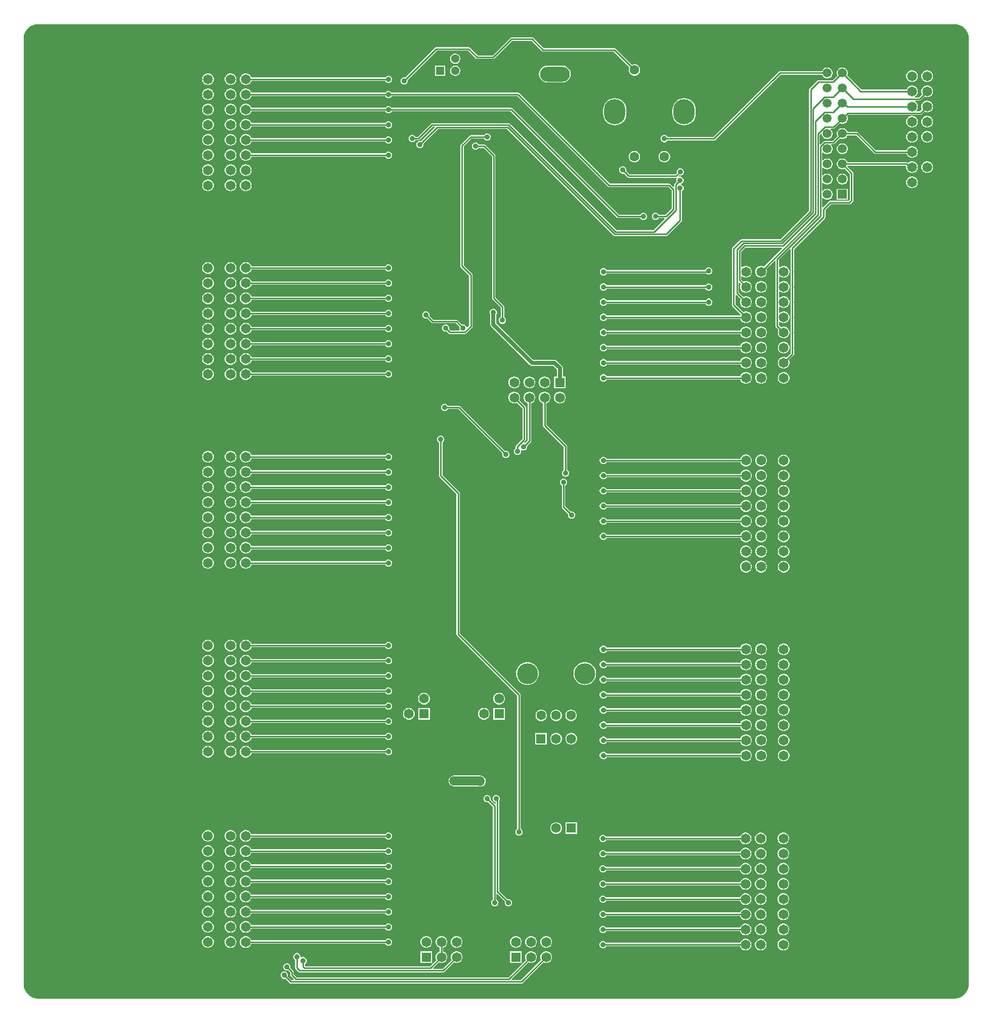
<source format=gbl>
G04*
G04 #@! TF.GenerationSoftware,Altium Limited,Altium Designer,25.8.1 (18)*
G04*
G04 Layer_Physical_Order=2*
G04 Layer_Color=16711680*
%FSLAX44Y44*%
%MOMM*%
G71*
G04*
G04 #@! TF.SameCoordinates,1DD17807-008B-40D4-811F-6DFA0BD173B0*
G04*
G04*
G04 #@! TF.FilePolarity,Positive*
G04*
G01*
G75*
%ADD81C,0.2540*%
%ADD84C,0.7000*%
%ADD87O,5.0000X2.5000*%
%ADD88O,4.5000X2.2500*%
%ADD89O,2.2500X4.5000*%
%ADD90C,1.6500*%
%ADD91R,1.6500X1.6500*%
%ADD92R,1.5000X1.5000*%
%ADD93C,1.5000*%
%ADD94C,3.5000*%
%ADD95C,1.6000*%
%ADD96O,3.6000X4.2000*%
%ADD97R,1.6500X1.6500*%
%ADD98C,3.3160*%
%ADD99C,1.4280*%
%ADD100R,1.4280X1.4280*%
%ADD101C,0.9000*%
%ADD102C,1.5000*%
G36*
X1185457Y408631D02*
Y408631D01*
X1186949Y408555D01*
X1190267Y408228D01*
X1194892Y406825D01*
X1199154Y404547D01*
X1202890Y401481D01*
X1205956Y397745D01*
X1208234Y393483D01*
X1209637Y388858D01*
X1209964Y385541D01*
X1210040Y384048D01*
X1210040Y384048D01*
X1210040Y382552D01*
Y-1197877D01*
X1210040Y-1197892D01*
X1210040Y-1199388D01*
X1209964Y-1200880D01*
X1209637Y-1204198D01*
X1208234Y-1208823D01*
X1205956Y-1213085D01*
X1202890Y-1216821D01*
X1199154Y-1219887D01*
X1194892Y-1222165D01*
X1190267Y-1223568D01*
X1186951Y-1223895D01*
X1185457Y-1223971D01*
X1185457Y-1223971D01*
X1183961Y-1223971D01*
X-345668D01*
X-345683Y-1223971D01*
X-347179Y-1223971D01*
X-348671Y-1223895D01*
X-351989Y-1223568D01*
X-356614Y-1222165D01*
X-360876Y-1219887D01*
X-364612Y-1216821D01*
X-367678Y-1213085D01*
X-369956Y-1208823D01*
X-371359Y-1204198D01*
X-371686Y-1200882D01*
X-371762Y-1199388D01*
X-371762Y-1199388D01*
X-371762Y-1197892D01*
Y382537D01*
X-371762Y382552D01*
X-371762Y384048D01*
X-371686Y385540D01*
X-371359Y388858D01*
X-369956Y393483D01*
X-367678Y397745D01*
X-364612Y401481D01*
X-360876Y404547D01*
X-356614Y406825D01*
X-351989Y408228D01*
X-348673Y408555D01*
X-347179Y408631D01*
X-347179Y408631D01*
X-345683Y408631D01*
X1183961D01*
X1185457Y408631D01*
D02*
G37*
%LPC*%
G36*
X479500Y386074D02*
X479500Y386074D01*
X444750D01*
X444750Y386074D01*
X443669Y385859D01*
X442753Y385247D01*
X413394Y355888D01*
X388233D01*
X375094Y369027D01*
X374178Y369639D01*
X373097Y369854D01*
X373097Y369854D01*
X318770D01*
X317689Y369639D01*
X316773Y369027D01*
X316773Y369027D01*
X267198Y319452D01*
X266623Y319690D01*
X264237D01*
X262031Y318777D01*
X260343Y317089D01*
X259430Y314883D01*
Y312496D01*
X260343Y310291D01*
X262031Y308603D01*
X264237Y307690D01*
X266623D01*
X268829Y308603D01*
X270517Y310291D01*
X271430Y312496D01*
Y314883D01*
X271192Y315458D01*
X319940Y364206D01*
X371927D01*
X385066Y351067D01*
X385066Y351066D01*
X385983Y350454D01*
X387063Y350239D01*
X414563D01*
X414563Y350239D01*
X415644Y350454D01*
X416561Y351066D01*
X445920Y380426D01*
X478330D01*
X495503Y363253D01*
X495503Y363253D01*
X496419Y362641D01*
X497500Y362426D01*
X615840D01*
X642224Y336042D01*
X641787Y335287D01*
X641140Y332871D01*
Y330369D01*
X641787Y327953D01*
X643038Y325787D01*
X644807Y324018D01*
X646973Y322767D01*
X649389Y322120D01*
X651891D01*
X654307Y322767D01*
X656473Y324018D01*
X658242Y325787D01*
X659493Y327953D01*
X660140Y330369D01*
Y332871D01*
X659493Y335287D01*
X658242Y337453D01*
X656473Y339222D01*
X654307Y340473D01*
X651891Y341120D01*
X649389D01*
X646973Y340473D01*
X646218Y340036D01*
X619007Y367247D01*
X618091Y367859D01*
X617010Y368074D01*
X617010Y368074D01*
X498670D01*
X481497Y385247D01*
X480581Y385859D01*
X479500Y386074D01*
D02*
G37*
G36*
X351657Y359160D02*
X349383D01*
X347185Y358571D01*
X345215Y357434D01*
X343606Y355825D01*
X342469Y353855D01*
X341880Y351657D01*
Y349383D01*
X342469Y347185D01*
X343606Y345215D01*
X345215Y343606D01*
X347185Y342469D01*
X349383Y341880D01*
X351657D01*
X353855Y342469D01*
X355825Y343606D01*
X357434Y345215D01*
X358571Y347185D01*
X359160Y349383D01*
Y351657D01*
X358571Y353855D01*
X357434Y355825D01*
X355825Y357434D01*
X353855Y358571D01*
X351657Y359160D01*
D02*
G37*
G36*
X351657Y339160D02*
X349383D01*
X347185Y338571D01*
X345215Y337434D01*
X343606Y335825D01*
X342469Y333855D01*
X341880Y331657D01*
Y329383D01*
X342469Y327185D01*
X343606Y325215D01*
X345215Y323606D01*
X347185Y322469D01*
X349383Y321880D01*
X351657D01*
X353855Y322469D01*
X355825Y323606D01*
X357434Y325215D01*
X358571Y327185D01*
X359160Y329383D01*
Y331657D01*
X358571Y333855D01*
X357434Y335825D01*
X355825Y337434D01*
X353855Y338571D01*
X351657Y339160D01*
D02*
G37*
G36*
X334160D02*
X316880D01*
Y321880D01*
X334160D01*
Y339160D01*
D02*
G37*
G36*
X974185Y335750D02*
X971815D01*
X969526Y335137D01*
X967474Y333952D01*
X965798Y332276D01*
X964613Y330224D01*
X964439Y329574D01*
X894000D01*
X892919Y329359D01*
X892003Y328747D01*
X782580Y219324D01*
X705825D01*
X705586Y219899D01*
X703899Y221587D01*
X701693Y222500D01*
X699306D01*
X697101Y221587D01*
X695413Y219899D01*
X694500Y217694D01*
Y215306D01*
X695413Y213101D01*
X697101Y211413D01*
X699306Y210500D01*
X701693D01*
X703899Y211413D01*
X705586Y213101D01*
X705825Y213676D01*
X783750D01*
X783750Y213676D01*
X784831Y213891D01*
X785747Y214503D01*
X895170Y323926D01*
X964439D01*
X964613Y323276D01*
X965798Y321224D01*
X967474Y319548D01*
X969526Y318363D01*
X971815Y317750D01*
X974185D01*
X976474Y318363D01*
X978526Y319548D01*
X980202Y321224D01*
X981387Y323276D01*
X982000Y325565D01*
Y327935D01*
X981387Y330224D01*
X980202Y332276D01*
X978526Y333952D01*
X976474Y335137D01*
X974185Y335750D01*
D02*
G37*
G36*
X999585D02*
X997215D01*
X994926Y335137D01*
X992874Y333952D01*
X991198Y332276D01*
X990013Y330224D01*
X989400Y327935D01*
Y325565D01*
X990013Y323276D01*
X990350Y322694D01*
X982100Y314444D01*
X958198D01*
X958198Y314444D01*
X957117Y314229D01*
X956201Y313617D01*
X956200Y313617D01*
X943503Y300919D01*
X942891Y300003D01*
X942676Y298922D01*
X942676Y298922D01*
Y95920D01*
X894830Y48074D01*
X829728D01*
X829728Y48074D01*
X828647Y47859D01*
X827731Y47247D01*
X827731Y47247D01*
X814753Y34269D01*
X814141Y33353D01*
X813926Y32272D01*
X813926Y32272D01*
Y-62052D01*
X813926Y-62052D01*
X814141Y-63133D01*
X814753Y-64049D01*
X828529Y-77825D01*
X828042Y-78667D01*
X827791Y-79606D01*
X603824D01*
X603586Y-79031D01*
X601898Y-77343D01*
X599693Y-76430D01*
X597306D01*
X595100Y-77343D01*
X593413Y-79031D01*
X592499Y-81236D01*
Y-83623D01*
X593413Y-85829D01*
X595100Y-87516D01*
X597306Y-88430D01*
X599693D01*
X601898Y-87516D01*
X603586Y-85829D01*
X603824Y-85254D01*
X827791D01*
X828042Y-86193D01*
X829326Y-88417D01*
X831141Y-90232D01*
X833365Y-91515D01*
X835844Y-92180D01*
X838412D01*
X840891Y-91515D01*
X843115Y-90232D01*
X844930Y-88417D01*
X846214Y-86193D01*
X846878Y-83714D01*
Y-81146D01*
X846214Y-78667D01*
X844930Y-76443D01*
X843115Y-74628D01*
X840891Y-73344D01*
X838412Y-72680D01*
X835844D01*
X833365Y-73344D01*
X832523Y-73830D01*
X819574Y-60882D01*
Y-45626D01*
X821098Y-44994D01*
X828529Y-52425D01*
X828042Y-53267D01*
X827378Y-55746D01*
Y-58313D01*
X828042Y-60793D01*
X829326Y-63017D01*
X831141Y-64832D01*
X833365Y-66115D01*
X835844Y-66780D01*
X838412D01*
X840891Y-66115D01*
X843115Y-64832D01*
X844930Y-63017D01*
X846214Y-60793D01*
X846878Y-58313D01*
Y-55746D01*
X846214Y-53267D01*
X844930Y-51043D01*
X843115Y-49228D01*
X840891Y-47944D01*
X838412Y-47280D01*
X835844D01*
X833365Y-47944D01*
X832523Y-48430D01*
X824892Y-40800D01*
Y-25380D01*
X826300Y-24796D01*
X828529Y-27025D01*
X828042Y-27866D01*
X827378Y-30346D01*
Y-32913D01*
X828042Y-35393D01*
X829326Y-37617D01*
X831141Y-39432D01*
X833365Y-40715D01*
X835844Y-41380D01*
X838412D01*
X840891Y-40715D01*
X843115Y-39432D01*
X844930Y-37617D01*
X846214Y-35393D01*
X846878Y-32913D01*
Y-30346D01*
X846214Y-27866D01*
X844930Y-25643D01*
X843115Y-23828D01*
X840891Y-22544D01*
X838412Y-21880D01*
X835844D01*
X833365Y-22544D01*
X832523Y-23030D01*
X828932Y-19440D01*
Y-13978D01*
X830456Y-13347D01*
X831141Y-14032D01*
X833365Y-15315D01*
X835844Y-15980D01*
X838412D01*
X840891Y-15315D01*
X843115Y-14032D01*
X844930Y-12217D01*
X846214Y-9993D01*
X846878Y-7513D01*
Y-4946D01*
X846214Y-2466D01*
X844930Y-243D01*
X843115Y1572D01*
X840891Y2856D01*
X838412Y3520D01*
X835844D01*
X833365Y2856D01*
X831141Y1572D01*
X830456Y887D01*
X828932Y1518D01*
Y27398D01*
X835880Y34346D01*
X897118D01*
X897701Y32938D01*
X867133Y2370D01*
X866291Y2856D01*
X863812Y3520D01*
X861244D01*
X858765Y2856D01*
X856541Y1572D01*
X854726Y-243D01*
X853442Y-2466D01*
X852778Y-4946D01*
Y-7513D01*
X853442Y-9993D01*
X854726Y-12217D01*
X856541Y-14032D01*
X858765Y-15315D01*
X861244Y-15980D01*
X863812D01*
X866291Y-15315D01*
X868515Y-14032D01*
X870330Y-12217D01*
X871613Y-9993D01*
X872278Y-7513D01*
Y-4946D01*
X871613Y-2466D01*
X871127Y-1625D01*
X885098Y12347D01*
X886507Y11763D01*
Y-96864D01*
X886507Y-96864D01*
X886721Y-97944D01*
X887334Y-98861D01*
X891751Y-103278D01*
X891265Y-104120D01*
X890601Y-106600D01*
Y-109167D01*
X891265Y-111647D01*
X892549Y-113870D01*
X894364Y-115686D01*
X896587Y-116969D01*
X899067Y-117634D01*
X901634D01*
X904114Y-116969D01*
X906337Y-115686D01*
X908153Y-113870D01*
X909436Y-111647D01*
X910101Y-109167D01*
Y-106600D01*
X909436Y-104120D01*
X908153Y-101897D01*
X906337Y-100082D01*
X904114Y-98798D01*
X901634Y-98134D01*
X899067D01*
X896587Y-98798D01*
X895745Y-99284D01*
X892155Y-95694D01*
Y-90232D01*
X893679Y-89600D01*
X894364Y-90286D01*
X896587Y-91569D01*
X899067Y-92234D01*
X901634D01*
X904114Y-91569D01*
X906337Y-90286D01*
X908153Y-88470D01*
X909436Y-86247D01*
X910101Y-83767D01*
Y-81200D01*
X909436Y-78720D01*
X908153Y-76497D01*
X906337Y-74682D01*
X904114Y-73398D01*
X901634Y-72734D01*
X899067D01*
X896587Y-73398D01*
X894364Y-74682D01*
X893679Y-75367D01*
X892155Y-74736D01*
Y-64832D01*
X893679Y-64201D01*
X894364Y-64886D01*
X896587Y-66169D01*
X899067Y-66834D01*
X901634D01*
X904114Y-66169D01*
X906337Y-64886D01*
X908153Y-63070D01*
X909436Y-60847D01*
X910101Y-58367D01*
Y-55800D01*
X909436Y-53320D01*
X908153Y-51097D01*
X906337Y-49282D01*
X904114Y-47998D01*
X901634Y-47334D01*
X899067D01*
X896587Y-47998D01*
X894364Y-49282D01*
X893679Y-49967D01*
X892155Y-49336D01*
Y-39432D01*
X893679Y-38800D01*
X894364Y-39486D01*
X896587Y-40769D01*
X899067Y-41434D01*
X901634D01*
X904114Y-40769D01*
X906337Y-39486D01*
X908153Y-37670D01*
X909436Y-35447D01*
X910101Y-32967D01*
Y-30400D01*
X909436Y-27920D01*
X908153Y-25697D01*
X906337Y-23882D01*
X904114Y-22598D01*
X901634Y-21934D01*
X899067D01*
X896587Y-22598D01*
X894364Y-23882D01*
X893679Y-24567D01*
X892155Y-23936D01*
Y-14032D01*
X893679Y-13400D01*
X894364Y-14086D01*
X896587Y-15369D01*
X899067Y-16034D01*
X901634D01*
X904114Y-15369D01*
X906337Y-14086D01*
X908153Y-12270D01*
X909436Y-10047D01*
X910101Y-7567D01*
Y-5000D01*
X909436Y-2520D01*
X908153Y-297D01*
X906337Y1518D01*
X904114Y2802D01*
X901634Y3466D01*
X899067D01*
X896587Y2802D01*
X894364Y1518D01*
X893679Y833D01*
X892155Y1464D01*
Y13690D01*
X910383Y31917D01*
X911907Y31286D01*
Y-143134D01*
X904956Y-150084D01*
X904114Y-149598D01*
X901634Y-148934D01*
X899067D01*
X896587Y-149598D01*
X894364Y-150882D01*
X892549Y-152697D01*
X891265Y-154920D01*
X890601Y-157400D01*
Y-159967D01*
X891265Y-162447D01*
X892549Y-164670D01*
X894364Y-166486D01*
X896587Y-167769D01*
X899067Y-168434D01*
X901634D01*
X904114Y-167769D01*
X906337Y-166486D01*
X908153Y-164670D01*
X909436Y-162447D01*
X910101Y-159967D01*
Y-157400D01*
X909436Y-154920D01*
X908950Y-154078D01*
X916728Y-146301D01*
X916728Y-146301D01*
X917340Y-145385D01*
X917555Y-144304D01*
X917555Y-144304D01*
Y31561D01*
X969247Y83253D01*
X969247Y83253D01*
X969859Y84169D01*
X970074Y85250D01*
Y97580D01*
X979420Y106926D01*
X1010500D01*
X1010500Y106926D01*
X1011581Y107141D01*
X1012497Y107753D01*
X1015997Y111253D01*
X1015997Y111253D01*
X1016609Y112169D01*
X1016824Y113250D01*
X1016824Y113250D01*
Y158750D01*
X1016824Y158750D01*
X1016609Y159831D01*
X1015997Y160747D01*
X1015997Y160747D01*
X1006588Y170156D01*
X1007155Y171526D01*
X1104328D01*
X1105375Y170277D01*
X1105350Y170184D01*
Y167616D01*
X1106014Y165137D01*
X1107298Y162913D01*
X1109113Y161098D01*
X1111337Y159815D01*
X1113816Y159150D01*
X1116384D01*
X1118863Y159815D01*
X1121087Y161098D01*
X1122902Y162913D01*
X1124185Y165137D01*
X1124850Y167616D01*
Y170184D01*
X1124185Y172663D01*
X1122902Y174887D01*
X1121087Y176702D01*
X1118863Y177985D01*
X1116384Y178650D01*
X1113816D01*
X1111337Y177985D01*
X1109113Y176702D01*
X1108318Y175907D01*
X1107878Y176347D01*
X1106962Y176959D01*
X1105881Y177174D01*
X1105881Y177174D01*
X1006961D01*
X1006787Y177824D01*
X1005602Y179876D01*
X1003926Y181552D01*
X1001874Y182737D01*
X999585Y183350D01*
X997215D01*
X994926Y182737D01*
X992874Y181552D01*
X991198Y179876D01*
X990013Y177824D01*
X989400Y175535D01*
Y173165D01*
X990013Y170876D01*
X991198Y168824D01*
X992874Y167148D01*
X994926Y165963D01*
X997215Y165350D01*
X999585D01*
X1001874Y165963D01*
X1002456Y166300D01*
X1011176Y157580D01*
Y114420D01*
X1009330Y112574D01*
X978250D01*
X978250Y112574D01*
X977169Y112359D01*
X976253Y111747D01*
X966008Y101502D01*
X964484Y102134D01*
Y117257D01*
X965152Y117647D01*
X966008Y117814D01*
X967474Y116348D01*
X969526Y115163D01*
X971815Y114550D01*
X974185D01*
X976474Y115163D01*
X978526Y116348D01*
X980202Y118024D01*
X981387Y120076D01*
X982000Y122365D01*
Y124735D01*
X981387Y127024D01*
X980202Y129076D01*
X978526Y130752D01*
X976474Y131937D01*
X974185Y132550D01*
X971815D01*
X969526Y131937D01*
X967474Y130752D01*
X966008Y129286D01*
X965152Y129453D01*
X964484Y129843D01*
Y142657D01*
X965152Y143047D01*
X966008Y143214D01*
X967474Y141748D01*
X969526Y140563D01*
X971815Y139950D01*
X974185D01*
X976474Y140563D01*
X978526Y141748D01*
X980202Y143424D01*
X981387Y145476D01*
X982000Y147765D01*
Y150135D01*
X981387Y152424D01*
X980202Y154476D01*
X978526Y156152D01*
X976474Y157337D01*
X974185Y157950D01*
X971815D01*
X969526Y157337D01*
X967474Y156152D01*
X966008Y154686D01*
X965152Y154853D01*
X964484Y155243D01*
Y168057D01*
X965152Y168447D01*
X966008Y168614D01*
X967474Y167148D01*
X969526Y165963D01*
X971815Y165350D01*
X974185D01*
X976474Y165963D01*
X978526Y167148D01*
X980202Y168824D01*
X981387Y170876D01*
X982000Y173165D01*
Y175535D01*
X981387Y177824D01*
X980202Y179876D01*
X978526Y181552D01*
X976474Y182737D01*
X974185Y183350D01*
X971815D01*
X969526Y182737D01*
X967474Y181552D01*
X966008Y180086D01*
X965152Y180253D01*
X964484Y180643D01*
Y193457D01*
X965152Y193847D01*
X966008Y194014D01*
X967474Y192548D01*
X969526Y191363D01*
X971815Y190750D01*
X974185D01*
X976474Y191363D01*
X978526Y192548D01*
X980202Y194224D01*
X981387Y196276D01*
X982000Y198565D01*
Y200935D01*
X981387Y203224D01*
X980202Y205276D01*
X979806Y205672D01*
X980437Y207196D01*
X983270D01*
X983270Y207196D01*
X984351Y207411D01*
X985267Y208023D01*
X994344Y217100D01*
X994926Y216763D01*
X997215Y216150D01*
X999585D01*
X1001874Y216763D01*
X1003926Y217948D01*
X1005602Y219624D01*
X1006787Y221676D01*
X1006961Y222326D01*
X1021409D01*
X1051422Y192313D01*
X1052338Y191701D01*
X1053419Y191486D01*
X1053419Y191486D01*
X1105760D01*
X1106014Y190537D01*
X1107298Y188313D01*
X1109113Y186498D01*
X1111337Y185215D01*
X1113816Y184550D01*
X1116384D01*
X1118863Y185215D01*
X1121087Y186498D01*
X1122902Y188313D01*
X1124185Y190537D01*
X1124850Y193016D01*
Y195584D01*
X1124185Y198063D01*
X1122902Y200287D01*
X1121087Y202102D01*
X1118863Y203386D01*
X1116384Y204050D01*
X1113816D01*
X1111337Y203386D01*
X1109113Y202102D01*
X1107298Y200287D01*
X1106014Y198063D01*
X1105766Y197134D01*
X1054589D01*
X1024576Y227147D01*
X1023660Y227759D01*
X1022579Y227974D01*
X1022579Y227974D01*
X1006961D01*
X1006787Y228624D01*
X1005602Y230676D01*
X1003926Y232352D01*
X1001874Y233537D01*
X999585Y234150D01*
X997215D01*
X994926Y233537D01*
X992874Y232352D01*
X991198Y230676D01*
X990013Y228624D01*
X989400Y226335D01*
Y223965D01*
X990013Y221676D01*
X990350Y221094D01*
X982100Y212844D01*
X968746D01*
X968746Y212844D01*
X967665Y212629D01*
X966749Y212017D01*
X961852Y207120D01*
X960444Y207704D01*
Y223124D01*
X962476Y225156D01*
X964000Y224525D01*
Y223965D01*
X964613Y221676D01*
X965798Y219624D01*
X967474Y217948D01*
X969526Y216763D01*
X971815Y216150D01*
X974185D01*
X976474Y216763D01*
X978526Y217948D01*
X980202Y219624D01*
X981387Y221676D01*
X982000Y223965D01*
Y226335D01*
X981387Y228624D01*
X980202Y230676D01*
X978996Y231882D01*
X979628Y233406D01*
X984080D01*
X984080Y233406D01*
X985161Y233621D01*
X986077Y234233D01*
X994344Y242500D01*
X994926Y242163D01*
X997215Y241550D01*
X999585D01*
X1001874Y242163D01*
X1003926Y243348D01*
X1005602Y245024D01*
X1006787Y247076D01*
X1007400Y249365D01*
Y251735D01*
X1006787Y254024D01*
X1006450Y254606D01*
X1008500Y256656D01*
X1129480D01*
X1129480Y256656D01*
X1130561Y256871D01*
X1131477Y257483D01*
X1135895Y261901D01*
X1136737Y261415D01*
X1139216Y260750D01*
X1141784D01*
X1144263Y261415D01*
X1146487Y262698D01*
X1148302Y264513D01*
X1149585Y266737D01*
X1150250Y269216D01*
Y271784D01*
X1149585Y274263D01*
X1148302Y276487D01*
X1146487Y278302D01*
X1144263Y279585D01*
X1141784Y280250D01*
X1139216D01*
X1136737Y279585D01*
X1134513Y278302D01*
X1132698Y276487D01*
X1131414Y274263D01*
X1130750Y271784D01*
Y269216D01*
X1131414Y266737D01*
X1131901Y265895D01*
X1128310Y262304D01*
X1122848D01*
X1122217Y263828D01*
X1122902Y264513D01*
X1124185Y266737D01*
X1124850Y269216D01*
Y271784D01*
X1124185Y274263D01*
X1122902Y276487D01*
X1121087Y278302D01*
X1120481Y278652D01*
X1120889Y280176D01*
X1127600D01*
X1127600Y280176D01*
X1128681Y280391D01*
X1129597Y281003D01*
X1135895Y287300D01*
X1136737Y286814D01*
X1139216Y286150D01*
X1141784D01*
X1144263Y286814D01*
X1146487Y288098D01*
X1148302Y289913D01*
X1149585Y292137D01*
X1150250Y294616D01*
Y297184D01*
X1149585Y299663D01*
X1148302Y301887D01*
X1146487Y303702D01*
X1144263Y304986D01*
X1141784Y305650D01*
X1139216D01*
X1136737Y304986D01*
X1134513Y303702D01*
X1132698Y301887D01*
X1131414Y299663D01*
X1130750Y297184D01*
Y294616D01*
X1131414Y292137D01*
X1131901Y291295D01*
X1126430Y285824D01*
X1120196D01*
X1119788Y287348D01*
X1121087Y288098D01*
X1122902Y289913D01*
X1124185Y292137D01*
X1124850Y294616D01*
Y297184D01*
X1124185Y299663D01*
X1122902Y301887D01*
X1121087Y303702D01*
X1118863Y304986D01*
X1116384Y305650D01*
X1113816D01*
X1111337Y304986D01*
X1109113Y303702D01*
X1107298Y301887D01*
X1106014Y299663D01*
X1105763Y298724D01*
X1030420D01*
X1015674Y313471D01*
X1015674Y313471D01*
X1006450Y322694D01*
X1006787Y323276D01*
X1007400Y325565D01*
Y327935D01*
X1006787Y330224D01*
X1005602Y332276D01*
X1003926Y333952D01*
X1001874Y335137D01*
X999585Y335750D01*
D02*
G37*
G36*
X1141784Y331050D02*
X1139216D01*
X1136737Y330386D01*
X1134513Y329102D01*
X1132698Y327287D01*
X1131414Y325063D01*
X1130750Y322584D01*
Y320016D01*
X1131414Y317537D01*
X1132698Y315313D01*
X1134513Y313498D01*
X1136737Y312215D01*
X1139216Y311550D01*
X1141784D01*
X1144263Y312215D01*
X1146487Y313498D01*
X1148302Y315313D01*
X1149585Y317537D01*
X1150250Y320016D01*
Y322584D01*
X1149585Y325063D01*
X1148302Y327287D01*
X1146487Y329102D01*
X1144263Y330386D01*
X1141784Y331050D01*
D02*
G37*
G36*
X1116384D02*
X1113816D01*
X1111337Y330386D01*
X1109113Y329102D01*
X1107298Y327287D01*
X1106014Y325063D01*
X1105350Y322584D01*
Y320016D01*
X1106014Y317537D01*
X1107298Y315313D01*
X1109113Y313498D01*
X1111337Y312215D01*
X1113816Y311550D01*
X1116384D01*
X1118863Y312215D01*
X1121087Y313498D01*
X1122902Y315313D01*
X1124185Y317537D01*
X1124850Y320016D01*
Y322584D01*
X1124185Y325063D01*
X1122902Y327287D01*
X1121087Y329102D01*
X1118863Y330386D01*
X1116384Y331050D01*
D02*
G37*
G36*
X529750Y338871D02*
X504750D01*
X501095Y338390D01*
X497690Y336979D01*
X494765Y334735D01*
X492521Y331810D01*
X491110Y328405D01*
X490629Y324750D01*
X491110Y321095D01*
X492521Y317690D01*
X494765Y314765D01*
X497690Y312521D01*
X501095Y311110D01*
X504750Y310629D01*
X529750D01*
X533405Y311110D01*
X536810Y312521D01*
X539735Y314765D01*
X541979Y317690D01*
X543390Y321095D01*
X543871Y324750D01*
X543390Y328405D01*
X541979Y331810D01*
X539735Y334735D01*
X536810Y336979D01*
X533405Y338390D01*
X529750Y338871D01*
D02*
G37*
G36*
X1284Y325980D02*
X-1284D01*
X-3763Y325316D01*
X-5987Y324032D01*
X-7802Y322217D01*
X-9086Y319993D01*
X-9750Y317514D01*
Y314946D01*
X-9086Y312467D01*
X-7802Y310243D01*
X-5987Y308428D01*
X-3763Y307145D01*
X-1284Y306480D01*
X1284D01*
X3763Y307145D01*
X5987Y308428D01*
X7802Y310243D01*
X9086Y312467D01*
X9337Y313406D01*
X233435D01*
X233673Y312831D01*
X235361Y311143D01*
X237567Y310230D01*
X239953D01*
X242159Y311143D01*
X243847Y312831D01*
X244760Y315037D01*
Y317423D01*
X243847Y319629D01*
X242159Y321317D01*
X239953Y322230D01*
X237567D01*
X235361Y321317D01*
X233673Y319629D01*
X233435Y319054D01*
X9337D01*
X9086Y319993D01*
X7802Y322217D01*
X5987Y324032D01*
X3763Y325316D01*
X1284Y325980D01*
D02*
G37*
G36*
X-61939Y326034D02*
X-64506D01*
X-66986Y325369D01*
X-69209Y324086D01*
X-71025Y322270D01*
X-72308Y320047D01*
X-72973Y317567D01*
Y315000D01*
X-72308Y312520D01*
X-71025Y310297D01*
X-69209Y308482D01*
X-66986Y307198D01*
X-64506Y306534D01*
X-61939D01*
X-59459Y307198D01*
X-57236Y308482D01*
X-55421Y310297D01*
X-54137Y312520D01*
X-53473Y315000D01*
Y317567D01*
X-54137Y320047D01*
X-55421Y322270D01*
X-57236Y324086D01*
X-59459Y325369D01*
X-61939Y326034D01*
D02*
G37*
G36*
X-24116Y325980D02*
X-26684D01*
X-29163Y325316D01*
X-31387Y324032D01*
X-33202Y322217D01*
X-34485Y319993D01*
X-35150Y317514D01*
Y314946D01*
X-34485Y312467D01*
X-33202Y310243D01*
X-31387Y308428D01*
X-29163Y307145D01*
X-26684Y306480D01*
X-24116D01*
X-21637Y307145D01*
X-19413Y308428D01*
X-17598Y310243D01*
X-16314Y312467D01*
X-15650Y314946D01*
Y317514D01*
X-16314Y319993D01*
X-17598Y322217D01*
X-19413Y324032D01*
X-21637Y325316D01*
X-24116Y325980D01*
D02*
G37*
G36*
X-61939Y300634D02*
X-64506D01*
X-66986Y299969D01*
X-69209Y298686D01*
X-71025Y296870D01*
X-72308Y294647D01*
X-72973Y292167D01*
Y289600D01*
X-72308Y287120D01*
X-71025Y284897D01*
X-69209Y283082D01*
X-66986Y281798D01*
X-64506Y281134D01*
X-61939D01*
X-59459Y281798D01*
X-57236Y283082D01*
X-55421Y284897D01*
X-54137Y287120D01*
X-53473Y289600D01*
Y292167D01*
X-54137Y294647D01*
X-55421Y296870D01*
X-57236Y298686D01*
X-59459Y299969D01*
X-61939Y300634D01*
D02*
G37*
G36*
X-24116Y300580D02*
X-26684D01*
X-29163Y299916D01*
X-31387Y298632D01*
X-33202Y296817D01*
X-34485Y294593D01*
X-35150Y292114D01*
Y289546D01*
X-34485Y287067D01*
X-33202Y284843D01*
X-31387Y283028D01*
X-29163Y281744D01*
X-26684Y281080D01*
X-24116D01*
X-21637Y281744D01*
X-19413Y283028D01*
X-17598Y284843D01*
X-16315Y287067D01*
X-15650Y289546D01*
Y292114D01*
X-16315Y294593D01*
X-17598Y296817D01*
X-19413Y298632D01*
X-21637Y299916D01*
X-24116Y300580D01*
D02*
G37*
G36*
X-61939Y275234D02*
X-64506D01*
X-66986Y274569D01*
X-69209Y273286D01*
X-71025Y271470D01*
X-72308Y269247D01*
X-72973Y266767D01*
Y264200D01*
X-72308Y261720D01*
X-71025Y259497D01*
X-69209Y257682D01*
X-66986Y256398D01*
X-64506Y255734D01*
X-61939D01*
X-59459Y256398D01*
X-57236Y257682D01*
X-55421Y259497D01*
X-54137Y261720D01*
X-53473Y264200D01*
Y266767D01*
X-54137Y269247D01*
X-55421Y271470D01*
X-57236Y273286D01*
X-59459Y274569D01*
X-61939Y275234D01*
D02*
G37*
G36*
X-24116Y275180D02*
X-26684D01*
X-29163Y274515D01*
X-31387Y273232D01*
X-33202Y271417D01*
X-34485Y269193D01*
X-35150Y266714D01*
Y264146D01*
X-34485Y261667D01*
X-33202Y259443D01*
X-31387Y257628D01*
X-29163Y256345D01*
X-26684Y255680D01*
X-24116D01*
X-21637Y256345D01*
X-19413Y257628D01*
X-17598Y259443D01*
X-16314Y261667D01*
X-15650Y264146D01*
Y266714D01*
X-16314Y269193D01*
X-17598Y271417D01*
X-19413Y273232D01*
X-21637Y274515D01*
X-24116Y275180D01*
D02*
G37*
G36*
X733640Y284214D02*
X729817Y283838D01*
X726142Y282723D01*
X722754Y280912D01*
X719785Y278475D01*
X717348Y275506D01*
X715537Y272118D01*
X714422Y268443D01*
X714046Y264620D01*
Y258620D01*
X714422Y254797D01*
X715537Y251122D01*
X717348Y247734D01*
X719785Y244765D01*
X722754Y242328D01*
X726142Y240517D01*
X729817Y239402D01*
X733640Y239026D01*
X737463Y239402D01*
X741138Y240517D01*
X744526Y242328D01*
X747495Y244765D01*
X749932Y247734D01*
X751743Y251122D01*
X752858Y254797D01*
X753234Y258620D01*
Y264620D01*
X752858Y268443D01*
X751743Y272118D01*
X749932Y275506D01*
X747495Y278475D01*
X744526Y280912D01*
X741138Y282723D01*
X737463Y283838D01*
X733640Y284214D01*
D02*
G37*
G36*
X617640D02*
X613817Y283838D01*
X610142Y282723D01*
X606754Y280912D01*
X603785Y278475D01*
X601348Y275506D01*
X599537Y272118D01*
X598422Y268443D01*
X598046Y264620D01*
Y258620D01*
X598422Y254797D01*
X599537Y251122D01*
X601348Y247734D01*
X603785Y244765D01*
X606754Y242328D01*
X610142Y240517D01*
X613817Y239402D01*
X617640Y239026D01*
X621463Y239402D01*
X625138Y240517D01*
X628526Y242328D01*
X631495Y244765D01*
X633932Y247734D01*
X635743Y251122D01*
X636858Y254797D01*
X637234Y258620D01*
Y264620D01*
X636858Y268443D01*
X635743Y272118D01*
X633932Y275506D01*
X631495Y278475D01*
X628526Y280912D01*
X625138Y282723D01*
X621463Y283838D01*
X617640Y284214D01*
D02*
G37*
G36*
X1141784Y254850D02*
X1139216D01*
X1136737Y254186D01*
X1134513Y252902D01*
X1132698Y251087D01*
X1131414Y248863D01*
X1130750Y246384D01*
Y243816D01*
X1131414Y241337D01*
X1132698Y239113D01*
X1134513Y237298D01*
X1136737Y236014D01*
X1139216Y235350D01*
X1141784D01*
X1144263Y236014D01*
X1146487Y237298D01*
X1148302Y239113D01*
X1149585Y241337D01*
X1150250Y243816D01*
Y246384D01*
X1149585Y248863D01*
X1148302Y251087D01*
X1146487Y252902D01*
X1144263Y254186D01*
X1141784Y254850D01*
D02*
G37*
G36*
X1116384D02*
X1113816D01*
X1111337Y254186D01*
X1109113Y252902D01*
X1107298Y251087D01*
X1106014Y248863D01*
X1105350Y246384D01*
Y243816D01*
X1106014Y241337D01*
X1107298Y239113D01*
X1109113Y237298D01*
X1111337Y236014D01*
X1113816Y235350D01*
X1116384D01*
X1118863Y236014D01*
X1121087Y237298D01*
X1122902Y239113D01*
X1124185Y241337D01*
X1124850Y243816D01*
Y246384D01*
X1124185Y248863D01*
X1122902Y251087D01*
X1121087Y252902D01*
X1118863Y254186D01*
X1116384Y254850D01*
D02*
G37*
G36*
X1284Y249780D02*
X-1284D01*
X-3763Y249116D01*
X-5987Y247832D01*
X-7802Y246017D01*
X-9086Y243793D01*
X-9750Y241314D01*
Y238746D01*
X-9086Y236267D01*
X-7802Y234043D01*
X-5987Y232228D01*
X-3763Y230944D01*
X-1284Y230280D01*
X1284D01*
X3763Y230944D01*
X5987Y232228D01*
X7802Y234043D01*
X9086Y236267D01*
X9337Y237206D01*
X233435D01*
X233673Y236631D01*
X235361Y234943D01*
X237567Y234030D01*
X239953D01*
X242159Y234943D01*
X243847Y236631D01*
X244760Y238836D01*
Y241224D01*
X243847Y243429D01*
X242159Y245117D01*
X239953Y246030D01*
X237567D01*
X235361Y245117D01*
X233673Y243429D01*
X233435Y242854D01*
X9337D01*
X9086Y243793D01*
X7802Y246017D01*
X5987Y247832D01*
X3763Y249116D01*
X1284Y249780D01*
D02*
G37*
G36*
X-61939Y249834D02*
X-64506D01*
X-66986Y249169D01*
X-69209Y247886D01*
X-71025Y246070D01*
X-72308Y243847D01*
X-72973Y241367D01*
Y238800D01*
X-72308Y236320D01*
X-71025Y234097D01*
X-69209Y232282D01*
X-66986Y230998D01*
X-64506Y230334D01*
X-61939D01*
X-59459Y230998D01*
X-57236Y232282D01*
X-55421Y234097D01*
X-54137Y236320D01*
X-53473Y238800D01*
Y241367D01*
X-54137Y243847D01*
X-55421Y246070D01*
X-57236Y247886D01*
X-59459Y249169D01*
X-61939Y249834D01*
D02*
G37*
G36*
X-24116Y249780D02*
X-26684D01*
X-29163Y249116D01*
X-31387Y247832D01*
X-33202Y246017D01*
X-34485Y243793D01*
X-35150Y241314D01*
Y238746D01*
X-34485Y236267D01*
X-33202Y234043D01*
X-31387Y232228D01*
X-29163Y230944D01*
X-26684Y230280D01*
X-24116D01*
X-21637Y230944D01*
X-19413Y232228D01*
X-17598Y234043D01*
X-16314Y236267D01*
X-15650Y238746D01*
Y241314D01*
X-16314Y243793D01*
X-17598Y246017D01*
X-19413Y247832D01*
X-21637Y249116D01*
X-24116Y249780D01*
D02*
G37*
G36*
X405053Y225710D02*
X402667D01*
X400461Y224797D01*
X398773Y223109D01*
X398535Y222534D01*
X376960D01*
X376960Y222534D01*
X375879Y222319D01*
X374963Y221707D01*
X360003Y206747D01*
X359391Y205831D01*
X359176Y204750D01*
X359176Y204750D01*
Y3250D01*
X359176Y3250D01*
X359391Y2169D01*
X360003Y1253D01*
X373784Y-12528D01*
Y-96619D01*
X371130Y-99273D01*
X369525Y-98723D01*
X368809Y-96995D01*
X367121Y-95307D01*
X364916Y-94394D01*
X362529D01*
X361954Y-94632D01*
X354825Y-87503D01*
X353909Y-86891D01*
X352828Y-86676D01*
X352828Y-86676D01*
X313670D01*
X307262Y-80268D01*
X307500Y-79693D01*
Y-77307D01*
X306587Y-75101D01*
X304899Y-73414D01*
X302694Y-72500D01*
X300306D01*
X298101Y-73414D01*
X296413Y-75101D01*
X295500Y-77307D01*
Y-79693D01*
X296413Y-81899D01*
X298101Y-83587D01*
X300306Y-84500D01*
X302694D01*
X303268Y-84262D01*
X310503Y-91497D01*
X310503Y-91497D01*
X311419Y-92109D01*
X312500Y-92324D01*
X351658D01*
X357960Y-98626D01*
X357722Y-99200D01*
Y-101587D01*
X358438Y-103316D01*
X357691Y-104840D01*
X342605D01*
X340484Y-102718D01*
X340722Y-102144D01*
Y-99757D01*
X339808Y-97552D01*
X338120Y-95864D01*
X335915Y-94951D01*
X333528D01*
X331323Y-95864D01*
X329635Y-97552D01*
X328722Y-99757D01*
Y-102144D01*
X329635Y-104349D01*
X331323Y-106037D01*
X333528Y-106951D01*
X335915D01*
X336489Y-106713D01*
X339438Y-109661D01*
X339438Y-109661D01*
X340354Y-110273D01*
X341435Y-110488D01*
X341435Y-110488D01*
X366733D01*
X366734Y-110488D01*
X367814Y-110273D01*
X368731Y-109661D01*
X378606Y-99786D01*
X378606Y-99786D01*
X379218Y-98870D01*
X379433Y-97789D01*
X379433Y-97789D01*
Y-11359D01*
X379218Y-10278D01*
X378606Y-9362D01*
X378606Y-9362D01*
X364824Y4420D01*
Y203580D01*
X378130Y216886D01*
X398535D01*
X398773Y216311D01*
X400461Y214623D01*
X402667Y213710D01*
X405053D01*
X407259Y214623D01*
X408947Y216311D01*
X409860Y218517D01*
Y220903D01*
X408947Y223109D01*
X407259Y224797D01*
X405053Y225710D01*
D02*
G37*
G36*
X1141784Y229450D02*
X1139216D01*
X1136737Y228785D01*
X1134513Y227502D01*
X1132698Y225687D01*
X1131414Y223463D01*
X1130750Y220984D01*
Y218416D01*
X1131414Y215937D01*
X1132698Y213713D01*
X1134513Y211898D01*
X1136737Y210614D01*
X1139216Y209950D01*
X1141784D01*
X1144263Y210614D01*
X1146487Y211898D01*
X1148302Y213713D01*
X1149585Y215937D01*
X1150250Y218416D01*
Y220984D01*
X1149585Y223463D01*
X1148302Y225687D01*
X1146487Y227502D01*
X1144263Y228785D01*
X1141784Y229450D01*
D02*
G37*
G36*
X1116384D02*
X1113816D01*
X1111337Y228785D01*
X1109113Y227502D01*
X1107298Y225687D01*
X1106014Y223463D01*
X1105350Y220984D01*
Y218416D01*
X1106014Y215937D01*
X1107298Y213713D01*
X1109113Y211898D01*
X1111337Y210614D01*
X1113816Y209950D01*
X1116384D01*
X1118863Y210614D01*
X1121087Y211898D01*
X1122902Y213713D01*
X1124185Y215937D01*
X1124850Y218416D01*
Y220984D01*
X1124185Y223463D01*
X1122902Y225687D01*
X1121087Y227502D01*
X1118863Y228785D01*
X1116384Y229450D01*
D02*
G37*
G36*
X1284Y224380D02*
X-1284D01*
X-3763Y223716D01*
X-5987Y222432D01*
X-7802Y220617D01*
X-9086Y218393D01*
X-9750Y215914D01*
Y213346D01*
X-9086Y210867D01*
X-7802Y208643D01*
X-5987Y206828D01*
X-3763Y205544D01*
X-1284Y204880D01*
X1284D01*
X3763Y205544D01*
X5987Y206828D01*
X7802Y208643D01*
X9086Y210867D01*
X9337Y211806D01*
X233435D01*
X233673Y211231D01*
X235361Y209543D01*
X237567Y208630D01*
X239953D01*
X242159Y209543D01*
X243847Y211231D01*
X244760Y213437D01*
Y215823D01*
X243847Y218029D01*
X242159Y219717D01*
X239953Y220630D01*
X237567D01*
X235361Y219717D01*
X233673Y218029D01*
X233435Y217454D01*
X9337D01*
X9086Y218393D01*
X7802Y220617D01*
X5987Y222432D01*
X3763Y223716D01*
X1284Y224380D01*
D02*
G37*
G36*
X-61939Y224434D02*
X-64506D01*
X-66986Y223769D01*
X-69209Y222486D01*
X-71025Y220670D01*
X-72308Y218447D01*
X-72973Y215967D01*
Y213400D01*
X-72308Y210920D01*
X-71025Y208697D01*
X-69209Y206882D01*
X-66986Y205598D01*
X-64506Y204934D01*
X-61939D01*
X-59459Y205598D01*
X-57236Y206882D01*
X-55421Y208697D01*
X-54137Y210920D01*
X-53473Y213400D01*
Y215967D01*
X-54137Y218447D01*
X-55421Y220670D01*
X-57236Y222486D01*
X-59459Y223769D01*
X-61939Y224434D01*
D02*
G37*
G36*
X-24116Y224380D02*
X-26684D01*
X-29163Y223715D01*
X-31387Y222432D01*
X-33202Y220617D01*
X-34485Y218393D01*
X-35150Y215914D01*
Y213346D01*
X-34485Y210867D01*
X-33202Y208643D01*
X-31387Y206828D01*
X-29163Y205544D01*
X-26684Y204880D01*
X-24116D01*
X-21637Y205544D01*
X-19413Y206828D01*
X-17598Y208643D01*
X-16314Y210867D01*
X-15650Y213346D01*
Y215914D01*
X-16314Y218393D01*
X-17598Y220617D01*
X-19413Y222432D01*
X-21637Y223715D01*
X-24116Y224380D01*
D02*
G37*
G36*
X999585Y208750D02*
X997215D01*
X994926Y208137D01*
X992874Y206952D01*
X991198Y205276D01*
X990013Y203224D01*
X989400Y200935D01*
Y198565D01*
X990013Y196276D01*
X991198Y194224D01*
X992874Y192548D01*
X994926Y191363D01*
X997215Y190750D01*
X999585D01*
X1001874Y191363D01*
X1003926Y192548D01*
X1005602Y194224D01*
X1006787Y196276D01*
X1007400Y198565D01*
Y200935D01*
X1006787Y203224D01*
X1005602Y205276D01*
X1003926Y206952D01*
X1001874Y208137D01*
X999585Y208750D01*
D02*
G37*
G36*
X1284Y198980D02*
X-1284D01*
X-3763Y198316D01*
X-5987Y197032D01*
X-7802Y195217D01*
X-9086Y192993D01*
X-9750Y190514D01*
Y187946D01*
X-9086Y185467D01*
X-7802Y183243D01*
X-5987Y181428D01*
X-3763Y180144D01*
X-1284Y179480D01*
X1284D01*
X3763Y180144D01*
X5987Y181428D01*
X7802Y183243D01*
X9086Y185467D01*
X9337Y186406D01*
X233435D01*
X233673Y185831D01*
X235361Y184143D01*
X237567Y183230D01*
X239953D01*
X242159Y184143D01*
X243847Y185831D01*
X244760Y188036D01*
Y190424D01*
X243847Y192629D01*
X242159Y194317D01*
X239953Y195230D01*
X237567D01*
X235361Y194317D01*
X233673Y192629D01*
X233435Y192054D01*
X9337D01*
X9086Y192993D01*
X7802Y195217D01*
X5987Y197032D01*
X3763Y198316D01*
X1284Y198980D01*
D02*
G37*
G36*
X-61939Y199034D02*
X-64506D01*
X-66986Y198369D01*
X-69209Y197086D01*
X-71025Y195270D01*
X-72308Y193047D01*
X-72973Y190567D01*
Y188000D01*
X-72308Y185520D01*
X-71025Y183297D01*
X-69209Y181482D01*
X-66986Y180198D01*
X-64506Y179534D01*
X-61939D01*
X-59459Y180198D01*
X-57236Y181482D01*
X-55421Y183297D01*
X-54137Y185520D01*
X-53473Y188000D01*
Y190567D01*
X-54137Y193047D01*
X-55421Y195270D01*
X-57236Y197086D01*
X-59459Y198369D01*
X-61939Y199034D01*
D02*
G37*
G36*
X-24116Y198980D02*
X-26684D01*
X-29163Y198316D01*
X-31387Y197032D01*
X-33202Y195217D01*
X-34485Y192993D01*
X-35150Y190514D01*
Y187946D01*
X-34485Y185467D01*
X-33202Y183243D01*
X-31387Y181428D01*
X-29163Y180145D01*
X-26684Y179480D01*
X-24116D01*
X-21637Y180145D01*
X-19413Y181428D01*
X-17598Y183243D01*
X-16315Y185467D01*
X-15650Y187946D01*
Y190514D01*
X-16315Y192993D01*
X-17598Y195217D01*
X-19413Y197032D01*
X-21637Y198316D01*
X-24116Y198980D01*
D02*
G37*
G36*
X701891Y196120D02*
X699389D01*
X696973Y195473D01*
X694807Y194222D01*
X693038Y192453D01*
X691787Y190287D01*
X691140Y187871D01*
Y185369D01*
X691787Y182953D01*
X693038Y180787D01*
X694807Y179018D01*
X696973Y177767D01*
X699389Y177120D01*
X701891D01*
X704307Y177767D01*
X706473Y179018D01*
X708242Y180787D01*
X709493Y182953D01*
X710140Y185369D01*
Y187871D01*
X709493Y190287D01*
X708242Y192453D01*
X706473Y194222D01*
X704307Y195473D01*
X701891Y196120D01*
D02*
G37*
G36*
X651891D02*
X649389D01*
X646973Y195473D01*
X644807Y194222D01*
X643038Y192453D01*
X641787Y190287D01*
X641140Y187871D01*
Y185369D01*
X641787Y182953D01*
X643038Y180787D01*
X644807Y179018D01*
X646973Y177767D01*
X649389Y177120D01*
X651891D01*
X654307Y177767D01*
X656473Y179018D01*
X658242Y180787D01*
X659493Y182953D01*
X660140Y185369D01*
Y187871D01*
X659493Y190287D01*
X658242Y192453D01*
X656473Y194222D01*
X654307Y195473D01*
X651891Y196120D01*
D02*
G37*
G36*
X1141784Y178650D02*
X1139216D01*
X1136737Y177985D01*
X1134513Y176702D01*
X1132698Y174887D01*
X1131414Y172663D01*
X1130750Y170184D01*
Y167616D01*
X1131414Y165137D01*
X1132698Y162913D01*
X1134513Y161098D01*
X1136737Y159815D01*
X1139216Y159150D01*
X1141784D01*
X1144263Y159815D01*
X1146487Y161098D01*
X1148302Y162913D01*
X1149585Y165137D01*
X1150250Y167616D01*
Y170184D01*
X1149585Y172663D01*
X1148302Y174887D01*
X1146487Y176702D01*
X1144263Y177985D01*
X1141784Y178650D01*
D02*
G37*
G36*
X-61939Y173634D02*
X-64506D01*
X-66986Y172969D01*
X-69209Y171686D01*
X-71025Y169870D01*
X-72308Y167647D01*
X-72973Y165167D01*
Y162600D01*
X-72308Y160120D01*
X-71025Y157897D01*
X-69209Y156082D01*
X-66986Y154798D01*
X-64506Y154134D01*
X-61939D01*
X-59459Y154798D01*
X-57236Y156082D01*
X-55421Y157897D01*
X-54137Y160120D01*
X-53473Y162600D01*
Y165167D01*
X-54137Y167647D01*
X-55421Y169870D01*
X-57236Y171686D01*
X-59459Y172969D01*
X-61939Y173634D01*
D02*
G37*
G36*
X-24116Y173580D02*
X-26684D01*
X-29163Y172916D01*
X-31387Y171632D01*
X-33202Y169817D01*
X-34485Y167593D01*
X-35150Y165114D01*
Y162546D01*
X-34485Y160067D01*
X-33202Y157843D01*
X-31387Y156028D01*
X-29163Y154745D01*
X-26684Y154080D01*
X-24116D01*
X-21637Y154745D01*
X-19413Y156028D01*
X-17598Y157843D01*
X-16314Y160067D01*
X-15650Y162546D01*
Y165114D01*
X-16314Y167593D01*
X-17598Y169817D01*
X-19413Y171632D01*
X-21637Y172916D01*
X-24116Y173580D01*
D02*
G37*
G36*
X1284Y173580D02*
X-1284D01*
X-3763Y172915D01*
X-5987Y171632D01*
X-7802Y169817D01*
X-9086Y167593D01*
X-9750Y165114D01*
Y162546D01*
X-9086Y160067D01*
X-7802Y157843D01*
X-5987Y156028D01*
X-3763Y154745D01*
X-1284Y154080D01*
X1284D01*
X3763Y154745D01*
X5987Y156028D01*
X7802Y157843D01*
X9086Y160067D01*
X9750Y162546D01*
Y165114D01*
X9086Y167593D01*
X7802Y169817D01*
X5987Y171632D01*
X3763Y172915D01*
X1284Y173580D01*
D02*
G37*
G36*
X999585Y157950D02*
X997215D01*
X994926Y157337D01*
X992874Y156152D01*
X991198Y154476D01*
X990013Y152424D01*
X989400Y150135D01*
Y147765D01*
X990013Y145476D01*
X991198Y143424D01*
X992874Y141748D01*
X994926Y140563D01*
X997215Y139950D01*
X999585D01*
X1001874Y140563D01*
X1003926Y141748D01*
X1005602Y143424D01*
X1006787Y145476D01*
X1007400Y147765D01*
Y150135D01*
X1006787Y152424D01*
X1005602Y154476D01*
X1003926Y156152D01*
X1001874Y157337D01*
X999585Y157950D01*
D02*
G37*
G36*
X1116384Y153250D02*
X1113816D01*
X1111337Y152585D01*
X1109113Y151302D01*
X1107298Y149487D01*
X1106014Y147263D01*
X1105350Y144784D01*
Y142216D01*
X1106014Y139737D01*
X1107298Y137513D01*
X1109113Y135698D01*
X1111337Y134415D01*
X1113816Y133750D01*
X1116384D01*
X1118863Y134415D01*
X1121087Y135698D01*
X1122902Y137513D01*
X1124185Y139737D01*
X1124850Y142216D01*
Y144784D01*
X1124185Y147263D01*
X1122902Y149487D01*
X1121087Y151302D01*
X1118863Y152585D01*
X1116384Y153250D01*
D02*
G37*
G36*
X-61939Y148234D02*
X-64506D01*
X-66986Y147569D01*
X-69209Y146286D01*
X-71025Y144470D01*
X-72308Y142247D01*
X-72973Y139767D01*
Y137200D01*
X-72308Y134720D01*
X-71025Y132497D01*
X-69209Y130682D01*
X-66986Y129398D01*
X-64506Y128734D01*
X-61939D01*
X-59459Y129398D01*
X-57236Y130682D01*
X-55421Y132497D01*
X-54137Y134720D01*
X-53473Y137200D01*
Y139767D01*
X-54137Y142247D01*
X-55421Y144470D01*
X-57236Y146286D01*
X-59459Y147569D01*
X-61939Y148234D01*
D02*
G37*
G36*
X1284Y148180D02*
X-1284D01*
X-3763Y147515D01*
X-5987Y146232D01*
X-7802Y144417D01*
X-9086Y142193D01*
X-9750Y139714D01*
Y137146D01*
X-9086Y134667D01*
X-7802Y132443D01*
X-5987Y130628D01*
X-3763Y129345D01*
X-1284Y128680D01*
X1284D01*
X3763Y129345D01*
X5987Y130628D01*
X7802Y132443D01*
X9086Y134667D01*
X9750Y137146D01*
Y139714D01*
X9086Y142193D01*
X7802Y144417D01*
X5987Y146232D01*
X3763Y147515D01*
X1284Y148180D01*
D02*
G37*
G36*
X-24116D02*
X-26684D01*
X-29163Y147515D01*
X-31387Y146232D01*
X-33202Y144417D01*
X-34485Y142193D01*
X-35150Y139714D01*
Y137146D01*
X-34485Y134667D01*
X-33202Y132443D01*
X-31387Y130628D01*
X-29163Y129345D01*
X-26684Y128680D01*
X-24116D01*
X-21637Y129345D01*
X-19413Y130628D01*
X-17598Y132443D01*
X-16314Y134667D01*
X-15650Y137146D01*
Y139714D01*
X-16314Y142193D01*
X-17598Y144417D01*
X-19413Y146232D01*
X-21637Y147515D01*
X-24116Y148180D01*
D02*
G37*
G36*
X1007400Y132550D02*
X989400D01*
Y114550D01*
X1007400D01*
Y132550D01*
D02*
G37*
G36*
X1284Y300580D02*
X-1284D01*
X-3763Y299916D01*
X-5987Y298632D01*
X-7802Y296817D01*
X-9086Y294593D01*
X-9750Y292114D01*
Y289546D01*
X-9086Y287067D01*
X-7802Y284843D01*
X-5987Y283028D01*
X-3763Y281744D01*
X-1284Y281080D01*
X1284D01*
X3763Y281744D01*
X5987Y283028D01*
X7802Y284843D01*
X9086Y287067D01*
X9337Y288006D01*
X233435D01*
X233673Y287431D01*
X235361Y285743D01*
X237567Y284830D01*
X239953D01*
X242159Y285743D01*
X243847Y287431D01*
X244084Y288006D01*
X454760D01*
X606413Y136353D01*
X607329Y135741D01*
X608410Y135526D01*
X707570D01*
X712866Y130230D01*
Y99640D01*
X702410Y89184D01*
X691124D01*
X690887Y89759D01*
X689199Y91447D01*
X686993Y92360D01*
X684606D01*
X682401Y91447D01*
X680713Y89759D01*
X679800Y87554D01*
Y85167D01*
X680713Y82961D01*
X682401Y81273D01*
X684606Y80360D01*
X686993D01*
X689199Y81273D01*
X690887Y82961D01*
X691124Y83536D01*
X700484D01*
X701067Y82128D01*
X682263Y63324D01*
X620420D01*
X441997Y241747D01*
X441081Y242359D01*
X440000Y242574D01*
X440000Y242574D01*
X312000D01*
X312000Y242574D01*
X310919Y242359D01*
X310003Y241747D01*
X287830Y219574D01*
X283825D01*
X283587Y220149D01*
X281899Y221837D01*
X279694Y222750D01*
X277306D01*
X275101Y221837D01*
X273413Y220149D01*
X272500Y217943D01*
Y215557D01*
X273413Y213351D01*
X275101Y211663D01*
X277306Y210750D01*
X279694D01*
X281899Y211663D01*
X283587Y213351D01*
X283825Y213926D01*
X289000D01*
X289000Y213926D01*
X290081Y214141D01*
X290997Y214753D01*
X313170Y236926D01*
X315690D01*
X316274Y235518D01*
X293018Y212262D01*
X292444Y212500D01*
X290056D01*
X287851Y211586D01*
X286163Y209899D01*
X285250Y207694D01*
Y205306D01*
X286163Y203101D01*
X287851Y201413D01*
X290056Y200500D01*
X292444D01*
X294649Y201413D01*
X296336Y203101D01*
X297250Y205306D01*
Y207694D01*
X297012Y208268D01*
X321630Y232886D01*
X437157D01*
X615579Y54463D01*
X615579Y54463D01*
X616496Y53851D01*
X617577Y53636D01*
X617577Y53636D01*
X703423D01*
X703423Y53636D01*
X704504Y53851D01*
X705421Y54463D01*
X728997Y78039D01*
X729609Y78956D01*
X729824Y80037D01*
X729824Y80037D01*
Y128426D01*
X730399Y128663D01*
X732086Y130351D01*
X733000Y132556D01*
Y134944D01*
X732086Y137149D01*
X730399Y138837D01*
X728575Y139592D01*
Y141158D01*
X730399Y141913D01*
X732086Y143601D01*
X733000Y145807D01*
Y148194D01*
X732086Y150399D01*
X730399Y152087D01*
X728194Y153000D01*
X725807D01*
X725112Y152712D01*
X724248Y154004D01*
X725482Y155238D01*
X726057Y155000D01*
X728444D01*
X730649Y155913D01*
X732337Y157601D01*
X733250Y159806D01*
Y162194D01*
X732337Y164399D01*
X730649Y166087D01*
X728444Y167000D01*
X726057D01*
X723851Y166087D01*
X722163Y164399D01*
X721250Y162194D01*
Y159806D01*
X721488Y159232D01*
X719080Y156824D01*
X642420D01*
X637012Y162232D01*
X637250Y162806D01*
Y165194D01*
X636337Y167399D01*
X634649Y169087D01*
X632444Y170000D01*
X630056D01*
X627851Y169087D01*
X626163Y167399D01*
X625250Y165194D01*
Y162806D01*
X626163Y160601D01*
X627851Y158913D01*
X630056Y158000D01*
X632444D01*
X633018Y158238D01*
X639253Y152003D01*
X639253Y152003D01*
X640169Y151391D01*
X641250Y151176D01*
X720250D01*
X720250Y151176D01*
X720753Y151276D01*
X720893Y151170D01*
X721735Y149967D01*
X721000Y148194D01*
Y145807D01*
X721238Y145232D01*
X717733Y141727D01*
X717121Y140811D01*
X716906Y139730D01*
X716906Y139730D01*
Y136170D01*
X715498Y135586D01*
X710737Y140347D01*
X709821Y140959D01*
X708740Y141174D01*
X708740Y141174D01*
X609580D01*
X457927Y292827D01*
X457011Y293439D01*
X455930Y293654D01*
X455930Y293654D01*
X244084D01*
X243847Y294229D01*
X242159Y295917D01*
X239953Y296830D01*
X237567D01*
X235361Y295917D01*
X233673Y294229D01*
X233435Y293654D01*
X9337D01*
X9086Y294593D01*
X7802Y296817D01*
X5987Y298632D01*
X3763Y299916D01*
X1284Y300580D01*
D02*
G37*
G36*
X1284Y275180D02*
X-1284D01*
X-3763Y274515D01*
X-5987Y273232D01*
X-7802Y271417D01*
X-9086Y269193D01*
X-9750Y266714D01*
Y264146D01*
X-9086Y261667D01*
X-7802Y259443D01*
X-5987Y257628D01*
X-3763Y256345D01*
X-1284Y255680D01*
X1284D01*
X3763Y256345D01*
X5987Y257628D01*
X7802Y259443D01*
X9086Y261667D01*
X9337Y262606D01*
X233435D01*
X233673Y262031D01*
X235361Y260343D01*
X237567Y259430D01*
X239953D01*
X242159Y260343D01*
X243847Y262031D01*
X244084Y262606D01*
X402467D01*
X402467Y262606D01*
X403020Y262716D01*
X437230D01*
X437783Y262606D01*
X437784Y262606D01*
X443330D01*
X621573Y84363D01*
X621573Y84363D01*
X622489Y83751D01*
X623570Y83536D01*
X623570Y83536D01*
X660155D01*
X660393Y82961D01*
X662081Y81273D01*
X664286Y80360D01*
X666674D01*
X668879Y81273D01*
X670567Y82961D01*
X671480Y85167D01*
Y87554D01*
X670567Y89759D01*
X668879Y91447D01*
X666674Y92360D01*
X664286D01*
X662081Y91447D01*
X660393Y89759D01*
X660155Y89184D01*
X624740D01*
X446497Y267427D01*
X445581Y268039D01*
X444500Y268254D01*
X444500Y268254D01*
X438227D01*
X437673Y268364D01*
X437673Y268364D01*
X402577D01*
X402577Y268364D01*
X402024Y268254D01*
X244084D01*
X243847Y268829D01*
X242159Y270517D01*
X239953Y271430D01*
X237567D01*
X235361Y270517D01*
X233673Y268829D01*
X233435Y268254D01*
X9337D01*
X9086Y269193D01*
X7802Y271417D01*
X5987Y273232D01*
X3763Y274515D01*
X1284Y275180D01*
D02*
G37*
G36*
X775893Y920D02*
X773506D01*
X771301Y7D01*
X769613Y-1681D01*
X768899Y-3406D01*
X603824D01*
X603586Y-2831D01*
X601898Y-1143D01*
X599693Y-230D01*
X597306D01*
X595100Y-1143D01*
X593413Y-2831D01*
X592499Y-5036D01*
Y-7423D01*
X593413Y-9629D01*
X595100Y-11316D01*
X597306Y-12230D01*
X599693D01*
X601898Y-11316D01*
X603586Y-9629D01*
X603824Y-9054D01*
X770189D01*
X771301Y-10167D01*
X773506Y-11080D01*
X775893D01*
X778099Y-10167D01*
X779787Y-8479D01*
X780700Y-6273D01*
Y-3887D01*
X779787Y-1681D01*
X778099Y7D01*
X775893Y920D01*
D02*
G37*
G36*
X1284Y9750D02*
X-1284D01*
X-3763Y9086D01*
X-5987Y7802D01*
X-7802Y5987D01*
X-9086Y3763D01*
X-9750Y1284D01*
Y-1284D01*
X-9086Y-3763D01*
X-7802Y-5987D01*
X-5987Y-7802D01*
X-3763Y-9086D01*
X-1284Y-9750D01*
X1284D01*
X3763Y-9086D01*
X5987Y-7802D01*
X7802Y-5987D01*
X9086Y-3763D01*
X9337Y-2824D01*
X233435D01*
X233673Y-3399D01*
X235361Y-5087D01*
X237567Y-6000D01*
X239953D01*
X242159Y-5087D01*
X243847Y-3399D01*
X244760Y-1194D01*
Y1194D01*
X243847Y3399D01*
X242159Y5087D01*
X239953Y6000D01*
X237567D01*
X235361Y5087D01*
X233673Y3399D01*
X233435Y2824D01*
X9337D01*
X9086Y3763D01*
X7802Y5987D01*
X5987Y7802D01*
X3763Y9086D01*
X1284Y9750D01*
D02*
G37*
G36*
X-61939Y9804D02*
X-64506D01*
X-66986Y9139D01*
X-69209Y7856D01*
X-71025Y6040D01*
X-72308Y3817D01*
X-72973Y1337D01*
Y-1230D01*
X-72308Y-3710D01*
X-71025Y-5933D01*
X-69209Y-7748D01*
X-66986Y-9032D01*
X-64506Y-9696D01*
X-61939D01*
X-59459Y-9032D01*
X-57236Y-7748D01*
X-55421Y-5933D01*
X-54137Y-3710D01*
X-53473Y-1230D01*
Y1337D01*
X-54137Y3817D01*
X-55421Y6040D01*
X-57236Y7856D01*
X-59459Y9139D01*
X-61939Y9804D01*
D02*
G37*
G36*
X-24116Y9750D02*
X-26684D01*
X-29163Y9086D01*
X-31387Y7802D01*
X-33202Y5987D01*
X-34485Y3763D01*
X-35150Y1284D01*
Y-1284D01*
X-34485Y-3763D01*
X-33202Y-5987D01*
X-31387Y-7802D01*
X-29163Y-9086D01*
X-26684Y-9750D01*
X-24116D01*
X-21637Y-9086D01*
X-19413Y-7802D01*
X-17598Y-5987D01*
X-16314Y-3763D01*
X-15650Y-1284D01*
Y1284D01*
X-16314Y3763D01*
X-17598Y5987D01*
X-19413Y7802D01*
X-21637Y9086D01*
X-24116Y9750D01*
D02*
G37*
G36*
X1284Y-15650D02*
X-1284D01*
X-3763Y-16315D01*
X-5987Y-17598D01*
X-7802Y-19413D01*
X-9086Y-21637D01*
X-9750Y-24116D01*
Y-26684D01*
X-9086Y-29163D01*
X-7802Y-31387D01*
X-5987Y-33202D01*
X-3763Y-34486D01*
X-1284Y-35150D01*
X1284D01*
X3763Y-34486D01*
X5987Y-33202D01*
X7802Y-31387D01*
X9086Y-29163D01*
X9337Y-28224D01*
X233435D01*
X233673Y-28799D01*
X235361Y-30487D01*
X237567Y-31400D01*
X239953D01*
X242159Y-30487D01*
X243847Y-28799D01*
X244760Y-26593D01*
Y-24207D01*
X243847Y-22001D01*
X242159Y-20313D01*
X239953Y-19400D01*
X237567D01*
X235361Y-20313D01*
X233673Y-22001D01*
X233435Y-22576D01*
X9337D01*
X9086Y-21637D01*
X7802Y-19413D01*
X5987Y-17598D01*
X3763Y-16315D01*
X1284Y-15650D01*
D02*
G37*
G36*
X-61939Y-15596D02*
X-64506D01*
X-66986Y-16261D01*
X-69209Y-17544D01*
X-71025Y-19360D01*
X-72308Y-21583D01*
X-72973Y-24063D01*
Y-26630D01*
X-72308Y-29110D01*
X-71025Y-31333D01*
X-69209Y-33148D01*
X-66986Y-34432D01*
X-64506Y-35096D01*
X-61939D01*
X-59459Y-34432D01*
X-57236Y-33148D01*
X-55421Y-31333D01*
X-54137Y-29110D01*
X-53473Y-26630D01*
Y-24063D01*
X-54137Y-21583D01*
X-55421Y-19360D01*
X-57236Y-17544D01*
X-59459Y-16261D01*
X-61939Y-15596D01*
D02*
G37*
G36*
X-24116Y-15650D02*
X-26684D01*
X-29163Y-16315D01*
X-31387Y-17598D01*
X-33202Y-19413D01*
X-34485Y-21637D01*
X-35150Y-24116D01*
Y-26684D01*
X-34485Y-29163D01*
X-33202Y-31387D01*
X-31387Y-33202D01*
X-29163Y-34485D01*
X-26684Y-35150D01*
X-24116D01*
X-21637Y-34485D01*
X-19413Y-33202D01*
X-17598Y-31387D01*
X-16314Y-29163D01*
X-15650Y-26684D01*
Y-24116D01*
X-16314Y-21637D01*
X-17598Y-19413D01*
X-19413Y-17598D01*
X-21637Y-16315D01*
X-24116Y-15650D01*
D02*
G37*
G36*
X599693Y-25630D02*
X597306D01*
X595100Y-26543D01*
X593413Y-28231D01*
X592499Y-30436D01*
Y-32823D01*
X593413Y-35029D01*
X595100Y-36716D01*
X597306Y-37630D01*
X599693D01*
X601898Y-36716D01*
X603586Y-35029D01*
X603824Y-34454D01*
X769326D01*
X769613Y-35149D01*
X771301Y-36837D01*
X773506Y-37750D01*
X775893D01*
X778099Y-36837D01*
X779787Y-35149D01*
X780700Y-32943D01*
Y-30556D01*
X779787Y-28351D01*
X778099Y-26663D01*
X775893Y-25750D01*
X773506D01*
X771301Y-26663D01*
X769613Y-28351D01*
X769425Y-28806D01*
X603824D01*
X603586Y-28231D01*
X601898Y-26543D01*
X599693Y-25630D01*
D02*
G37*
G36*
X863812Y-21880D02*
X861244D01*
X858765Y-22544D01*
X856541Y-23828D01*
X854726Y-25643D01*
X853442Y-27866D01*
X852778Y-30346D01*
Y-32913D01*
X853442Y-35393D01*
X854726Y-37617D01*
X856541Y-39432D01*
X858765Y-40715D01*
X861244Y-41380D01*
X863812D01*
X866291Y-40715D01*
X868515Y-39432D01*
X870330Y-37617D01*
X871613Y-35393D01*
X872278Y-32913D01*
Y-30346D01*
X871613Y-27866D01*
X870330Y-25643D01*
X868515Y-23828D01*
X866291Y-22544D01*
X863812Y-21880D01*
D02*
G37*
G36*
X1284Y-41050D02*
X-1284D01*
X-3763Y-41715D01*
X-5987Y-42998D01*
X-7802Y-44813D01*
X-9086Y-47037D01*
X-9750Y-49516D01*
Y-52084D01*
X-9086Y-54563D01*
X-7802Y-56787D01*
X-5987Y-58602D01*
X-3763Y-59886D01*
X-1284Y-60550D01*
X1284D01*
X3763Y-59886D01*
X5987Y-58602D01*
X7802Y-56787D01*
X9086Y-54563D01*
X9337Y-53624D01*
X233435D01*
X233673Y-54199D01*
X235361Y-55887D01*
X237567Y-56800D01*
X239953D01*
X242159Y-55887D01*
X243847Y-54199D01*
X244760Y-51993D01*
Y-49606D01*
X243847Y-47401D01*
X242159Y-45713D01*
X239953Y-44800D01*
X237567D01*
X235361Y-45713D01*
X233673Y-47401D01*
X233435Y-47976D01*
X9337D01*
X9086Y-47037D01*
X7802Y-44813D01*
X5987Y-42998D01*
X3763Y-41715D01*
X1284Y-41050D01*
D02*
G37*
G36*
X-61939Y-40996D02*
X-64506D01*
X-66986Y-41661D01*
X-69209Y-42944D01*
X-71025Y-44760D01*
X-72308Y-46983D01*
X-72973Y-49463D01*
Y-52030D01*
X-72308Y-54510D01*
X-71025Y-56733D01*
X-69209Y-58548D01*
X-66986Y-59832D01*
X-64506Y-60496D01*
X-61939D01*
X-59459Y-59832D01*
X-57236Y-58548D01*
X-55421Y-56733D01*
X-54137Y-54510D01*
X-53473Y-52030D01*
Y-49463D01*
X-54137Y-46983D01*
X-55421Y-44760D01*
X-57236Y-42944D01*
X-59459Y-41661D01*
X-61939Y-40996D01*
D02*
G37*
G36*
X-24116Y-41050D02*
X-26684D01*
X-29163Y-41715D01*
X-31387Y-42998D01*
X-33202Y-44813D01*
X-34485Y-47037D01*
X-35150Y-49516D01*
Y-52084D01*
X-34485Y-54563D01*
X-33202Y-56787D01*
X-31387Y-58602D01*
X-29163Y-59886D01*
X-26684Y-60550D01*
X-24116D01*
X-21637Y-59886D01*
X-19413Y-58602D01*
X-17598Y-56787D01*
X-16314Y-54563D01*
X-15650Y-52084D01*
Y-49516D01*
X-16314Y-47037D01*
X-17598Y-44813D01*
X-19413Y-42998D01*
X-21637Y-41715D01*
X-24116Y-41050D01*
D02*
G37*
G36*
X599693Y-51030D02*
X597306D01*
X595100Y-51943D01*
X593413Y-53631D01*
X592499Y-55836D01*
Y-58223D01*
X593413Y-60429D01*
X595100Y-62116D01*
X597306Y-63030D01*
X599693D01*
X601898Y-62116D01*
X603586Y-60429D01*
X603811Y-59884D01*
X769372D01*
X769610Y-60458D01*
X771298Y-62146D01*
X773503Y-63060D01*
X775890D01*
X778095Y-62146D01*
X779783Y-60458D01*
X780696Y-58253D01*
Y-55866D01*
X779783Y-53661D01*
X778095Y-51973D01*
X775890Y-51060D01*
X773503D01*
X771298Y-51973D01*
X769610Y-53661D01*
X769372Y-54235D01*
X603836D01*
X603586Y-53631D01*
X601898Y-51943D01*
X599693Y-51030D01*
D02*
G37*
G36*
X863812Y-47280D02*
X861244D01*
X858765Y-47944D01*
X856541Y-49228D01*
X854726Y-51043D01*
X853442Y-53267D01*
X852778Y-55746D01*
Y-58313D01*
X853442Y-60793D01*
X854726Y-63017D01*
X856541Y-64832D01*
X858765Y-66115D01*
X861244Y-66780D01*
X863812D01*
X866291Y-66115D01*
X868515Y-64832D01*
X870330Y-63017D01*
X871613Y-60793D01*
X872278Y-58313D01*
Y-55746D01*
X871613Y-53267D01*
X870330Y-51043D01*
X868515Y-49228D01*
X866291Y-47944D01*
X863812Y-47280D01*
D02*
G37*
G36*
X1284Y-66450D02*
X-1284D01*
X-3763Y-67115D01*
X-5987Y-68398D01*
X-7802Y-70213D01*
X-9086Y-72437D01*
X-9750Y-74916D01*
Y-77484D01*
X-9086Y-79963D01*
X-7802Y-82187D01*
X-5987Y-84002D01*
X-3763Y-85286D01*
X-1284Y-85950D01*
X1284D01*
X3763Y-85286D01*
X5987Y-84002D01*
X7802Y-82187D01*
X9086Y-79963D01*
X9337Y-79024D01*
X233435D01*
X233673Y-79599D01*
X235361Y-81287D01*
X237567Y-82200D01*
X239953D01*
X242159Y-81287D01*
X243847Y-79599D01*
X244760Y-77393D01*
Y-75006D01*
X243847Y-72801D01*
X242159Y-71113D01*
X239953Y-70200D01*
X237567D01*
X235361Y-71113D01*
X233673Y-72801D01*
X233435Y-73376D01*
X9337D01*
X9086Y-72437D01*
X7802Y-70213D01*
X5987Y-68398D01*
X3763Y-67115D01*
X1284Y-66450D01*
D02*
G37*
G36*
X-61939Y-66396D02*
X-64506D01*
X-66986Y-67061D01*
X-69209Y-68344D01*
X-71025Y-70160D01*
X-72308Y-72383D01*
X-72973Y-74863D01*
Y-77430D01*
X-72308Y-79910D01*
X-71025Y-82133D01*
X-69209Y-83948D01*
X-66986Y-85232D01*
X-64506Y-85896D01*
X-61939D01*
X-59459Y-85232D01*
X-57236Y-83948D01*
X-55421Y-82133D01*
X-54137Y-79910D01*
X-53473Y-77430D01*
Y-74863D01*
X-54137Y-72383D01*
X-55421Y-70160D01*
X-57236Y-68344D01*
X-59459Y-67061D01*
X-61939Y-66396D01*
D02*
G37*
G36*
X-24116Y-66450D02*
X-26684D01*
X-29163Y-67115D01*
X-31387Y-68398D01*
X-33202Y-70213D01*
X-34485Y-72437D01*
X-35150Y-74916D01*
Y-77484D01*
X-34485Y-79963D01*
X-33202Y-82187D01*
X-31387Y-84002D01*
X-29163Y-85286D01*
X-26684Y-85950D01*
X-24116D01*
X-21637Y-85286D01*
X-19413Y-84002D01*
X-17598Y-82187D01*
X-16314Y-79963D01*
X-15650Y-77484D01*
Y-74916D01*
X-16314Y-72437D01*
X-17598Y-70213D01*
X-19413Y-68398D01*
X-21637Y-67115D01*
X-24116Y-66450D01*
D02*
G37*
G36*
X863812Y-72680D02*
X861244D01*
X858765Y-73344D01*
X856541Y-74628D01*
X854726Y-76443D01*
X853442Y-78667D01*
X852778Y-81146D01*
Y-83714D01*
X853442Y-86193D01*
X854726Y-88417D01*
X856541Y-90232D01*
X858765Y-91515D01*
X861244Y-92180D01*
X863812D01*
X866291Y-91515D01*
X868515Y-90232D01*
X870330Y-88417D01*
X871613Y-86193D01*
X872278Y-83714D01*
Y-81146D01*
X871613Y-78667D01*
X870330Y-76443D01*
X868515Y-74628D01*
X866291Y-73344D01*
X863812Y-72680D01*
D02*
G37*
G36*
X385943Y210000D02*
X383557D01*
X381351Y209087D01*
X379664Y207399D01*
X378750Y205194D01*
Y202806D01*
X379664Y200601D01*
X381351Y198913D01*
X383557Y198000D01*
X385943D01*
X388149Y198913D01*
X389837Y200601D01*
X390075Y201176D01*
X398080D01*
X412176Y187080D01*
Y-50250D01*
X412176Y-50250D01*
X412391Y-51331D01*
X413003Y-52247D01*
X426926Y-66170D01*
Y-82176D01*
X426351Y-82413D01*
X424663Y-84101D01*
X423750Y-86306D01*
Y-88694D01*
X424663Y-90899D01*
X426351Y-92587D01*
X428557Y-93500D01*
X430943D01*
X433149Y-92587D01*
X434837Y-90899D01*
X435750Y-88694D01*
Y-86306D01*
X434837Y-84101D01*
X433149Y-82413D01*
X432574Y-82176D01*
Y-65000D01*
X432359Y-63919D01*
X431747Y-63003D01*
X417824Y-49080D01*
Y188250D01*
X417609Y189331D01*
X416997Y190247D01*
X401247Y205997D01*
X400331Y206609D01*
X399250Y206824D01*
X399250Y206824D01*
X390075D01*
X389837Y207399D01*
X388149Y209087D01*
X385943Y210000D01*
D02*
G37*
G36*
X838412Y-98080D02*
X835844D01*
X833365Y-98744D01*
X831141Y-100028D01*
X829326Y-101843D01*
X828042Y-104066D01*
X827791Y-105006D01*
X603824D01*
X603586Y-104431D01*
X601898Y-102743D01*
X599693Y-101830D01*
X597306D01*
X595100Y-102743D01*
X593413Y-104431D01*
X592499Y-106636D01*
Y-109023D01*
X593413Y-111229D01*
X595100Y-112916D01*
X597306Y-113830D01*
X599693D01*
X601898Y-112916D01*
X603586Y-111229D01*
X603824Y-110654D01*
X827791D01*
X828042Y-111593D01*
X829326Y-113816D01*
X831141Y-115632D01*
X833365Y-116915D01*
X835844Y-117580D01*
X838412D01*
X840891Y-116915D01*
X843115Y-115632D01*
X844930Y-113816D01*
X846214Y-111593D01*
X846878Y-109114D01*
Y-106546D01*
X846214Y-104066D01*
X844930Y-101843D01*
X843115Y-100028D01*
X840891Y-98744D01*
X838412Y-98080D01*
D02*
G37*
G36*
X1284Y-91850D02*
X-1284D01*
X-3763Y-92514D01*
X-5987Y-93798D01*
X-7802Y-95613D01*
X-9086Y-97837D01*
X-9750Y-100316D01*
Y-102884D01*
X-9086Y-105363D01*
X-7802Y-107587D01*
X-5987Y-109402D01*
X-3763Y-110686D01*
X-1284Y-111350D01*
X1284D01*
X3763Y-110686D01*
X5987Y-109402D01*
X7802Y-107587D01*
X9086Y-105363D01*
X9337Y-104424D01*
X233435D01*
X233673Y-104999D01*
X235361Y-106687D01*
X237567Y-107600D01*
X239953D01*
X242159Y-106687D01*
X243847Y-104999D01*
X244760Y-102794D01*
Y-100407D01*
X243847Y-98201D01*
X242159Y-96513D01*
X239953Y-95600D01*
X237567D01*
X235361Y-96513D01*
X233673Y-98201D01*
X233435Y-98776D01*
X9337D01*
X9086Y-97837D01*
X7802Y-95613D01*
X5987Y-93798D01*
X3763Y-92514D01*
X1284Y-91850D01*
D02*
G37*
G36*
X-61939Y-91796D02*
X-64506D01*
X-66986Y-92461D01*
X-69209Y-93744D01*
X-71025Y-95560D01*
X-72308Y-97783D01*
X-72973Y-100263D01*
Y-102830D01*
X-72308Y-105310D01*
X-71025Y-107533D01*
X-69209Y-109348D01*
X-66986Y-110632D01*
X-64506Y-111296D01*
X-61939D01*
X-59459Y-110632D01*
X-57236Y-109348D01*
X-55421Y-107533D01*
X-54137Y-105310D01*
X-53473Y-102830D01*
Y-100263D01*
X-54137Y-97783D01*
X-55421Y-95560D01*
X-57236Y-93744D01*
X-59459Y-92461D01*
X-61939Y-91796D01*
D02*
G37*
G36*
X-24116Y-91850D02*
X-26684D01*
X-29163Y-92514D01*
X-31387Y-93798D01*
X-33202Y-95613D01*
X-34485Y-97837D01*
X-35150Y-100316D01*
Y-102884D01*
X-34485Y-105363D01*
X-33202Y-107587D01*
X-31387Y-109402D01*
X-29163Y-110686D01*
X-26684Y-111350D01*
X-24116D01*
X-21637Y-110686D01*
X-19413Y-109402D01*
X-17598Y-107587D01*
X-16314Y-105363D01*
X-15650Y-102884D01*
Y-100316D01*
X-16314Y-97837D01*
X-17598Y-95613D01*
X-19413Y-93798D01*
X-21637Y-92514D01*
X-24116Y-91850D01*
D02*
G37*
G36*
X863812Y-98080D02*
X861244D01*
X858765Y-98744D01*
X856541Y-100028D01*
X854726Y-101843D01*
X853442Y-104066D01*
X852778Y-106546D01*
Y-109114D01*
X853442Y-111593D01*
X854726Y-113816D01*
X856541Y-115632D01*
X858765Y-116915D01*
X861244Y-117580D01*
X863812D01*
X866291Y-116915D01*
X868515Y-115632D01*
X870330Y-113816D01*
X871613Y-111593D01*
X872278Y-109114D01*
Y-106546D01*
X871613Y-104066D01*
X870330Y-101843D01*
X868515Y-100028D01*
X866291Y-98744D01*
X863812Y-98080D01*
D02*
G37*
G36*
X838412Y-123480D02*
X835844D01*
X833365Y-124144D01*
X831141Y-125428D01*
X829326Y-127243D01*
X828042Y-129466D01*
X827791Y-130406D01*
X603824D01*
X603586Y-129831D01*
X601898Y-128143D01*
X599693Y-127230D01*
X597306D01*
X595100Y-128143D01*
X593413Y-129831D01*
X592499Y-132036D01*
Y-134423D01*
X593413Y-136629D01*
X595100Y-138316D01*
X597306Y-139230D01*
X599693D01*
X601898Y-138316D01*
X603586Y-136629D01*
X603824Y-136054D01*
X827791D01*
X828042Y-136993D01*
X829326Y-139216D01*
X831141Y-141032D01*
X833365Y-142315D01*
X835844Y-142980D01*
X838412D01*
X840891Y-142315D01*
X843115Y-141032D01*
X844930Y-139216D01*
X846214Y-136993D01*
X846878Y-134514D01*
Y-131946D01*
X846214Y-129466D01*
X844930Y-127243D01*
X843115Y-125428D01*
X840891Y-124144D01*
X838412Y-123480D01*
D02*
G37*
G36*
X1284Y-117250D02*
X-1284D01*
X-3763Y-117914D01*
X-5987Y-119198D01*
X-7802Y-121013D01*
X-9086Y-123237D01*
X-9750Y-125716D01*
Y-128284D01*
X-9086Y-130763D01*
X-7802Y-132987D01*
X-5987Y-134802D01*
X-3763Y-136086D01*
X-1284Y-136750D01*
X1284D01*
X3763Y-136086D01*
X5987Y-134802D01*
X7802Y-132987D01*
X9086Y-130763D01*
X9337Y-129824D01*
X233435D01*
X233673Y-130399D01*
X235361Y-132087D01*
X237567Y-133000D01*
X239953D01*
X242159Y-132087D01*
X243847Y-130399D01*
X244760Y-128194D01*
Y-125807D01*
X243847Y-123601D01*
X242159Y-121913D01*
X239953Y-121000D01*
X237567D01*
X235361Y-121913D01*
X233673Y-123601D01*
X233435Y-124176D01*
X9337D01*
X9086Y-123237D01*
X7802Y-121013D01*
X5987Y-119198D01*
X3763Y-117914D01*
X1284Y-117250D01*
D02*
G37*
G36*
X-61939Y-117196D02*
X-64506D01*
X-66986Y-117861D01*
X-69209Y-119144D01*
X-71025Y-120960D01*
X-72308Y-123183D01*
X-72973Y-125663D01*
Y-128230D01*
X-72308Y-130710D01*
X-71025Y-132933D01*
X-69209Y-134748D01*
X-66986Y-136032D01*
X-64506Y-136696D01*
X-61939D01*
X-59459Y-136032D01*
X-57236Y-134748D01*
X-55421Y-132933D01*
X-54137Y-130710D01*
X-53473Y-128230D01*
Y-125663D01*
X-54137Y-123183D01*
X-55421Y-120960D01*
X-57236Y-119144D01*
X-59459Y-117861D01*
X-61939Y-117196D01*
D02*
G37*
G36*
X-24116Y-117250D02*
X-26684D01*
X-29163Y-117914D01*
X-31387Y-119198D01*
X-33202Y-121013D01*
X-34485Y-123237D01*
X-35150Y-125716D01*
Y-128284D01*
X-34485Y-130763D01*
X-33202Y-132987D01*
X-31387Y-134802D01*
X-29163Y-136086D01*
X-26684Y-136750D01*
X-24116D01*
X-21637Y-136086D01*
X-19413Y-134802D01*
X-17598Y-132987D01*
X-16314Y-130763D01*
X-15650Y-128284D01*
Y-125716D01*
X-16314Y-123237D01*
X-17598Y-121013D01*
X-19413Y-119198D01*
X-21637Y-117914D01*
X-24116Y-117250D01*
D02*
G37*
G36*
X863812Y-123480D02*
X861244D01*
X858765Y-124144D01*
X856541Y-125428D01*
X854726Y-127243D01*
X853442Y-129466D01*
X852778Y-131946D01*
Y-134514D01*
X853442Y-136993D01*
X854726Y-139216D01*
X856541Y-141032D01*
X858765Y-142315D01*
X861244Y-142980D01*
X863812D01*
X866291Y-142315D01*
X868515Y-141032D01*
X870330Y-139216D01*
X871613Y-136993D01*
X872278Y-134514D01*
Y-131946D01*
X871613Y-129466D01*
X870330Y-127243D01*
X868515Y-125428D01*
X866291Y-124144D01*
X863812Y-123480D01*
D02*
G37*
G36*
X901634Y-123534D02*
X899067D01*
X896587Y-124198D01*
X894364Y-125482D01*
X892549Y-127297D01*
X891265Y-129520D01*
X890601Y-132000D01*
Y-134567D01*
X891265Y-137047D01*
X892549Y-139270D01*
X894364Y-141086D01*
X896587Y-142369D01*
X899067Y-143034D01*
X901634D01*
X904114Y-142369D01*
X906337Y-141086D01*
X908153Y-139270D01*
X909436Y-137047D01*
X910101Y-134567D01*
Y-132000D01*
X909436Y-129520D01*
X908153Y-127297D01*
X906337Y-125482D01*
X904114Y-124198D01*
X901634Y-123534D01*
D02*
G37*
G36*
X838412Y-148880D02*
X835844D01*
X833365Y-149544D01*
X831141Y-150828D01*
X829326Y-152643D01*
X828042Y-154867D01*
X827791Y-155806D01*
X603824D01*
X603586Y-155231D01*
X601898Y-153543D01*
X599693Y-152630D01*
X597306D01*
X595100Y-153543D01*
X593413Y-155231D01*
X592499Y-157436D01*
Y-159823D01*
X593413Y-162029D01*
X595100Y-163716D01*
X597306Y-164630D01*
X599693D01*
X601898Y-163716D01*
X603586Y-162029D01*
X603824Y-161454D01*
X827791D01*
X828042Y-162393D01*
X829326Y-164617D01*
X831141Y-166432D01*
X833365Y-167715D01*
X835844Y-168380D01*
X838412D01*
X840891Y-167715D01*
X843115Y-166432D01*
X844930Y-164617D01*
X846214Y-162393D01*
X846878Y-159914D01*
Y-157346D01*
X846214Y-154867D01*
X844930Y-152643D01*
X843115Y-150828D01*
X840891Y-149544D01*
X838412Y-148880D01*
D02*
G37*
G36*
X1284Y-142650D02*
X-1284D01*
X-3763Y-143315D01*
X-5987Y-144598D01*
X-7802Y-146413D01*
X-9086Y-148637D01*
X-9750Y-151116D01*
Y-153684D01*
X-9086Y-156163D01*
X-7802Y-158387D01*
X-5987Y-160202D01*
X-3763Y-161486D01*
X-1284Y-162150D01*
X1284D01*
X3763Y-161486D01*
X5987Y-160202D01*
X7802Y-158387D01*
X9086Y-156163D01*
X9337Y-155224D01*
X233435D01*
X233673Y-155799D01*
X235361Y-157487D01*
X237567Y-158400D01*
X239953D01*
X242159Y-157487D01*
X243847Y-155799D01*
X244760Y-153594D01*
Y-151207D01*
X243847Y-149001D01*
X242159Y-147313D01*
X239953Y-146400D01*
X237567D01*
X235361Y-147313D01*
X233673Y-149001D01*
X233435Y-149576D01*
X9337D01*
X9086Y-148637D01*
X7802Y-146413D01*
X5987Y-144598D01*
X3763Y-143315D01*
X1284Y-142650D01*
D02*
G37*
G36*
X-61939Y-142596D02*
X-64506D01*
X-66986Y-143261D01*
X-69209Y-144544D01*
X-71025Y-146360D01*
X-72308Y-148583D01*
X-72973Y-151063D01*
Y-153630D01*
X-72308Y-156110D01*
X-71025Y-158333D01*
X-69209Y-160148D01*
X-66986Y-161432D01*
X-64506Y-162096D01*
X-61939D01*
X-59459Y-161432D01*
X-57236Y-160148D01*
X-55421Y-158333D01*
X-54137Y-156110D01*
X-53473Y-153630D01*
Y-151063D01*
X-54137Y-148583D01*
X-55421Y-146360D01*
X-57236Y-144544D01*
X-59459Y-143261D01*
X-61939Y-142596D01*
D02*
G37*
G36*
X-24116Y-142650D02*
X-26684D01*
X-29163Y-143315D01*
X-31387Y-144598D01*
X-33202Y-146413D01*
X-34485Y-148637D01*
X-35150Y-151116D01*
Y-153684D01*
X-34485Y-156163D01*
X-33202Y-158387D01*
X-31387Y-160202D01*
X-29163Y-161486D01*
X-26684Y-162150D01*
X-24116D01*
X-21637Y-161486D01*
X-19413Y-160202D01*
X-17598Y-158387D01*
X-16314Y-156163D01*
X-15650Y-153684D01*
Y-151116D01*
X-16314Y-148637D01*
X-17598Y-146413D01*
X-19413Y-144598D01*
X-21637Y-143315D01*
X-24116Y-142650D01*
D02*
G37*
G36*
X863812Y-148880D02*
X861244D01*
X858765Y-149544D01*
X856541Y-150828D01*
X854726Y-152643D01*
X853442Y-154867D01*
X852778Y-157346D01*
Y-159914D01*
X853442Y-162393D01*
X854726Y-164617D01*
X856541Y-166432D01*
X858765Y-167715D01*
X861244Y-168380D01*
X863812D01*
X866291Y-167715D01*
X868515Y-166432D01*
X870330Y-164617D01*
X871613Y-162393D01*
X872278Y-159914D01*
Y-157346D01*
X871613Y-154867D01*
X870330Y-152643D01*
X868515Y-150828D01*
X866291Y-149544D01*
X863812Y-148880D01*
D02*
G37*
G36*
X838412Y-174280D02*
X835844D01*
X833365Y-174944D01*
X831141Y-176228D01*
X829326Y-178043D01*
X828042Y-180266D01*
X827791Y-181206D01*
X603824D01*
X603586Y-180631D01*
X601898Y-178943D01*
X599693Y-178030D01*
X597306D01*
X595100Y-178943D01*
X593413Y-180631D01*
X592499Y-182836D01*
Y-185223D01*
X593413Y-187429D01*
X595100Y-189116D01*
X597306Y-190030D01*
X599693D01*
X601898Y-189116D01*
X603586Y-187429D01*
X603824Y-186854D01*
X827791D01*
X828042Y-187793D01*
X829326Y-190016D01*
X831141Y-191832D01*
X833365Y-193115D01*
X835844Y-193780D01*
X838412D01*
X840891Y-193115D01*
X843115Y-191832D01*
X844930Y-190016D01*
X846214Y-187793D01*
X846878Y-185313D01*
Y-182746D01*
X846214Y-180266D01*
X844930Y-178043D01*
X843115Y-176228D01*
X840891Y-174944D01*
X838412Y-174280D01*
D02*
G37*
G36*
X1284Y-168050D02*
X-1284D01*
X-3763Y-168715D01*
X-5987Y-169998D01*
X-7802Y-171813D01*
X-9086Y-174037D01*
X-9750Y-176516D01*
Y-179084D01*
X-9086Y-181563D01*
X-7802Y-183787D01*
X-5987Y-185602D01*
X-3763Y-186886D01*
X-1284Y-187550D01*
X1284D01*
X3763Y-186886D01*
X5987Y-185602D01*
X7802Y-183787D01*
X9086Y-181563D01*
X9337Y-180624D01*
X233435D01*
X233673Y-181199D01*
X235361Y-182887D01*
X237567Y-183800D01*
X239953D01*
X242159Y-182887D01*
X243847Y-181199D01*
X244760Y-178993D01*
Y-176607D01*
X243847Y-174401D01*
X242159Y-172713D01*
X239953Y-171800D01*
X237567D01*
X235361Y-172713D01*
X233673Y-174401D01*
X233435Y-174976D01*
X9337D01*
X9086Y-174037D01*
X7802Y-171813D01*
X5987Y-169998D01*
X3763Y-168715D01*
X1284Y-168050D01*
D02*
G37*
G36*
X-61939Y-167996D02*
X-64506D01*
X-66986Y-168661D01*
X-69209Y-169944D01*
X-71025Y-171760D01*
X-72308Y-173983D01*
X-72973Y-176463D01*
Y-179030D01*
X-72308Y-181510D01*
X-71025Y-183733D01*
X-69209Y-185548D01*
X-66986Y-186832D01*
X-64506Y-187496D01*
X-61939D01*
X-59459Y-186832D01*
X-57236Y-185548D01*
X-55421Y-183733D01*
X-54137Y-181510D01*
X-53473Y-179030D01*
Y-176463D01*
X-54137Y-173983D01*
X-55421Y-171760D01*
X-57236Y-169944D01*
X-59459Y-168661D01*
X-61939Y-167996D01*
D02*
G37*
G36*
X-24116Y-168050D02*
X-26684D01*
X-29163Y-168715D01*
X-31387Y-169998D01*
X-33202Y-171813D01*
X-34485Y-174037D01*
X-35150Y-176516D01*
Y-179084D01*
X-34485Y-181563D01*
X-33202Y-183787D01*
X-31387Y-185602D01*
X-29163Y-186886D01*
X-26684Y-187550D01*
X-24116D01*
X-21637Y-186886D01*
X-19413Y-185602D01*
X-17598Y-183787D01*
X-16314Y-181563D01*
X-15650Y-179084D01*
Y-176516D01*
X-16314Y-174037D01*
X-17598Y-171813D01*
X-19413Y-169998D01*
X-21637Y-168715D01*
X-24116Y-168050D01*
D02*
G37*
G36*
X863812Y-174280D02*
X861244D01*
X858765Y-174944D01*
X856541Y-176228D01*
X854726Y-178043D01*
X853442Y-180266D01*
X852778Y-182746D01*
Y-185313D01*
X853442Y-187793D01*
X854726Y-190016D01*
X856541Y-191832D01*
X858765Y-193115D01*
X861244Y-193780D01*
X863812D01*
X866291Y-193115D01*
X868515Y-191832D01*
X870330Y-190016D01*
X871613Y-187793D01*
X872278Y-185313D01*
Y-182746D01*
X871613Y-180266D01*
X870330Y-178043D01*
X868515Y-176228D01*
X866291Y-174944D01*
X863812Y-174280D01*
D02*
G37*
G36*
X901634Y-174334D02*
X899067D01*
X896587Y-174998D01*
X894364Y-176282D01*
X892549Y-178097D01*
X891265Y-180320D01*
X890601Y-182800D01*
Y-185367D01*
X891265Y-187847D01*
X892549Y-190070D01*
X894364Y-191886D01*
X896587Y-193169D01*
X899067Y-193834D01*
X901634D01*
X904114Y-193169D01*
X906337Y-191886D01*
X908153Y-190070D01*
X909436Y-187847D01*
X910101Y-185367D01*
Y-182800D01*
X909436Y-180320D01*
X908153Y-178097D01*
X906337Y-176282D01*
X904114Y-174998D01*
X901634Y-174334D01*
D02*
G37*
G36*
X415743Y-68784D02*
X413357D01*
X411151Y-69697D01*
X409463Y-71385D01*
X408550Y-73591D01*
Y-75978D01*
X409452Y-78155D01*
Y-94300D01*
X409840Y-96251D01*
X410945Y-97905D01*
X475395Y-162355D01*
X477049Y-163460D01*
X479000Y-163848D01*
X514388D01*
X520556Y-170015D01*
Y-181927D01*
X515904D01*
Y-201427D01*
X535404D01*
Y-181927D01*
X530752D01*
Y-167904D01*
X530364Y-165953D01*
X529259Y-164299D01*
X520105Y-155145D01*
X518451Y-154040D01*
X516500Y-153652D01*
X481112D01*
X419648Y-92188D01*
Y-78155D01*
X420550Y-75978D01*
Y-73591D01*
X419636Y-71385D01*
X417949Y-69697D01*
X415743Y-68784D01*
D02*
G37*
G36*
X501537Y-181927D02*
X498970D01*
X496490Y-182591D01*
X494267Y-183875D01*
X492452Y-185690D01*
X491168Y-187913D01*
X490504Y-190393D01*
Y-192960D01*
X491168Y-195440D01*
X492452Y-197663D01*
X494267Y-199479D01*
X496490Y-200762D01*
X498970Y-201427D01*
X501537D01*
X504017Y-200762D01*
X506240Y-199479D01*
X508056Y-197663D01*
X509339Y-195440D01*
X510004Y-192960D01*
Y-190393D01*
X509339Y-187913D01*
X508056Y-185690D01*
X506240Y-183875D01*
X504017Y-182591D01*
X501537Y-181927D01*
D02*
G37*
G36*
X476137D02*
X473570D01*
X471090Y-182591D01*
X468867Y-183875D01*
X467052Y-185690D01*
X465768Y-187913D01*
X465104Y-190393D01*
Y-192960D01*
X465768Y-195440D01*
X467052Y-197663D01*
X468867Y-199479D01*
X471090Y-200762D01*
X473570Y-201427D01*
X476137D01*
X478617Y-200762D01*
X480840Y-199479D01*
X482656Y-197663D01*
X483939Y-195440D01*
X484604Y-192960D01*
Y-190393D01*
X483939Y-187913D01*
X482656Y-185690D01*
X480840Y-183875D01*
X478617Y-182591D01*
X476137Y-181927D01*
D02*
G37*
G36*
X450737D02*
X448170D01*
X445690Y-182591D01*
X443467Y-183875D01*
X441652Y-185690D01*
X440368Y-187913D01*
X439704Y-190393D01*
Y-192960D01*
X440368Y-195440D01*
X441652Y-197663D01*
X443467Y-199479D01*
X445690Y-200762D01*
X448170Y-201427D01*
X450737D01*
X453217Y-200762D01*
X455440Y-199479D01*
X457256Y-197663D01*
X458539Y-195440D01*
X459204Y-192960D01*
Y-190393D01*
X458539Y-187913D01*
X457256Y-185690D01*
X455440Y-183875D01*
X453217Y-182591D01*
X450737Y-181927D01*
D02*
G37*
G36*
X526937Y-207327D02*
X524370D01*
X521890Y-207991D01*
X519667Y-209275D01*
X517852Y-211090D01*
X516568Y-213313D01*
X515904Y-215793D01*
Y-218360D01*
X516568Y-220840D01*
X517852Y-223063D01*
X519667Y-224879D01*
X521890Y-226162D01*
X524370Y-226827D01*
X526937D01*
X529417Y-226162D01*
X531640Y-224879D01*
X533456Y-223063D01*
X534739Y-220840D01*
X535404Y-218360D01*
Y-215793D01*
X534739Y-213313D01*
X533456Y-211090D01*
X531640Y-209275D01*
X529417Y-207991D01*
X526937Y-207327D01*
D02*
G37*
G36*
X476137D02*
X473570D01*
X471090Y-207991D01*
X468867Y-209275D01*
X467052Y-211090D01*
X465768Y-213313D01*
X465104Y-215793D01*
Y-218360D01*
X465768Y-220840D01*
X467052Y-223063D01*
X468867Y-224879D01*
X471090Y-226162D01*
X472029Y-226414D01*
Y-288516D01*
X467180Y-293366D01*
X466452Y-293204D01*
X465966Y-291534D01*
X468087Y-289413D01*
X468699Y-288497D01*
X468914Y-287416D01*
Y-233713D01*
X468914Y-233713D01*
X468699Y-232632D01*
X468087Y-231716D01*
X458053Y-221682D01*
X458539Y-220840D01*
X459204Y-218360D01*
Y-215793D01*
X458539Y-213313D01*
X457256Y-211090D01*
X455440Y-209275D01*
X453217Y-207991D01*
X450737Y-207327D01*
X448170D01*
X445690Y-207991D01*
X443467Y-209275D01*
X441652Y-211090D01*
X440368Y-213313D01*
X439704Y-215793D01*
Y-218360D01*
X440368Y-220840D01*
X441652Y-223063D01*
X443467Y-224879D01*
X445690Y-226162D01*
X448170Y-226827D01*
X450737D01*
X453217Y-226162D01*
X454059Y-225676D01*
X463266Y-234883D01*
Y-286246D01*
X452663Y-296849D01*
X452051Y-297766D01*
X451836Y-298846D01*
X451836Y-298846D01*
Y-302015D01*
X451261Y-302253D01*
X449573Y-303941D01*
X448660Y-306147D01*
Y-308533D01*
X449573Y-310739D01*
X451261Y-312427D01*
X453466Y-313340D01*
X455854D01*
X458059Y-312427D01*
X459747Y-310739D01*
X460660Y-308533D01*
Y-306147D01*
X460594Y-305988D01*
X460656Y-305900D01*
X461824Y-304973D01*
X463627Y-305720D01*
X466013D01*
X468219Y-304807D01*
X469907Y-303119D01*
X470820Y-300914D01*
Y-298526D01*
X470582Y-297952D01*
X476851Y-291683D01*
X476851Y-291683D01*
X477463Y-290767D01*
X477678Y-289686D01*
Y-226414D01*
X478617Y-226162D01*
X480840Y-224879D01*
X482656Y-223063D01*
X483939Y-220840D01*
X484604Y-218360D01*
Y-215793D01*
X483939Y-213313D01*
X482656Y-211090D01*
X480840Y-209275D01*
X478617Y-207991D01*
X476137Y-207327D01*
D02*
G37*
G36*
X333933Y-227680D02*
X331547D01*
X329341Y-228593D01*
X327653Y-230281D01*
X326740Y-232486D01*
Y-234874D01*
X327653Y-237079D01*
X329341Y-238767D01*
X331547Y-239680D01*
X333933D01*
X336139Y-238767D01*
X337827Y-237079D01*
X338064Y-236504D01*
X355700D01*
X429848Y-310652D01*
X429610Y-311227D01*
Y-313613D01*
X430523Y-315819D01*
X432211Y-317507D01*
X434417Y-318420D01*
X436804D01*
X439009Y-317507D01*
X440697Y-315819D01*
X441610Y-313613D01*
Y-311227D01*
X440697Y-309021D01*
X439009Y-307333D01*
X436804Y-306420D01*
X434417D01*
X433842Y-306658D01*
X358867Y-231683D01*
X357951Y-231071D01*
X356870Y-230856D01*
X356870Y-230856D01*
X338064D01*
X337827Y-230281D01*
X336139Y-228593D01*
X333933Y-227680D01*
D02*
G37*
G36*
X838412Y-312710D02*
X835844D01*
X833365Y-313374D01*
X831141Y-314658D01*
X829326Y-316473D01*
X828042Y-318696D01*
X827791Y-319636D01*
X603693D01*
X603455Y-319061D01*
X601767Y-317373D01*
X599562Y-316460D01*
X597174D01*
X594969Y-317373D01*
X593281Y-319061D01*
X592368Y-321266D01*
Y-323653D01*
X593281Y-325859D01*
X594969Y-327546D01*
X597174Y-328460D01*
X599562D01*
X601767Y-327546D01*
X603455Y-325859D01*
X603693Y-325284D01*
X827791D01*
X828042Y-326223D01*
X829326Y-328447D01*
X831141Y-330262D01*
X833365Y-331545D01*
X835844Y-332210D01*
X838412D01*
X840891Y-331545D01*
X843115Y-330262D01*
X844930Y-328447D01*
X846214Y-326223D01*
X846878Y-323744D01*
Y-321176D01*
X846214Y-318696D01*
X844930Y-316473D01*
X843115Y-314658D01*
X840891Y-313374D01*
X838412Y-312710D01*
D02*
G37*
G36*
X1322Y-306480D02*
X-1245D01*
X-3724Y-307145D01*
X-5948Y-308428D01*
X-7763Y-310243D01*
X-9047Y-312467D01*
X-9711Y-314946D01*
Y-317514D01*
X-9047Y-319993D01*
X-7763Y-322217D01*
X-5948Y-324032D01*
X-3724Y-325316D01*
X-1245Y-325980D01*
X1322D01*
X3802Y-325316D01*
X6026Y-324032D01*
X7841Y-322217D01*
X9124Y-319993D01*
X9376Y-319054D01*
X233474D01*
X233712Y-319629D01*
X235400Y-321317D01*
X237605Y-322230D01*
X239992D01*
X242198Y-321317D01*
X243885Y-319629D01*
X244799Y-317423D01*
Y-315037D01*
X243885Y-312831D01*
X242198Y-311143D01*
X239992Y-310230D01*
X237605D01*
X235400Y-311143D01*
X233712Y-312831D01*
X233474Y-313406D01*
X9376D01*
X9124Y-312467D01*
X7841Y-310243D01*
X6026Y-308428D01*
X3802Y-307145D01*
X1322Y-306480D01*
D02*
G37*
G36*
X-61900Y-306426D02*
X-64468D01*
X-66947Y-307091D01*
X-69170Y-308374D01*
X-70986Y-310190D01*
X-72269Y-312413D01*
X-72934Y-314893D01*
Y-317460D01*
X-72269Y-319940D01*
X-70986Y-322163D01*
X-69170Y-323978D01*
X-66947Y-325262D01*
X-64468Y-325926D01*
X-61900D01*
X-59420Y-325262D01*
X-57197Y-323978D01*
X-55382Y-322163D01*
X-54098Y-319940D01*
X-53434Y-317460D01*
Y-314893D01*
X-54098Y-312413D01*
X-55382Y-310190D01*
X-57197Y-308374D01*
X-59420Y-307091D01*
X-61900Y-306426D01*
D02*
G37*
G36*
X-24077Y-306480D02*
X-26645D01*
X-29124Y-307145D01*
X-31348Y-308428D01*
X-33163Y-310243D01*
X-34447Y-312467D01*
X-35111Y-314946D01*
Y-317514D01*
X-34447Y-319993D01*
X-33163Y-322217D01*
X-31348Y-324032D01*
X-29124Y-325316D01*
X-26645Y-325980D01*
X-24077D01*
X-21598Y-325316D01*
X-19374Y-324032D01*
X-17559Y-322217D01*
X-16276Y-319993D01*
X-15611Y-317514D01*
Y-314946D01*
X-16276Y-312467D01*
X-17559Y-310243D01*
X-19374Y-308428D01*
X-21598Y-307145D01*
X-24077Y-306480D01*
D02*
G37*
G36*
X863812Y-312710D02*
X861244D01*
X858765Y-313374D01*
X856541Y-314658D01*
X854726Y-316473D01*
X853442Y-318696D01*
X852778Y-321176D01*
Y-323744D01*
X853442Y-326223D01*
X854726Y-328447D01*
X856541Y-330262D01*
X858765Y-331545D01*
X861244Y-332210D01*
X863812D01*
X866291Y-331545D01*
X868515Y-330262D01*
X870330Y-328447D01*
X871613Y-326223D01*
X872278Y-323744D01*
Y-321176D01*
X871613Y-318696D01*
X870330Y-316473D01*
X868515Y-314658D01*
X866291Y-313374D01*
X863812Y-312710D01*
D02*
G37*
G36*
X901634Y-312764D02*
X899067D01*
X896587Y-313428D01*
X894364Y-314712D01*
X892549Y-316527D01*
X891265Y-318750D01*
X890601Y-321230D01*
Y-323797D01*
X891265Y-326277D01*
X892549Y-328500D01*
X894364Y-330316D01*
X896587Y-331599D01*
X899067Y-332264D01*
X901634D01*
X904114Y-331599D01*
X906337Y-330316D01*
X908153Y-328500D01*
X909436Y-326277D01*
X910101Y-323797D01*
Y-321230D01*
X909436Y-318750D01*
X908153Y-316527D01*
X906337Y-314712D01*
X904114Y-313428D01*
X901634Y-312764D01*
D02*
G37*
G36*
X838412Y-338110D02*
X835844D01*
X833365Y-338774D01*
X831141Y-340058D01*
X829326Y-341873D01*
X828042Y-344096D01*
X827791Y-345036D01*
X603693Y-345036D01*
X603455Y-344461D01*
X601767Y-342773D01*
X599561Y-341860D01*
X597174D01*
X594969Y-342773D01*
X593281Y-344461D01*
X592368Y-346666D01*
Y-349053D01*
X593281Y-351259D01*
X594969Y-352946D01*
X597174Y-353860D01*
X599561D01*
X601767Y-352946D01*
X603455Y-351259D01*
X603693Y-350684D01*
X827791Y-350684D01*
X828042Y-351623D01*
X829326Y-353847D01*
X831141Y-355662D01*
X833365Y-356945D01*
X835844Y-357610D01*
X838412D01*
X840891Y-356945D01*
X843115Y-355662D01*
X844930Y-353847D01*
X846214Y-351623D01*
X846878Y-349143D01*
Y-346576D01*
X846214Y-344096D01*
X844930Y-341873D01*
X843115Y-340058D01*
X840891Y-338774D01*
X838412Y-338110D01*
D02*
G37*
G36*
X1323Y-331880D02*
X-1245D01*
X-3724Y-332545D01*
X-5948Y-333828D01*
X-7763Y-335643D01*
X-9047Y-337867D01*
X-9711Y-340346D01*
Y-342914D01*
X-9047Y-345393D01*
X-7763Y-347617D01*
X-5948Y-349432D01*
X-3724Y-350716D01*
X-1245Y-351380D01*
X1323D01*
X3802Y-350716D01*
X6026Y-349432D01*
X7841Y-347617D01*
X9125Y-345393D01*
X9376Y-344454D01*
X233474D01*
X233712Y-345029D01*
X235400Y-346717D01*
X237605Y-347630D01*
X239992D01*
X242198Y-346717D01*
X243885Y-345029D01*
X244799Y-342823D01*
Y-340437D01*
X243885Y-338231D01*
X242198Y-336543D01*
X239992Y-335630D01*
X237605D01*
X235400Y-336543D01*
X233712Y-338231D01*
X233474Y-338806D01*
X9376D01*
X9125Y-337867D01*
X7841Y-335643D01*
X6026Y-333828D01*
X3802Y-332545D01*
X1323Y-331880D01*
D02*
G37*
G36*
X501537Y-207327D02*
X498970D01*
X496490Y-207991D01*
X494267Y-209275D01*
X492452Y-211090D01*
X491168Y-213313D01*
X490504Y-215793D01*
Y-218360D01*
X491168Y-220840D01*
X492452Y-223063D01*
X494267Y-224879D01*
X496490Y-226162D01*
X497430Y-226414D01*
Y-263930D01*
X497429Y-263930D01*
X497644Y-265011D01*
X498257Y-265927D01*
X532176Y-299846D01*
Y-338176D01*
X531601Y-338413D01*
X529913Y-340101D01*
X529000Y-342307D01*
Y-344693D01*
X529913Y-346899D01*
X531601Y-348587D01*
X533806Y-349500D01*
X536194D01*
X538399Y-348587D01*
X540087Y-346899D01*
X541000Y-344693D01*
Y-342307D01*
X540087Y-340101D01*
X538399Y-338413D01*
X537824Y-338176D01*
Y-298676D01*
X537824Y-298676D01*
X537609Y-297596D01*
X536997Y-296679D01*
X536997Y-296679D01*
X503078Y-262760D01*
Y-226414D01*
X504017Y-226162D01*
X506240Y-224879D01*
X508056Y-223063D01*
X509339Y-220840D01*
X510004Y-218360D01*
Y-215793D01*
X509339Y-213313D01*
X508056Y-211090D01*
X506240Y-209275D01*
X504017Y-207991D01*
X501537Y-207327D01*
D02*
G37*
G36*
X-61900Y-331826D02*
X-64468D01*
X-66947Y-332491D01*
X-69170Y-333774D01*
X-70986Y-335589D01*
X-72269Y-337813D01*
X-72934Y-340293D01*
Y-342860D01*
X-72269Y-345340D01*
X-70986Y-347563D01*
X-69170Y-349378D01*
X-66947Y-350662D01*
X-64468Y-351326D01*
X-61900D01*
X-59420Y-350662D01*
X-57197Y-349378D01*
X-55382Y-347563D01*
X-54098Y-345340D01*
X-53434Y-342860D01*
Y-340293D01*
X-54098Y-337813D01*
X-55382Y-335589D01*
X-57197Y-333774D01*
X-59420Y-332491D01*
X-61900Y-331826D01*
D02*
G37*
G36*
X-24077Y-331880D02*
X-26645D01*
X-29124Y-332545D01*
X-31348Y-333828D01*
X-33163Y-335643D01*
X-34447Y-337867D01*
X-35111Y-340346D01*
Y-342914D01*
X-34447Y-345393D01*
X-33163Y-347617D01*
X-31348Y-349432D01*
X-29124Y-350715D01*
X-26645Y-351380D01*
X-24077D01*
X-21598Y-350715D01*
X-19374Y-349432D01*
X-17559Y-347617D01*
X-16276Y-345393D01*
X-15611Y-342914D01*
Y-340346D01*
X-16276Y-337867D01*
X-17559Y-335643D01*
X-19374Y-333828D01*
X-21598Y-332545D01*
X-24077Y-331880D01*
D02*
G37*
G36*
X863812Y-338110D02*
X861244D01*
X858765Y-338774D01*
X856541Y-340058D01*
X854726Y-341873D01*
X853442Y-344096D01*
X852778Y-346576D01*
Y-349143D01*
X853442Y-351623D01*
X854726Y-353847D01*
X856541Y-355662D01*
X858765Y-356945D01*
X861244Y-357610D01*
X863812D01*
X866291Y-356945D01*
X868515Y-355662D01*
X870330Y-353847D01*
X871613Y-351623D01*
X872278Y-349143D01*
Y-346576D01*
X871613Y-344096D01*
X870330Y-341873D01*
X868515Y-340058D01*
X866291Y-338774D01*
X863812Y-338110D01*
D02*
G37*
G36*
X901634Y-338164D02*
X899067D01*
X896587Y-338828D01*
X894364Y-340112D01*
X892549Y-341927D01*
X891265Y-344150D01*
X890601Y-346630D01*
Y-349197D01*
X891265Y-351677D01*
X892549Y-353900D01*
X894364Y-355716D01*
X896587Y-356999D01*
X899067Y-357664D01*
X901634D01*
X904114Y-356999D01*
X906337Y-355716D01*
X908153Y-353900D01*
X909436Y-351677D01*
X910101Y-349197D01*
Y-346630D01*
X909436Y-344150D01*
X908153Y-341927D01*
X906337Y-340112D01*
X904114Y-338828D01*
X901634Y-338164D01*
D02*
G37*
G36*
X838412Y-363510D02*
X835844D01*
X833365Y-364174D01*
X831141Y-365458D01*
X829326Y-367273D01*
X828042Y-369496D01*
X827791Y-370436D01*
X603693D01*
X603455Y-369861D01*
X601767Y-368173D01*
X599562Y-367260D01*
X597174D01*
X594969Y-368173D01*
X593281Y-369861D01*
X592368Y-372066D01*
Y-374453D01*
X593281Y-376659D01*
X594969Y-378346D01*
X597174Y-379260D01*
X599562D01*
X601767Y-378346D01*
X603455Y-376659D01*
X603693Y-376084D01*
X827791D01*
X828042Y-377023D01*
X829326Y-379246D01*
X831141Y-381062D01*
X833365Y-382345D01*
X835844Y-383010D01*
X838412D01*
X840891Y-382345D01*
X843115Y-381062D01*
X844930Y-379246D01*
X846214Y-377023D01*
X846878Y-374543D01*
Y-371976D01*
X846214Y-369496D01*
X844930Y-367273D01*
X843115Y-365458D01*
X840891Y-364174D01*
X838412Y-363510D01*
D02*
G37*
G36*
X1322Y-357280D02*
X-1245D01*
X-3724Y-357944D01*
X-5948Y-359228D01*
X-7763Y-361043D01*
X-9047Y-363267D01*
X-9711Y-365746D01*
Y-368314D01*
X-9047Y-370793D01*
X-7763Y-373017D01*
X-5948Y-374832D01*
X-3724Y-376115D01*
X-1245Y-376780D01*
X1322D01*
X3802Y-376115D01*
X6026Y-374832D01*
X7841Y-373017D01*
X9124Y-370793D01*
X9376Y-369854D01*
X233474D01*
X233712Y-370429D01*
X235400Y-372117D01*
X237605Y-373030D01*
X239992D01*
X242198Y-372117D01*
X243885Y-370429D01*
X244799Y-368223D01*
Y-365836D01*
X243885Y-363631D01*
X242198Y-361943D01*
X239992Y-361030D01*
X237605D01*
X235400Y-361943D01*
X233712Y-363631D01*
X233474Y-364206D01*
X9376D01*
X9124Y-363267D01*
X7841Y-361043D01*
X6026Y-359228D01*
X3802Y-357944D01*
X1322Y-357280D01*
D02*
G37*
G36*
X-61900Y-357226D02*
X-64468D01*
X-66947Y-357891D01*
X-69170Y-359174D01*
X-70986Y-360990D01*
X-72269Y-363213D01*
X-72934Y-365693D01*
Y-368260D01*
X-72269Y-370740D01*
X-70986Y-372963D01*
X-69170Y-374778D01*
X-66947Y-376062D01*
X-64468Y-376726D01*
X-61900D01*
X-59420Y-376062D01*
X-57197Y-374778D01*
X-55382Y-372963D01*
X-54098Y-370740D01*
X-53434Y-368260D01*
Y-365693D01*
X-54098Y-363213D01*
X-55382Y-360990D01*
X-57197Y-359174D01*
X-59420Y-357891D01*
X-61900Y-357226D01*
D02*
G37*
G36*
X-24077Y-357280D02*
X-26645D01*
X-29124Y-357944D01*
X-31348Y-359228D01*
X-33163Y-361043D01*
X-34447Y-363267D01*
X-35111Y-365746D01*
Y-368314D01*
X-34447Y-370793D01*
X-33163Y-373017D01*
X-31348Y-374832D01*
X-29124Y-376115D01*
X-26645Y-376780D01*
X-24077D01*
X-21598Y-376115D01*
X-19374Y-374832D01*
X-17559Y-373017D01*
X-16276Y-370793D01*
X-15611Y-368314D01*
Y-365746D01*
X-16276Y-363267D01*
X-17559Y-361043D01*
X-19374Y-359228D01*
X-21598Y-357944D01*
X-24077Y-357280D01*
D02*
G37*
G36*
X863812Y-363510D02*
X861244D01*
X858765Y-364174D01*
X856541Y-365458D01*
X854726Y-367273D01*
X853442Y-369496D01*
X852778Y-371976D01*
Y-374543D01*
X853442Y-377023D01*
X854726Y-379246D01*
X856541Y-381062D01*
X858765Y-382345D01*
X861244Y-383010D01*
X863812D01*
X866291Y-382345D01*
X868515Y-381062D01*
X870330Y-379246D01*
X871613Y-377023D01*
X872278Y-374543D01*
Y-371976D01*
X871613Y-369496D01*
X870330Y-367273D01*
X868515Y-365458D01*
X866291Y-364174D01*
X863812Y-363510D01*
D02*
G37*
G36*
X901634Y-363564D02*
X899067D01*
X896587Y-364228D01*
X894364Y-365512D01*
X892549Y-367327D01*
X891265Y-369550D01*
X890601Y-372030D01*
Y-374597D01*
X891265Y-377077D01*
X892549Y-379300D01*
X894364Y-381116D01*
X896587Y-382399D01*
X899067Y-383064D01*
X901634D01*
X904114Y-382399D01*
X906337Y-381116D01*
X908153Y-379300D01*
X909436Y-377077D01*
X910101Y-374597D01*
Y-372030D01*
X909436Y-369550D01*
X908153Y-367327D01*
X906337Y-365512D01*
X904114Y-364228D01*
X901634Y-363564D01*
D02*
G37*
G36*
X838412Y-388910D02*
X835844D01*
X833365Y-389574D01*
X831141Y-390858D01*
X829326Y-392673D01*
X828042Y-394897D01*
X827791Y-395836D01*
X603693D01*
X603455Y-395261D01*
X601767Y-393573D01*
X599562Y-392660D01*
X597174D01*
X594969Y-393573D01*
X593281Y-395261D01*
X592368Y-397466D01*
Y-399853D01*
X593281Y-402059D01*
X594969Y-403746D01*
X597174Y-404660D01*
X599562D01*
X601767Y-403746D01*
X603455Y-402059D01*
X603693Y-401484D01*
X827791D01*
X828042Y-402423D01*
X829326Y-404646D01*
X831141Y-406462D01*
X833365Y-407745D01*
X835844Y-408410D01*
X838412D01*
X840891Y-407745D01*
X843115Y-406462D01*
X844930Y-404646D01*
X846214Y-402423D01*
X846878Y-399944D01*
Y-397376D01*
X846214Y-394897D01*
X844930Y-392673D01*
X843115Y-390858D01*
X840891Y-389574D01*
X838412Y-388910D01*
D02*
G37*
G36*
X1323Y-382680D02*
X-1245D01*
X-3724Y-383344D01*
X-5948Y-384628D01*
X-7763Y-386443D01*
X-9047Y-388667D01*
X-9711Y-391146D01*
Y-393714D01*
X-9047Y-396193D01*
X-7763Y-398417D01*
X-5948Y-400232D01*
X-3724Y-401516D01*
X-1245Y-402180D01*
X1323D01*
X3802Y-401516D01*
X6026Y-400232D01*
X7841Y-398417D01*
X9125Y-396193D01*
X9376Y-395254D01*
X233474D01*
X233712Y-395829D01*
X235400Y-397517D01*
X237605Y-398430D01*
X239992D01*
X242198Y-397517D01*
X243885Y-395829D01*
X244799Y-393624D01*
Y-391236D01*
X243885Y-389031D01*
X242198Y-387343D01*
X239992Y-386430D01*
X237605D01*
X235400Y-387343D01*
X233712Y-389031D01*
X233474Y-389606D01*
X9376D01*
X9125Y-388667D01*
X7841Y-386443D01*
X6026Y-384628D01*
X3802Y-383344D01*
X1323Y-382680D01*
D02*
G37*
G36*
X-61900Y-382626D02*
X-64468D01*
X-66947Y-383291D01*
X-69170Y-384574D01*
X-70986Y-386390D01*
X-72269Y-388613D01*
X-72934Y-391093D01*
Y-393660D01*
X-72269Y-396139D01*
X-70986Y-398363D01*
X-69170Y-400178D01*
X-66947Y-401462D01*
X-64468Y-402126D01*
X-61900D01*
X-59420Y-401462D01*
X-57197Y-400178D01*
X-55382Y-398363D01*
X-54098Y-396139D01*
X-53434Y-393660D01*
Y-391093D01*
X-54098Y-388613D01*
X-55382Y-386390D01*
X-57197Y-384574D01*
X-59420Y-383291D01*
X-61900Y-382626D01*
D02*
G37*
G36*
X-24077Y-382680D02*
X-26645D01*
X-29124Y-383344D01*
X-31348Y-384628D01*
X-33163Y-386443D01*
X-34447Y-388667D01*
X-35111Y-391146D01*
Y-393714D01*
X-34447Y-396193D01*
X-33163Y-398417D01*
X-31348Y-400232D01*
X-29124Y-401516D01*
X-26645Y-402180D01*
X-24077D01*
X-21598Y-401516D01*
X-19374Y-400232D01*
X-17559Y-398417D01*
X-16276Y-396193D01*
X-15611Y-393714D01*
Y-391146D01*
X-16276Y-388667D01*
X-17559Y-386443D01*
X-19374Y-384628D01*
X-21598Y-383344D01*
X-24077Y-382680D01*
D02*
G37*
G36*
X863812Y-388910D02*
X861244D01*
X858765Y-389574D01*
X856541Y-390858D01*
X854726Y-392673D01*
X853442Y-394897D01*
X852778Y-397376D01*
Y-399944D01*
X853442Y-402423D01*
X854726Y-404646D01*
X856541Y-406462D01*
X858765Y-407745D01*
X861244Y-408410D01*
X863812D01*
X866291Y-407745D01*
X868515Y-406462D01*
X870330Y-404646D01*
X871613Y-402423D01*
X872278Y-399944D01*
Y-397376D01*
X871613Y-394897D01*
X870330Y-392673D01*
X868515Y-390858D01*
X866291Y-389574D01*
X863812Y-388910D01*
D02*
G37*
G36*
X901634Y-388964D02*
X899067D01*
X896587Y-389628D01*
X894364Y-390912D01*
X892549Y-392727D01*
X891265Y-394950D01*
X890601Y-397430D01*
Y-399997D01*
X891265Y-402477D01*
X892549Y-404700D01*
X894364Y-406516D01*
X896587Y-407799D01*
X899067Y-408464D01*
X901634D01*
X904114Y-407799D01*
X906337Y-406516D01*
X908153Y-404700D01*
X909436Y-402477D01*
X910101Y-399997D01*
Y-397430D01*
X909436Y-394950D01*
X908153Y-392727D01*
X906337Y-390912D01*
X904114Y-389628D01*
X901634Y-388964D01*
D02*
G37*
G36*
X532943Y-353250D02*
X530556D01*
X528351Y-354164D01*
X526663Y-355851D01*
X525750Y-358056D01*
Y-360443D01*
X526663Y-362649D01*
X528351Y-364337D01*
X528926Y-364575D01*
Y-400250D01*
X528926Y-400250D01*
X529141Y-401331D01*
X529753Y-402247D01*
X539488Y-411982D01*
X539250Y-412556D01*
Y-414944D01*
X540163Y-417149D01*
X541851Y-418837D01*
X544057Y-419750D01*
X546443D01*
X548649Y-418837D01*
X550336Y-417149D01*
X551250Y-414944D01*
Y-412556D01*
X550336Y-410351D01*
X548649Y-408663D01*
X546443Y-407750D01*
X544057D01*
X543482Y-407988D01*
X534574Y-399080D01*
Y-364575D01*
X535149Y-364337D01*
X536837Y-362649D01*
X537750Y-360443D01*
Y-358056D01*
X536837Y-355851D01*
X535149Y-354164D01*
X532943Y-353250D01*
D02*
G37*
G36*
X838412Y-414310D02*
X835844D01*
X833365Y-414974D01*
X831141Y-416258D01*
X829326Y-418073D01*
X828042Y-420297D01*
X827791Y-421236D01*
X603693D01*
X603455Y-420661D01*
X601767Y-418973D01*
X599562Y-418060D01*
X597174D01*
X594969Y-418973D01*
X593281Y-420661D01*
X592368Y-422866D01*
Y-425253D01*
X593281Y-427459D01*
X594969Y-429146D01*
X597174Y-430060D01*
X599562D01*
X601767Y-429146D01*
X603455Y-427459D01*
X603693Y-426884D01*
X827791D01*
X828042Y-427823D01*
X829326Y-430047D01*
X831141Y-431862D01*
X833365Y-433145D01*
X835844Y-433810D01*
X838412D01*
X840891Y-433145D01*
X843115Y-431862D01*
X844930Y-430047D01*
X846214Y-427823D01*
X846878Y-425344D01*
Y-422776D01*
X846214Y-420297D01*
X844930Y-418073D01*
X843115Y-416258D01*
X840891Y-414974D01*
X838412Y-414310D01*
D02*
G37*
G36*
X1322Y-408080D02*
X-1245D01*
X-3724Y-408744D01*
X-5948Y-410028D01*
X-7763Y-411843D01*
X-9047Y-414067D01*
X-9711Y-416546D01*
Y-419114D01*
X-9047Y-421593D01*
X-7763Y-423817D01*
X-5948Y-425632D01*
X-3724Y-426916D01*
X-1245Y-427580D01*
X1322D01*
X3802Y-426916D01*
X6026Y-425632D01*
X7841Y-423817D01*
X9124Y-421593D01*
X9376Y-420654D01*
X233474D01*
X233712Y-421229D01*
X235400Y-422917D01*
X237605Y-423830D01*
X239992D01*
X242198Y-422917D01*
X243885Y-421229D01*
X244799Y-419024D01*
Y-416637D01*
X243885Y-414431D01*
X242198Y-412743D01*
X239992Y-411830D01*
X237605D01*
X235400Y-412743D01*
X233712Y-414431D01*
X233474Y-415006D01*
X9376D01*
X9124Y-414067D01*
X7841Y-411843D01*
X6026Y-410028D01*
X3802Y-408744D01*
X1322Y-408080D01*
D02*
G37*
G36*
X-61900Y-408026D02*
X-64468D01*
X-66947Y-408691D01*
X-69170Y-409974D01*
X-70986Y-411790D01*
X-72269Y-414013D01*
X-72934Y-416493D01*
Y-419060D01*
X-72269Y-421540D01*
X-70986Y-423763D01*
X-69170Y-425578D01*
X-66947Y-426862D01*
X-64468Y-427526D01*
X-61900D01*
X-59420Y-426862D01*
X-57197Y-425578D01*
X-55382Y-423763D01*
X-54098Y-421540D01*
X-53434Y-419060D01*
Y-416493D01*
X-54098Y-414013D01*
X-55382Y-411790D01*
X-57197Y-409974D01*
X-59420Y-408691D01*
X-61900Y-408026D01*
D02*
G37*
G36*
X-24077Y-408080D02*
X-26645D01*
X-29124Y-408745D01*
X-31348Y-410028D01*
X-33163Y-411843D01*
X-34447Y-414067D01*
X-35111Y-416546D01*
Y-419114D01*
X-34447Y-421593D01*
X-33163Y-423817D01*
X-31348Y-425632D01*
X-29124Y-426916D01*
X-26645Y-427580D01*
X-24077D01*
X-21598Y-426916D01*
X-19374Y-425632D01*
X-17559Y-423817D01*
X-16276Y-421593D01*
X-15611Y-419114D01*
Y-416546D01*
X-16276Y-414067D01*
X-17559Y-411843D01*
X-19374Y-410028D01*
X-21598Y-408745D01*
X-24077Y-408080D01*
D02*
G37*
G36*
X863812Y-414310D02*
X861244D01*
X858765Y-414974D01*
X856541Y-416258D01*
X854726Y-418073D01*
X853442Y-420297D01*
X852778Y-422776D01*
Y-425344D01*
X853442Y-427823D01*
X854726Y-430047D01*
X856541Y-431862D01*
X858765Y-433145D01*
X861244Y-433810D01*
X863812D01*
X866291Y-433145D01*
X868515Y-431862D01*
X870330Y-430047D01*
X871613Y-427823D01*
X872278Y-425344D01*
Y-422776D01*
X871613Y-420297D01*
X870330Y-418073D01*
X868515Y-416258D01*
X866291Y-414974D01*
X863812Y-414310D01*
D02*
G37*
G36*
X901634Y-414364D02*
X899067D01*
X896587Y-415028D01*
X894364Y-416312D01*
X892549Y-418127D01*
X891265Y-420350D01*
X890601Y-422830D01*
Y-425397D01*
X891265Y-427877D01*
X892549Y-430100D01*
X894364Y-431916D01*
X896587Y-433199D01*
X899067Y-433864D01*
X901634D01*
X904114Y-433199D01*
X906337Y-431916D01*
X908153Y-430100D01*
X909436Y-427877D01*
X910101Y-425397D01*
Y-422830D01*
X909436Y-420350D01*
X908153Y-418127D01*
X906337Y-416312D01*
X904114Y-415028D01*
X901634Y-414364D01*
D02*
G37*
G36*
X838412Y-439710D02*
X835844D01*
X833365Y-440374D01*
X831141Y-441658D01*
X829326Y-443473D01*
X828042Y-445696D01*
X827791Y-446636D01*
X603693D01*
X603455Y-446061D01*
X601767Y-444373D01*
X599562Y-443460D01*
X597174D01*
X594969Y-444373D01*
X593281Y-446061D01*
X592368Y-448266D01*
Y-450653D01*
X593281Y-452859D01*
X594969Y-454546D01*
X597174Y-455460D01*
X599562D01*
X601767Y-454546D01*
X603455Y-452859D01*
X603693Y-452284D01*
X827791D01*
X828042Y-453223D01*
X829326Y-455447D01*
X831141Y-457262D01*
X833365Y-458545D01*
X835844Y-459210D01*
X838412D01*
X840891Y-458545D01*
X843115Y-457262D01*
X844930Y-455447D01*
X846214Y-453223D01*
X846878Y-450743D01*
Y-448176D01*
X846214Y-445696D01*
X844930Y-443473D01*
X843115Y-441658D01*
X840891Y-440374D01*
X838412Y-439710D01*
D02*
G37*
G36*
X1322Y-433480D02*
X-1245D01*
X-3724Y-434145D01*
X-5948Y-435428D01*
X-7763Y-437243D01*
X-9047Y-439467D01*
X-9711Y-441946D01*
Y-444514D01*
X-9047Y-446993D01*
X-7763Y-449217D01*
X-5948Y-451032D01*
X-3724Y-452316D01*
X-1245Y-452980D01*
X1322D01*
X3802Y-452316D01*
X6026Y-451032D01*
X7841Y-449217D01*
X9124Y-446993D01*
X9376Y-446054D01*
X233474D01*
X233712Y-446629D01*
X235400Y-448317D01*
X237605Y-449230D01*
X239992D01*
X242198Y-448317D01*
X243885Y-446629D01*
X244799Y-444423D01*
Y-442037D01*
X243885Y-439831D01*
X242198Y-438143D01*
X239992Y-437230D01*
X237605D01*
X235400Y-438143D01*
X233712Y-439831D01*
X233474Y-440406D01*
X9376D01*
X9124Y-439467D01*
X7841Y-437243D01*
X6026Y-435428D01*
X3802Y-434145D01*
X1322Y-433480D01*
D02*
G37*
G36*
X-61900Y-433426D02*
X-64468D01*
X-66947Y-434091D01*
X-69170Y-435374D01*
X-70986Y-437190D01*
X-72269Y-439413D01*
X-72934Y-441893D01*
Y-444460D01*
X-72269Y-446940D01*
X-70986Y-449163D01*
X-69170Y-450978D01*
X-66947Y-452262D01*
X-64468Y-452926D01*
X-61900D01*
X-59420Y-452262D01*
X-57197Y-450978D01*
X-55382Y-449163D01*
X-54098Y-446940D01*
X-53434Y-444460D01*
Y-441893D01*
X-54098Y-439413D01*
X-55382Y-437190D01*
X-57197Y-435374D01*
X-59420Y-434091D01*
X-61900Y-433426D01*
D02*
G37*
G36*
X-24077Y-433480D02*
X-26645D01*
X-29124Y-434145D01*
X-31348Y-435428D01*
X-33163Y-437243D01*
X-34447Y-439467D01*
X-35111Y-441946D01*
Y-444514D01*
X-34447Y-446993D01*
X-33163Y-449217D01*
X-31348Y-451032D01*
X-29124Y-452315D01*
X-26645Y-452980D01*
X-24077D01*
X-21598Y-452315D01*
X-19374Y-451032D01*
X-17559Y-449217D01*
X-16276Y-446993D01*
X-15611Y-444514D01*
Y-441946D01*
X-16276Y-439467D01*
X-17559Y-437243D01*
X-19374Y-435428D01*
X-21598Y-434145D01*
X-24077Y-433480D01*
D02*
G37*
G36*
X863812Y-439710D02*
X861244D01*
X858765Y-440374D01*
X856541Y-441658D01*
X854726Y-443473D01*
X853442Y-445696D01*
X852778Y-448176D01*
Y-450743D01*
X853442Y-453223D01*
X854726Y-455447D01*
X856541Y-457262D01*
X858765Y-458545D01*
X861244Y-459210D01*
X863812D01*
X866291Y-458545D01*
X868515Y-457262D01*
X870330Y-455447D01*
X871613Y-453223D01*
X872278Y-450743D01*
Y-448176D01*
X871613Y-445696D01*
X870330Y-443473D01*
X868515Y-441658D01*
X866291Y-440374D01*
X863812Y-439710D01*
D02*
G37*
G36*
X901634Y-439764D02*
X899067D01*
X896587Y-440428D01*
X894364Y-441712D01*
X892549Y-443527D01*
X891265Y-445750D01*
X890601Y-448230D01*
Y-450797D01*
X891265Y-453277D01*
X892549Y-455500D01*
X894364Y-457316D01*
X896587Y-458599D01*
X899067Y-459264D01*
X901634D01*
X904114Y-458599D01*
X906337Y-457316D01*
X908153Y-455500D01*
X909436Y-453277D01*
X910101Y-450797D01*
Y-448230D01*
X909436Y-445750D01*
X908153Y-443527D01*
X906337Y-441712D01*
X904114Y-440428D01*
X901634Y-439764D01*
D02*
G37*
G36*
X1322Y-458880D02*
X-1245D01*
X-3724Y-459544D01*
X-5948Y-460828D01*
X-7763Y-462643D01*
X-9047Y-464867D01*
X-9711Y-467346D01*
Y-469914D01*
X-9047Y-472393D01*
X-7763Y-474617D01*
X-5948Y-476432D01*
X-3724Y-477715D01*
X-1245Y-478380D01*
X1322D01*
X3802Y-477715D01*
X6026Y-476432D01*
X7841Y-474617D01*
X9124Y-472393D01*
X9376Y-471454D01*
X233474D01*
X233712Y-472029D01*
X235400Y-473717D01*
X237605Y-474630D01*
X239992D01*
X242198Y-473717D01*
X243885Y-472029D01*
X244799Y-469823D01*
Y-467436D01*
X243885Y-465231D01*
X242198Y-463543D01*
X239992Y-462630D01*
X237605D01*
X235400Y-463543D01*
X233712Y-465231D01*
X233474Y-465806D01*
X9376D01*
X9124Y-464867D01*
X7841Y-462643D01*
X6026Y-460828D01*
X3802Y-459544D01*
X1322Y-458880D01*
D02*
G37*
G36*
X-61900Y-458826D02*
X-64468D01*
X-66947Y-459491D01*
X-69170Y-460774D01*
X-70986Y-462590D01*
X-72269Y-464813D01*
X-72934Y-467293D01*
Y-469860D01*
X-72269Y-472340D01*
X-70986Y-474563D01*
X-69170Y-476378D01*
X-66947Y-477662D01*
X-64468Y-478326D01*
X-61900D01*
X-59420Y-477662D01*
X-57197Y-476378D01*
X-55382Y-474563D01*
X-54098Y-472340D01*
X-53434Y-469860D01*
Y-467293D01*
X-54098Y-464813D01*
X-55382Y-462590D01*
X-57197Y-460774D01*
X-59420Y-459491D01*
X-61900Y-458826D01*
D02*
G37*
G36*
X-24077Y-458880D02*
X-26645D01*
X-29124Y-459544D01*
X-31348Y-460828D01*
X-33163Y-462643D01*
X-34447Y-464867D01*
X-35111Y-467346D01*
Y-469914D01*
X-34447Y-472393D01*
X-33163Y-474617D01*
X-31348Y-476432D01*
X-29124Y-477715D01*
X-26645Y-478380D01*
X-24077D01*
X-21598Y-477715D01*
X-19374Y-476432D01*
X-17559Y-474617D01*
X-16276Y-472393D01*
X-15611Y-469914D01*
Y-467346D01*
X-16276Y-464867D01*
X-17559Y-462643D01*
X-19374Y-460828D01*
X-21598Y-459544D01*
X-24077Y-458880D01*
D02*
G37*
G36*
X863812Y-465110D02*
X861244D01*
X858765Y-465774D01*
X856541Y-467058D01*
X854726Y-468873D01*
X853442Y-471096D01*
X852778Y-473576D01*
Y-476143D01*
X853442Y-478623D01*
X854726Y-480846D01*
X856541Y-482662D01*
X858765Y-483945D01*
X861244Y-484610D01*
X863812D01*
X866291Y-483945D01*
X868515Y-482662D01*
X870330Y-480846D01*
X871613Y-478623D01*
X872278Y-476143D01*
Y-473576D01*
X871613Y-471096D01*
X870330Y-468873D01*
X868515Y-467058D01*
X866291Y-465774D01*
X863812Y-465110D01*
D02*
G37*
G36*
X838412D02*
X835844D01*
X833365Y-465774D01*
X831141Y-467058D01*
X829326Y-468873D01*
X828042Y-471096D01*
X827378Y-473576D01*
Y-476143D01*
X828042Y-478623D01*
X829326Y-480846D01*
X831141Y-482662D01*
X833365Y-483945D01*
X835844Y-484610D01*
X838412D01*
X840891Y-483945D01*
X843115Y-482662D01*
X844930Y-480846D01*
X846214Y-478623D01*
X846878Y-476143D01*
Y-473576D01*
X846214Y-471096D01*
X844930Y-468873D01*
X843115Y-467058D01*
X840891Y-465774D01*
X838412Y-465110D01*
D02*
G37*
G36*
X901634Y-465164D02*
X899067D01*
X896587Y-465828D01*
X894364Y-467112D01*
X892549Y-468927D01*
X891265Y-471150D01*
X890601Y-473630D01*
Y-476197D01*
X891265Y-478677D01*
X892549Y-480900D01*
X894364Y-482716D01*
X896587Y-483999D01*
X899067Y-484664D01*
X901634D01*
X904114Y-483999D01*
X906337Y-482716D01*
X908153Y-480900D01*
X909436Y-478677D01*
X910101Y-476197D01*
Y-473630D01*
X909436Y-471150D01*
X908153Y-468927D01*
X906337Y-467112D01*
X904114Y-465828D01*
X901634Y-465164D01*
D02*
G37*
G36*
X1323Y-484280D02*
X-1245D01*
X-3724Y-484944D01*
X-5948Y-486228D01*
X-7763Y-488043D01*
X-9047Y-490267D01*
X-9711Y-492746D01*
Y-495314D01*
X-9047Y-497793D01*
X-7763Y-500017D01*
X-5948Y-501832D01*
X-3724Y-503116D01*
X-1245Y-503780D01*
X1323D01*
X3802Y-503116D01*
X6026Y-501832D01*
X7841Y-500017D01*
X9125Y-497793D01*
X9376Y-496854D01*
X233474D01*
X233712Y-497429D01*
X235400Y-499117D01*
X237605Y-500030D01*
X239992D01*
X242198Y-499117D01*
X243885Y-497429D01*
X244799Y-495224D01*
Y-492836D01*
X243885Y-490631D01*
X242198Y-488943D01*
X239992Y-488030D01*
X237605D01*
X235400Y-488943D01*
X233712Y-490631D01*
X233474Y-491206D01*
X9376D01*
X9125Y-490267D01*
X7841Y-488043D01*
X6026Y-486228D01*
X3802Y-484944D01*
X1323Y-484280D01*
D02*
G37*
G36*
X-61900Y-484226D02*
X-64468D01*
X-66947Y-484891D01*
X-69170Y-486174D01*
X-70986Y-487990D01*
X-72269Y-490213D01*
X-72934Y-492693D01*
Y-495260D01*
X-72269Y-497740D01*
X-70986Y-499963D01*
X-69170Y-501778D01*
X-66947Y-503062D01*
X-64468Y-503726D01*
X-61900D01*
X-59420Y-503062D01*
X-57197Y-501778D01*
X-55382Y-499963D01*
X-54098Y-497740D01*
X-53434Y-495260D01*
Y-492693D01*
X-54098Y-490213D01*
X-55382Y-487990D01*
X-57197Y-486174D01*
X-59420Y-484891D01*
X-61900Y-484226D01*
D02*
G37*
G36*
X-24077Y-484280D02*
X-26645D01*
X-29124Y-484944D01*
X-31348Y-486228D01*
X-33163Y-488043D01*
X-34447Y-490267D01*
X-35111Y-492746D01*
Y-495314D01*
X-34447Y-497793D01*
X-33163Y-500017D01*
X-31348Y-501832D01*
X-29124Y-503116D01*
X-26645Y-503780D01*
X-24077D01*
X-21598Y-503116D01*
X-19374Y-501832D01*
X-17559Y-500017D01*
X-16276Y-497793D01*
X-15611Y-495314D01*
Y-492746D01*
X-16276Y-490267D01*
X-17559Y-488043D01*
X-19374Y-486228D01*
X-21598Y-484944D01*
X-24077Y-484280D01*
D02*
G37*
G36*
X863812Y-490510D02*
X861244D01*
X858765Y-491174D01*
X856541Y-492458D01*
X854726Y-494273D01*
X853442Y-496497D01*
X852778Y-498976D01*
Y-501544D01*
X853442Y-504023D01*
X854726Y-506246D01*
X856541Y-508062D01*
X858765Y-509345D01*
X861244Y-510010D01*
X863812D01*
X866291Y-509345D01*
X868515Y-508062D01*
X870330Y-506246D01*
X871613Y-504023D01*
X872278Y-501544D01*
Y-498976D01*
X871613Y-496497D01*
X870330Y-494273D01*
X868515Y-492458D01*
X866291Y-491174D01*
X863812Y-490510D01*
D02*
G37*
G36*
X838412D02*
X835844D01*
X833365Y-491174D01*
X831141Y-492458D01*
X829326Y-494273D01*
X828042Y-496497D01*
X827378Y-498976D01*
Y-501544D01*
X828042Y-504023D01*
X829326Y-506246D01*
X831141Y-508062D01*
X833365Y-509345D01*
X835844Y-510010D01*
X838412D01*
X840891Y-509345D01*
X843115Y-508062D01*
X844930Y-506246D01*
X846214Y-504023D01*
X846878Y-501544D01*
Y-498976D01*
X846214Y-496497D01*
X844930Y-494273D01*
X843115Y-492458D01*
X840891Y-491174D01*
X838412Y-490510D01*
D02*
G37*
G36*
X901634Y-490564D02*
X899067D01*
X896587Y-491228D01*
X894364Y-492512D01*
X892549Y-494327D01*
X891265Y-496550D01*
X890601Y-499030D01*
Y-501597D01*
X891265Y-504077D01*
X892549Y-506300D01*
X894364Y-508116D01*
X896587Y-509399D01*
X899067Y-510064D01*
X901634D01*
X904114Y-509399D01*
X906337Y-508116D01*
X908153Y-506300D01*
X909436Y-504077D01*
X910101Y-501597D01*
Y-499030D01*
X909436Y-496550D01*
X908153Y-494327D01*
X906337Y-492512D01*
X904114Y-491228D01*
X901634Y-490564D01*
D02*
G37*
G36*
X838412Y-628940D02*
X835844D01*
X833365Y-629604D01*
X831141Y-630888D01*
X829326Y-632703D01*
X828042Y-634926D01*
X827791Y-635866D01*
X603693D01*
X603455Y-635291D01*
X601767Y-633603D01*
X599562Y-632690D01*
X597174D01*
X594969Y-633603D01*
X593281Y-635291D01*
X592368Y-637496D01*
Y-639883D01*
X593281Y-642089D01*
X594969Y-643776D01*
X597174Y-644690D01*
X599562D01*
X601767Y-643776D01*
X603455Y-642089D01*
X603693Y-641514D01*
X827791D01*
X828042Y-642453D01*
X829326Y-644677D01*
X831141Y-646492D01*
X833365Y-647775D01*
X835844Y-648440D01*
X838412D01*
X840891Y-647775D01*
X843115Y-646492D01*
X844930Y-644677D01*
X846214Y-642453D01*
X846878Y-639973D01*
Y-637406D01*
X846214Y-634926D01*
X844930Y-632703D01*
X843115Y-630888D01*
X840891Y-629604D01*
X838412Y-628940D01*
D02*
G37*
G36*
X1284Y-622710D02*
X-1284D01*
X-3763Y-623374D01*
X-5987Y-624658D01*
X-7802Y-626473D01*
X-9086Y-628697D01*
X-9750Y-631176D01*
Y-633744D01*
X-9086Y-636223D01*
X-7802Y-638447D01*
X-5987Y-640262D01*
X-3763Y-641545D01*
X-1284Y-642210D01*
X1284D01*
X3763Y-641545D01*
X5987Y-640262D01*
X7802Y-638447D01*
X9086Y-636223D01*
X9337Y-635284D01*
X233435D01*
X233673Y-635859D01*
X235361Y-637547D01*
X237567Y-638460D01*
X239953D01*
X242159Y-637547D01*
X243846Y-635859D01*
X244760Y-633653D01*
Y-631267D01*
X243846Y-629061D01*
X242159Y-627373D01*
X239953Y-626460D01*
X237567D01*
X235361Y-627373D01*
X233673Y-629061D01*
X233435Y-629636D01*
X9337D01*
X9086Y-628697D01*
X7802Y-626473D01*
X5987Y-624658D01*
X3763Y-623374D01*
X1284Y-622710D01*
D02*
G37*
G36*
X-61939Y-622656D02*
X-64506D01*
X-66986Y-623321D01*
X-69209Y-624604D01*
X-71025Y-626420D01*
X-72308Y-628643D01*
X-72973Y-631123D01*
Y-633690D01*
X-72308Y-636170D01*
X-71025Y-638393D01*
X-69209Y-640208D01*
X-66986Y-641492D01*
X-64506Y-642156D01*
X-61939D01*
X-59459Y-641492D01*
X-57236Y-640208D01*
X-55421Y-638393D01*
X-54137Y-636170D01*
X-53473Y-633690D01*
Y-631123D01*
X-54137Y-628643D01*
X-55421Y-626420D01*
X-57236Y-624604D01*
X-59459Y-623321D01*
X-61939Y-622656D01*
D02*
G37*
G36*
X-24116Y-622710D02*
X-26684D01*
X-29163Y-623374D01*
X-31387Y-624658D01*
X-33202Y-626473D01*
X-34485Y-628697D01*
X-35150Y-631176D01*
Y-633744D01*
X-34485Y-636223D01*
X-33202Y-638447D01*
X-31387Y-640262D01*
X-29163Y-641545D01*
X-26684Y-642210D01*
X-24116D01*
X-21637Y-641545D01*
X-19413Y-640262D01*
X-17598Y-638447D01*
X-16314Y-636223D01*
X-15650Y-633744D01*
Y-631176D01*
X-16314Y-628697D01*
X-17598Y-626473D01*
X-19413Y-624658D01*
X-21637Y-623374D01*
X-24116Y-622710D01*
D02*
G37*
G36*
X863812Y-628940D02*
X861244D01*
X858765Y-629604D01*
X856541Y-630888D01*
X854726Y-632703D01*
X853442Y-634926D01*
X852778Y-637406D01*
Y-639973D01*
X853442Y-642453D01*
X854726Y-644677D01*
X856541Y-646492D01*
X858765Y-647775D01*
X861244Y-648440D01*
X863812D01*
X866291Y-647775D01*
X868515Y-646492D01*
X870330Y-644677D01*
X871613Y-642453D01*
X872278Y-639973D01*
Y-637406D01*
X871613Y-634926D01*
X870330Y-632703D01*
X868515Y-630888D01*
X866291Y-629604D01*
X863812Y-628940D01*
D02*
G37*
G36*
X901634Y-628994D02*
X899067D01*
X896587Y-629658D01*
X894364Y-630942D01*
X892549Y-632757D01*
X891265Y-634980D01*
X890601Y-637460D01*
Y-640027D01*
X891265Y-642507D01*
X892549Y-644730D01*
X894364Y-646546D01*
X896587Y-647829D01*
X899067Y-648494D01*
X901634D01*
X904114Y-647829D01*
X906337Y-646546D01*
X908153Y-644730D01*
X909436Y-642507D01*
X910101Y-640027D01*
Y-637460D01*
X909436Y-634980D01*
X908153Y-632757D01*
X906337Y-630942D01*
X904114Y-629658D01*
X901634Y-628994D01*
D02*
G37*
G36*
X838412Y-654340D02*
X835844D01*
X833365Y-655004D01*
X831141Y-656288D01*
X829326Y-658103D01*
X828042Y-660327D01*
X827791Y-661266D01*
X603693Y-661266D01*
X603455Y-660691D01*
X601767Y-659003D01*
X599561Y-658090D01*
X597174D01*
X594969Y-659003D01*
X593281Y-660691D01*
X592368Y-662896D01*
Y-665283D01*
X593281Y-667489D01*
X594969Y-669176D01*
X597174Y-670090D01*
X599561D01*
X601767Y-669176D01*
X603455Y-667489D01*
X603693Y-666914D01*
X827791Y-666914D01*
X828042Y-667853D01*
X829326Y-670077D01*
X831141Y-671892D01*
X833365Y-673175D01*
X835844Y-673840D01*
X838412D01*
X840891Y-673175D01*
X843115Y-671892D01*
X844930Y-670077D01*
X846214Y-667853D01*
X846878Y-665374D01*
Y-662806D01*
X846214Y-660327D01*
X844930Y-658103D01*
X843115Y-656288D01*
X840891Y-655004D01*
X838412Y-654340D01*
D02*
G37*
G36*
X1284Y-648110D02*
X-1284D01*
X-3763Y-648774D01*
X-5987Y-650058D01*
X-7802Y-651873D01*
X-9086Y-654097D01*
X-9750Y-656576D01*
Y-659144D01*
X-9086Y-661623D01*
X-7802Y-663847D01*
X-5987Y-665662D01*
X-3763Y-666946D01*
X-1284Y-667610D01*
X1284D01*
X3763Y-666946D01*
X5987Y-665662D01*
X7802Y-663847D01*
X9086Y-661623D01*
X9337Y-660684D01*
X233435D01*
X233673Y-661259D01*
X235361Y-662947D01*
X237567Y-663860D01*
X239953D01*
X242159Y-662947D01*
X243847Y-661259D01*
X244760Y-659053D01*
Y-656666D01*
X243847Y-654461D01*
X242159Y-652773D01*
X239953Y-651860D01*
X237567D01*
X235361Y-652773D01*
X233673Y-654461D01*
X233435Y-655036D01*
X9337D01*
X9086Y-654097D01*
X7802Y-651873D01*
X5987Y-650058D01*
X3763Y-648774D01*
X1284Y-648110D01*
D02*
G37*
G36*
X-61939Y-648056D02*
X-64506D01*
X-66986Y-648721D01*
X-69209Y-650004D01*
X-71025Y-651820D01*
X-72308Y-654043D01*
X-72973Y-656523D01*
Y-659090D01*
X-72308Y-661570D01*
X-71025Y-663793D01*
X-69209Y-665608D01*
X-66986Y-666892D01*
X-64506Y-667556D01*
X-61939D01*
X-59459Y-666892D01*
X-57236Y-665608D01*
X-55421Y-663793D01*
X-54137Y-661570D01*
X-53473Y-659090D01*
Y-656523D01*
X-54137Y-654043D01*
X-55421Y-651820D01*
X-57236Y-650004D01*
X-59459Y-648721D01*
X-61939Y-648056D01*
D02*
G37*
G36*
X-24116Y-648110D02*
X-26684D01*
X-29163Y-648774D01*
X-31387Y-650058D01*
X-33202Y-651873D01*
X-34485Y-654097D01*
X-35150Y-656576D01*
Y-659144D01*
X-34485Y-661623D01*
X-33202Y-663847D01*
X-31387Y-665662D01*
X-29163Y-666945D01*
X-26684Y-667610D01*
X-24116D01*
X-21637Y-666945D01*
X-19413Y-665662D01*
X-17598Y-663847D01*
X-16314Y-661623D01*
X-15650Y-659144D01*
Y-656576D01*
X-16314Y-654097D01*
X-17598Y-651873D01*
X-19413Y-650058D01*
X-21637Y-648774D01*
X-24116Y-648110D01*
D02*
G37*
G36*
X863812Y-654340D02*
X861244D01*
X858765Y-655004D01*
X856541Y-656288D01*
X854726Y-658103D01*
X853442Y-660327D01*
X852778Y-662806D01*
Y-665374D01*
X853442Y-667853D01*
X854726Y-670077D01*
X856541Y-671892D01*
X858765Y-673175D01*
X861244Y-673840D01*
X863812D01*
X866291Y-673175D01*
X868515Y-671892D01*
X870330Y-670077D01*
X871613Y-667853D01*
X872278Y-665374D01*
Y-662806D01*
X871613Y-660327D01*
X870330Y-658103D01*
X868515Y-656288D01*
X866291Y-655004D01*
X863812Y-654340D01*
D02*
G37*
G36*
X901634Y-654394D02*
X899067D01*
X896587Y-655058D01*
X894364Y-656342D01*
X892549Y-658157D01*
X891265Y-660380D01*
X890601Y-662860D01*
Y-665427D01*
X891265Y-667907D01*
X892549Y-670130D01*
X894364Y-671946D01*
X896587Y-673229D01*
X899067Y-673894D01*
X901634D01*
X904114Y-673229D01*
X906337Y-671946D01*
X908153Y-670130D01*
X909436Y-667907D01*
X910101Y-665427D01*
Y-662860D01*
X909436Y-660380D01*
X908153Y-658157D01*
X906337Y-656342D01*
X904114Y-655058D01*
X901634Y-654394D01*
D02*
G37*
G36*
X838412Y-679740D02*
X835844D01*
X833365Y-680404D01*
X831141Y-681688D01*
X829326Y-683503D01*
X828042Y-685726D01*
X827791Y-686666D01*
X603693D01*
X603455Y-686091D01*
X601767Y-684403D01*
X599562Y-683490D01*
X597174D01*
X594969Y-684403D01*
X593281Y-686091D01*
X592368Y-688296D01*
Y-690683D01*
X593281Y-692889D01*
X594969Y-694576D01*
X597174Y-695490D01*
X599562D01*
X601767Y-694576D01*
X603455Y-692889D01*
X603693Y-692314D01*
X827791D01*
X828042Y-693253D01*
X829326Y-695477D01*
X831141Y-697292D01*
X833365Y-698575D01*
X835844Y-699240D01*
X838412D01*
X840891Y-698575D01*
X843115Y-697292D01*
X844930Y-695477D01*
X846214Y-693253D01*
X846878Y-690773D01*
Y-688206D01*
X846214Y-685726D01*
X844930Y-683503D01*
X843115Y-681688D01*
X840891Y-680404D01*
X838412Y-679740D01*
D02*
G37*
G36*
X1284Y-673510D02*
X-1284D01*
X-3763Y-674174D01*
X-5987Y-675458D01*
X-7802Y-677273D01*
X-9086Y-679497D01*
X-9750Y-681976D01*
Y-684544D01*
X-9086Y-687023D01*
X-7802Y-689247D01*
X-5987Y-691062D01*
X-3763Y-692346D01*
X-1284Y-693010D01*
X1284D01*
X3763Y-692346D01*
X5987Y-691062D01*
X7802Y-689247D01*
X9086Y-687023D01*
X9337Y-686084D01*
X233435D01*
X233673Y-686659D01*
X235361Y-688347D01*
X237567Y-689260D01*
X239953D01*
X242159Y-688347D01*
X243846Y-686659D01*
X244760Y-684454D01*
Y-682066D01*
X243846Y-679861D01*
X242159Y-678173D01*
X239953Y-677260D01*
X237567D01*
X235361Y-678173D01*
X233673Y-679861D01*
X233435Y-680436D01*
X9337D01*
X9086Y-679497D01*
X7802Y-677273D01*
X5987Y-675458D01*
X3763Y-674174D01*
X1284Y-673510D01*
D02*
G37*
G36*
X-61939Y-673456D02*
X-64506D01*
X-66986Y-674121D01*
X-69209Y-675404D01*
X-71025Y-677220D01*
X-72308Y-679443D01*
X-72973Y-681923D01*
Y-684490D01*
X-72308Y-686970D01*
X-71025Y-689193D01*
X-69209Y-691008D01*
X-66986Y-692292D01*
X-64506Y-692956D01*
X-61939D01*
X-59459Y-692292D01*
X-57236Y-691008D01*
X-55421Y-689193D01*
X-54137Y-686970D01*
X-53473Y-684490D01*
Y-681923D01*
X-54137Y-679443D01*
X-55421Y-677220D01*
X-57236Y-675404D01*
X-59459Y-674121D01*
X-61939Y-673456D01*
D02*
G37*
G36*
X-24116Y-673510D02*
X-26684D01*
X-29163Y-674174D01*
X-31387Y-675458D01*
X-33202Y-677273D01*
X-34485Y-679497D01*
X-35150Y-681976D01*
Y-684544D01*
X-34485Y-687023D01*
X-33202Y-689247D01*
X-31387Y-691062D01*
X-29163Y-692346D01*
X-26684Y-693010D01*
X-24116D01*
X-21637Y-692346D01*
X-19413Y-691062D01*
X-17598Y-689247D01*
X-16314Y-687023D01*
X-15650Y-684544D01*
Y-681976D01*
X-16314Y-679497D01*
X-17598Y-677273D01*
X-19413Y-675458D01*
X-21637Y-674174D01*
X-24116Y-673510D01*
D02*
G37*
G36*
X569302Y-660449D02*
X565560D01*
X561889Y-661179D01*
X558431Y-662612D01*
X555319Y-664691D01*
X552673Y-667337D01*
X550593Y-670449D01*
X549161Y-673907D01*
X548431Y-677578D01*
Y-681320D01*
X549161Y-684991D01*
X550593Y-688449D01*
X552673Y-691561D01*
X555319Y-694207D01*
X558431Y-696287D01*
X561889Y-697719D01*
X565560Y-698449D01*
X569302D01*
X572973Y-697719D01*
X576431Y-696287D01*
X579543Y-694207D01*
X582189Y-691561D01*
X584268Y-688449D01*
X585701Y-684991D01*
X586431Y-681320D01*
Y-677578D01*
X585701Y-673907D01*
X584268Y-670449D01*
X582189Y-667337D01*
X579543Y-664691D01*
X576431Y-662612D01*
X572973Y-661179D01*
X569302Y-660449D01*
D02*
G37*
G36*
X473302D02*
X469560D01*
X465889Y-661179D01*
X462431Y-662612D01*
X459319Y-664691D01*
X456673Y-667337D01*
X454593Y-670449D01*
X453161Y-673907D01*
X452431Y-677578D01*
Y-681320D01*
X453161Y-684991D01*
X454593Y-688449D01*
X456673Y-691561D01*
X459319Y-694207D01*
X462431Y-696287D01*
X465889Y-697719D01*
X469560Y-698449D01*
X473302D01*
X476973Y-697719D01*
X480431Y-696287D01*
X483543Y-694207D01*
X486189Y-691561D01*
X488268Y-688449D01*
X489701Y-684991D01*
X490431Y-681320D01*
Y-677578D01*
X489701Y-673907D01*
X488268Y-670449D01*
X486189Y-667337D01*
X483543Y-664691D01*
X480431Y-662612D01*
X476973Y-661179D01*
X473302Y-660449D01*
D02*
G37*
G36*
X863812Y-679740D02*
X861244D01*
X858765Y-680404D01*
X856541Y-681688D01*
X854726Y-683503D01*
X853442Y-685726D01*
X852778Y-688206D01*
Y-690773D01*
X853442Y-693253D01*
X854726Y-695477D01*
X856541Y-697292D01*
X858765Y-698575D01*
X861244Y-699240D01*
X863812D01*
X866291Y-698575D01*
X868515Y-697292D01*
X870330Y-695477D01*
X871613Y-693253D01*
X872278Y-690773D01*
Y-688206D01*
X871613Y-685726D01*
X870330Y-683503D01*
X868515Y-681688D01*
X866291Y-680404D01*
X863812Y-679740D01*
D02*
G37*
G36*
X901634Y-679794D02*
X899067D01*
X896587Y-680458D01*
X894364Y-681742D01*
X892549Y-683557D01*
X891265Y-685780D01*
X890601Y-688260D01*
Y-690827D01*
X891265Y-693307D01*
X892549Y-695530D01*
X894364Y-697346D01*
X896587Y-698629D01*
X899067Y-699294D01*
X901634D01*
X904114Y-698629D01*
X906337Y-697346D01*
X908153Y-695530D01*
X909436Y-693307D01*
X910101Y-690827D01*
Y-688260D01*
X909436Y-685780D01*
X908153Y-683557D01*
X906337Y-681742D01*
X904114Y-680458D01*
X901634Y-679794D01*
D02*
G37*
G36*
X838412Y-705140D02*
X835844D01*
X833365Y-705804D01*
X831141Y-707088D01*
X829326Y-708903D01*
X828042Y-711126D01*
X827791Y-712066D01*
X603693D01*
X603455Y-711491D01*
X601767Y-709803D01*
X599562Y-708890D01*
X597174D01*
X594969Y-709803D01*
X593281Y-711491D01*
X592368Y-713696D01*
Y-716083D01*
X593281Y-718289D01*
X594969Y-719976D01*
X597174Y-720890D01*
X599562D01*
X601767Y-719976D01*
X603455Y-718289D01*
X603693Y-717714D01*
X827791D01*
X828042Y-718653D01*
X829326Y-720876D01*
X831141Y-722692D01*
X833365Y-723975D01*
X835844Y-724640D01*
X838412D01*
X840891Y-723975D01*
X843115Y-722692D01*
X844930Y-720876D01*
X846214Y-718653D01*
X846878Y-716173D01*
Y-713606D01*
X846214Y-711126D01*
X844930Y-708903D01*
X843115Y-707088D01*
X840891Y-705804D01*
X838412Y-705140D01*
D02*
G37*
G36*
X1284Y-698910D02*
X-1284D01*
X-3763Y-699575D01*
X-5987Y-700858D01*
X-7802Y-702673D01*
X-9086Y-704897D01*
X-9750Y-707376D01*
Y-709944D01*
X-9086Y-712423D01*
X-7802Y-714647D01*
X-5987Y-716462D01*
X-3763Y-717746D01*
X-1284Y-718410D01*
X1284D01*
X3763Y-717746D01*
X5987Y-716462D01*
X7802Y-714647D01*
X9086Y-712423D01*
X9337Y-711484D01*
X233435D01*
X233673Y-712059D01*
X235361Y-713747D01*
X237567Y-714660D01*
X239953D01*
X242159Y-713747D01*
X243846Y-712059D01*
X244760Y-709854D01*
Y-707467D01*
X243846Y-705261D01*
X242159Y-703573D01*
X239953Y-702660D01*
X237567D01*
X235361Y-703573D01*
X233673Y-705261D01*
X233435Y-705836D01*
X9337D01*
X9086Y-704897D01*
X7802Y-702673D01*
X5987Y-700858D01*
X3763Y-699575D01*
X1284Y-698910D01*
D02*
G37*
G36*
X-61939Y-698856D02*
X-64506D01*
X-66986Y-699521D01*
X-69209Y-700804D01*
X-71025Y-702619D01*
X-72308Y-704843D01*
X-72973Y-707323D01*
Y-709890D01*
X-72308Y-712370D01*
X-71025Y-714593D01*
X-69209Y-716408D01*
X-66986Y-717692D01*
X-64506Y-718356D01*
X-61939D01*
X-59459Y-717692D01*
X-57236Y-716408D01*
X-55421Y-714593D01*
X-54137Y-712370D01*
X-53473Y-709890D01*
Y-707323D01*
X-54137Y-704843D01*
X-55421Y-702619D01*
X-57236Y-700804D01*
X-59459Y-699521D01*
X-61939Y-698856D01*
D02*
G37*
G36*
X-24116Y-698910D02*
X-26684D01*
X-29163Y-699575D01*
X-31387Y-700858D01*
X-33202Y-702673D01*
X-34485Y-704897D01*
X-35150Y-707376D01*
Y-709944D01*
X-34485Y-712423D01*
X-33202Y-714647D01*
X-31387Y-716462D01*
X-29163Y-717746D01*
X-26684Y-718410D01*
X-24116D01*
X-21637Y-717746D01*
X-19413Y-716462D01*
X-17598Y-714647D01*
X-16314Y-712423D01*
X-15650Y-709944D01*
Y-707376D01*
X-16314Y-704897D01*
X-17598Y-702673D01*
X-19413Y-700858D01*
X-21637Y-699575D01*
X-24116Y-698910D01*
D02*
G37*
G36*
X863812Y-705140D02*
X861244D01*
X858765Y-705804D01*
X856541Y-707088D01*
X854726Y-708903D01*
X853442Y-711126D01*
X852778Y-713606D01*
Y-716173D01*
X853442Y-718653D01*
X854726Y-720876D01*
X856541Y-722692D01*
X858765Y-723975D01*
X861244Y-724640D01*
X863812D01*
X866291Y-723975D01*
X868515Y-722692D01*
X870330Y-720876D01*
X871613Y-718653D01*
X872278Y-716173D01*
Y-713606D01*
X871613Y-711126D01*
X870330Y-708903D01*
X868515Y-707088D01*
X866291Y-705804D01*
X863812Y-705140D01*
D02*
G37*
G36*
X901634Y-705194D02*
X899067D01*
X896587Y-705858D01*
X894364Y-707142D01*
X892549Y-708957D01*
X891265Y-711180D01*
X890601Y-713660D01*
Y-716227D01*
X891265Y-718707D01*
X892549Y-720930D01*
X894364Y-722746D01*
X896587Y-724029D01*
X899067Y-724694D01*
X901634D01*
X904114Y-724029D01*
X906337Y-722746D01*
X908153Y-720930D01*
X909436Y-718707D01*
X910101Y-716227D01*
Y-713660D01*
X909436Y-711180D01*
X908153Y-708957D01*
X906337Y-707142D01*
X904114Y-705858D01*
X901634Y-705194D01*
D02*
G37*
G36*
X425254Y-711581D02*
X422687D01*
X420207Y-712246D01*
X417984Y-713529D01*
X416169Y-715345D01*
X414885Y-717568D01*
X414221Y-720048D01*
Y-722615D01*
X414885Y-725095D01*
X416169Y-727318D01*
X417984Y-729133D01*
X420207Y-730417D01*
X422687Y-731081D01*
X425254D01*
X427734Y-730417D01*
X429957Y-729133D01*
X431773Y-727318D01*
X433056Y-725095D01*
X433721Y-722615D01*
Y-720048D01*
X433056Y-717568D01*
X431773Y-715345D01*
X429957Y-713529D01*
X427734Y-712246D01*
X425254Y-711581D01*
D02*
G37*
G36*
X299524D02*
X296957D01*
X294477Y-712246D01*
X292254Y-713529D01*
X290439Y-715345D01*
X289155Y-717568D01*
X288491Y-720048D01*
Y-722615D01*
X289155Y-725095D01*
X290439Y-727318D01*
X292254Y-729133D01*
X294477Y-730417D01*
X296957Y-731081D01*
X299524D01*
X302004Y-730417D01*
X304227Y-729133D01*
X306043Y-727318D01*
X307326Y-725095D01*
X307991Y-722615D01*
Y-720048D01*
X307326Y-717568D01*
X306043Y-715345D01*
X304227Y-713529D01*
X302004Y-712246D01*
X299524Y-711581D01*
D02*
G37*
G36*
X838412Y-730540D02*
X835844D01*
X833365Y-731204D01*
X831141Y-732488D01*
X829326Y-734303D01*
X828042Y-736526D01*
X827791Y-737466D01*
X603693D01*
X603455Y-736891D01*
X601767Y-735203D01*
X599562Y-734290D01*
X597174D01*
X594969Y-735203D01*
X593281Y-736891D01*
X592368Y-739096D01*
Y-741483D01*
X593281Y-743689D01*
X594969Y-745376D01*
X597174Y-746290D01*
X599562D01*
X601767Y-745376D01*
X603455Y-743689D01*
X603693Y-743114D01*
X827791D01*
X828042Y-744053D01*
X829326Y-746276D01*
X831141Y-748092D01*
X833365Y-749375D01*
X835844Y-750040D01*
X838412D01*
X840891Y-749375D01*
X843115Y-748092D01*
X844930Y-746276D01*
X846214Y-744053D01*
X846878Y-741573D01*
Y-739006D01*
X846214Y-736526D01*
X844930Y-734303D01*
X843115Y-732488D01*
X840891Y-731204D01*
X838412Y-730540D01*
D02*
G37*
G36*
X1284Y-724310D02*
X-1284D01*
X-3763Y-724974D01*
X-5987Y-726258D01*
X-7802Y-728073D01*
X-9086Y-730297D01*
X-9750Y-732776D01*
Y-735344D01*
X-9086Y-737823D01*
X-7802Y-740047D01*
X-5987Y-741862D01*
X-3763Y-743146D01*
X-1284Y-743810D01*
X1284D01*
X3763Y-743146D01*
X5987Y-741862D01*
X7802Y-740047D01*
X9086Y-737823D01*
X9337Y-736884D01*
X233435D01*
X233673Y-737459D01*
X235361Y-739147D01*
X237567Y-740060D01*
X239953D01*
X242159Y-739147D01*
X243846Y-737459D01*
X244760Y-735254D01*
Y-732867D01*
X243846Y-730661D01*
X242159Y-728973D01*
X239953Y-728060D01*
X237567D01*
X235361Y-728973D01*
X233673Y-730661D01*
X233435Y-731236D01*
X9337D01*
X9086Y-730297D01*
X7802Y-728073D01*
X5987Y-726258D01*
X3763Y-724974D01*
X1284Y-724310D01*
D02*
G37*
G36*
X-61939Y-724256D02*
X-64506D01*
X-66986Y-724921D01*
X-69209Y-726204D01*
X-71025Y-728020D01*
X-72308Y-730243D01*
X-72973Y-732723D01*
Y-735290D01*
X-72308Y-737770D01*
X-71025Y-739993D01*
X-69209Y-741808D01*
X-66986Y-743092D01*
X-64506Y-743756D01*
X-61939D01*
X-59459Y-743092D01*
X-57236Y-741808D01*
X-55421Y-739993D01*
X-54137Y-737770D01*
X-53473Y-735290D01*
Y-732723D01*
X-54137Y-730243D01*
X-55421Y-728020D01*
X-57236Y-726204D01*
X-59459Y-724921D01*
X-61939Y-724256D01*
D02*
G37*
G36*
X-24116Y-724310D02*
X-26684D01*
X-29163Y-724975D01*
X-31387Y-726258D01*
X-33202Y-728073D01*
X-34485Y-730297D01*
X-35150Y-732776D01*
Y-735344D01*
X-34485Y-737823D01*
X-33202Y-740047D01*
X-31387Y-741862D01*
X-29163Y-743146D01*
X-26684Y-743810D01*
X-24116D01*
X-21637Y-743146D01*
X-19413Y-741862D01*
X-17598Y-740047D01*
X-16314Y-737823D01*
X-15650Y-735344D01*
Y-732776D01*
X-16314Y-730297D01*
X-17598Y-728073D01*
X-19413Y-726258D01*
X-21637Y-724975D01*
X-24116Y-724310D01*
D02*
G37*
G36*
X863812Y-730540D02*
X861244D01*
X858765Y-731204D01*
X856541Y-732488D01*
X854726Y-734303D01*
X853442Y-736526D01*
X852778Y-739006D01*
Y-741573D01*
X853442Y-744053D01*
X854726Y-746276D01*
X856541Y-748092D01*
X858765Y-749375D01*
X861244Y-750040D01*
X863812D01*
X866291Y-749375D01*
X868515Y-748092D01*
X870330Y-746276D01*
X871613Y-744053D01*
X872278Y-741573D01*
Y-739006D01*
X871613Y-736526D01*
X870330Y-734303D01*
X868515Y-732488D01*
X866291Y-731204D01*
X863812Y-730540D01*
D02*
G37*
G36*
X901634Y-730594D02*
X899067D01*
X896587Y-731258D01*
X894364Y-732542D01*
X892549Y-734357D01*
X891265Y-736580D01*
X890601Y-739060D01*
Y-741627D01*
X891265Y-744107D01*
X892549Y-746330D01*
X894364Y-748146D01*
X896587Y-749429D01*
X899067Y-750094D01*
X901634D01*
X904114Y-749429D01*
X906337Y-748146D01*
X908153Y-746330D01*
X909436Y-744107D01*
X910101Y-741627D01*
Y-739060D01*
X909436Y-736580D01*
X908153Y-734357D01*
X906337Y-732542D01*
X904114Y-731258D01*
X901634Y-730594D01*
D02*
G37*
G36*
X433721Y-736981D02*
X414221D01*
Y-756481D01*
X433721D01*
Y-736981D01*
D02*
G37*
G36*
X399854D02*
X397287D01*
X394807Y-737646D01*
X392584Y-738929D01*
X390769Y-740745D01*
X389485Y-742968D01*
X388821Y-745448D01*
Y-748015D01*
X389485Y-750495D01*
X390769Y-752718D01*
X392584Y-754533D01*
X394807Y-755817D01*
X397287Y-756481D01*
X399854D01*
X402334Y-755817D01*
X404557Y-754533D01*
X406373Y-752718D01*
X407656Y-750495D01*
X408321Y-748015D01*
Y-745448D01*
X407656Y-742968D01*
X406373Y-740745D01*
X404557Y-738929D01*
X402334Y-737646D01*
X399854Y-736981D01*
D02*
G37*
G36*
X307991D02*
X288491D01*
Y-756481D01*
X307991D01*
Y-736981D01*
D02*
G37*
G36*
X274124D02*
X271557D01*
X269077Y-737646D01*
X266854Y-738929D01*
X265039Y-740745D01*
X263755Y-742968D01*
X263091Y-745448D01*
Y-748015D01*
X263755Y-750495D01*
X265039Y-752718D01*
X266854Y-754533D01*
X269077Y-755817D01*
X271557Y-756481D01*
X274124D01*
X276604Y-755817D01*
X278827Y-754533D01*
X280643Y-752718D01*
X281926Y-750495D01*
X282591Y-748015D01*
Y-745448D01*
X281926Y-742968D01*
X280643Y-740745D01*
X278827Y-738929D01*
X276604Y-737646D01*
X274124Y-736981D01*
D02*
G37*
G36*
X545681Y-739949D02*
X543180D01*
X540764Y-740597D01*
X538598Y-741847D01*
X536829Y-743616D01*
X535578Y-745782D01*
X534931Y-748198D01*
Y-750700D01*
X535578Y-753116D01*
X536829Y-755282D01*
X538598Y-757051D01*
X540764Y-758302D01*
X543180Y-758949D01*
X545681D01*
X548098Y-758302D01*
X550264Y-757051D01*
X552033Y-755282D01*
X553283Y-753116D01*
X553931Y-750700D01*
Y-748198D01*
X553283Y-745782D01*
X552033Y-743616D01*
X550264Y-741847D01*
X548098Y-740597D01*
X545681Y-739949D01*
D02*
G37*
G36*
X520681D02*
X518180D01*
X515764Y-740597D01*
X513598Y-741847D01*
X511829Y-743616D01*
X510578Y-745782D01*
X509931Y-748198D01*
Y-750700D01*
X510578Y-753116D01*
X511829Y-755282D01*
X513598Y-757051D01*
X515764Y-758302D01*
X518180Y-758949D01*
X520681D01*
X523098Y-758302D01*
X525264Y-757051D01*
X527033Y-755282D01*
X528283Y-753116D01*
X528931Y-750700D01*
Y-748198D01*
X528283Y-745782D01*
X527033Y-743616D01*
X525264Y-741847D01*
X523098Y-740597D01*
X520681Y-739949D01*
D02*
G37*
G36*
X495681D02*
X493180D01*
X490764Y-740597D01*
X488598Y-741847D01*
X486829Y-743616D01*
X485578Y-745782D01*
X484931Y-748198D01*
Y-750700D01*
X485578Y-753116D01*
X486829Y-755282D01*
X488598Y-757051D01*
X490764Y-758302D01*
X493180Y-758949D01*
X495681D01*
X498098Y-758302D01*
X500264Y-757051D01*
X502033Y-755282D01*
X503283Y-753116D01*
X503931Y-750700D01*
Y-748198D01*
X503283Y-745782D01*
X502033Y-743616D01*
X500264Y-741847D01*
X498098Y-740597D01*
X495681Y-739949D01*
D02*
G37*
G36*
X838412Y-755940D02*
X835844D01*
X833365Y-756604D01*
X831141Y-757888D01*
X829326Y-759703D01*
X828042Y-761926D01*
X827791Y-762866D01*
X603693D01*
X603455Y-762291D01*
X601767Y-760603D01*
X599562Y-759690D01*
X597174D01*
X594969Y-760603D01*
X593281Y-762291D01*
X592368Y-764496D01*
Y-766883D01*
X593281Y-769089D01*
X594969Y-770776D01*
X597174Y-771690D01*
X599562D01*
X601767Y-770776D01*
X603455Y-769089D01*
X603693Y-768514D01*
X827791D01*
X828042Y-769453D01*
X829326Y-771676D01*
X831141Y-773492D01*
X833365Y-774775D01*
X835844Y-775440D01*
X838412D01*
X840891Y-774775D01*
X843115Y-773492D01*
X844930Y-771676D01*
X846214Y-769453D01*
X846878Y-766973D01*
Y-764406D01*
X846214Y-761926D01*
X844930Y-759703D01*
X843115Y-757888D01*
X840891Y-756604D01*
X838412Y-755940D01*
D02*
G37*
G36*
X1284Y-749710D02*
X-1284D01*
X-3763Y-750375D01*
X-5987Y-751658D01*
X-7802Y-753473D01*
X-9086Y-755697D01*
X-9750Y-758176D01*
Y-760744D01*
X-9086Y-763223D01*
X-7802Y-765447D01*
X-5987Y-767262D01*
X-3763Y-768546D01*
X-1284Y-769210D01*
X1284D01*
X3763Y-768546D01*
X5987Y-767262D01*
X7802Y-765447D01*
X9086Y-763223D01*
X9337Y-762284D01*
X233435D01*
X233673Y-762859D01*
X235361Y-764547D01*
X237567Y-765460D01*
X239953D01*
X242159Y-764547D01*
X243846Y-762859D01*
X244760Y-760654D01*
Y-758267D01*
X243846Y-756061D01*
X242159Y-754373D01*
X239953Y-753460D01*
X237567D01*
X235361Y-754373D01*
X233673Y-756061D01*
X233435Y-756636D01*
X9337D01*
X9086Y-755697D01*
X7802Y-753473D01*
X5987Y-751658D01*
X3763Y-750375D01*
X1284Y-749710D01*
D02*
G37*
G36*
X-61939Y-749656D02*
X-64506D01*
X-66986Y-750321D01*
X-69209Y-751604D01*
X-71025Y-753420D01*
X-72308Y-755643D01*
X-72973Y-758123D01*
Y-760690D01*
X-72308Y-763170D01*
X-71025Y-765393D01*
X-69209Y-767208D01*
X-66986Y-768492D01*
X-64506Y-769156D01*
X-61939D01*
X-59459Y-768492D01*
X-57236Y-767208D01*
X-55421Y-765393D01*
X-54137Y-763170D01*
X-53473Y-760690D01*
Y-758123D01*
X-54137Y-755643D01*
X-55421Y-753420D01*
X-57236Y-751604D01*
X-59459Y-750321D01*
X-61939Y-749656D01*
D02*
G37*
G36*
X-24116Y-749710D02*
X-26684D01*
X-29163Y-750375D01*
X-31387Y-751658D01*
X-33202Y-753473D01*
X-34485Y-755697D01*
X-35150Y-758176D01*
Y-760744D01*
X-34485Y-763223D01*
X-33202Y-765447D01*
X-31387Y-767262D01*
X-29163Y-768546D01*
X-26684Y-769210D01*
X-24116D01*
X-21637Y-768546D01*
X-19413Y-767262D01*
X-17598Y-765447D01*
X-16314Y-763223D01*
X-15650Y-760744D01*
Y-758176D01*
X-16314Y-755697D01*
X-17598Y-753473D01*
X-19413Y-751658D01*
X-21637Y-750375D01*
X-24116Y-749710D01*
D02*
G37*
G36*
X863812Y-755940D02*
X861244D01*
X858765Y-756604D01*
X856541Y-757888D01*
X854726Y-759703D01*
X853442Y-761926D01*
X852778Y-764406D01*
Y-766973D01*
X853442Y-769453D01*
X854726Y-771676D01*
X856541Y-773492D01*
X858765Y-774775D01*
X861244Y-775440D01*
X863812D01*
X866291Y-774775D01*
X868515Y-773492D01*
X870330Y-771676D01*
X871613Y-769453D01*
X872278Y-766973D01*
Y-764406D01*
X871613Y-761926D01*
X870330Y-759703D01*
X868515Y-757888D01*
X866291Y-756604D01*
X863812Y-755940D01*
D02*
G37*
G36*
X901634Y-755994D02*
X899067D01*
X896587Y-756658D01*
X894364Y-757942D01*
X892549Y-759757D01*
X891265Y-761980D01*
X890601Y-764460D01*
Y-767027D01*
X891265Y-769507D01*
X892549Y-771730D01*
X894364Y-773546D01*
X896587Y-774829D01*
X899067Y-775494D01*
X901634D01*
X904114Y-774829D01*
X906337Y-773546D01*
X908153Y-771730D01*
X909436Y-769507D01*
X910101Y-767027D01*
Y-764460D01*
X909436Y-761980D01*
X908153Y-759757D01*
X906337Y-757942D01*
X904114Y-756658D01*
X901634Y-755994D01*
D02*
G37*
G36*
X838412Y-781340D02*
X835844D01*
X833365Y-782004D01*
X831141Y-783288D01*
X829326Y-785103D01*
X828042Y-787327D01*
X827791Y-788266D01*
X603693D01*
X603455Y-787691D01*
X601767Y-786003D01*
X599562Y-785090D01*
X597174D01*
X594969Y-786003D01*
X593281Y-787691D01*
X592368Y-789896D01*
Y-792283D01*
X593281Y-794489D01*
X594969Y-796176D01*
X597174Y-797090D01*
X599562D01*
X601767Y-796176D01*
X603455Y-794489D01*
X603693Y-793914D01*
X827791D01*
X828042Y-794853D01*
X829326Y-797076D01*
X831141Y-798892D01*
X833365Y-800175D01*
X835844Y-800840D01*
X838412D01*
X840891Y-800175D01*
X843115Y-798892D01*
X844930Y-797076D01*
X846214Y-794853D01*
X846878Y-792374D01*
Y-789806D01*
X846214Y-787327D01*
X844930Y-785103D01*
X843115Y-783288D01*
X840891Y-782004D01*
X838412Y-781340D01*
D02*
G37*
G36*
X1284Y-775110D02*
X-1284D01*
X-3763Y-775775D01*
X-5987Y-777058D01*
X-7802Y-778873D01*
X-9086Y-781097D01*
X-9750Y-783576D01*
Y-786144D01*
X-9086Y-788623D01*
X-7802Y-790847D01*
X-5987Y-792662D01*
X-3763Y-793945D01*
X-1284Y-794610D01*
X1284D01*
X3763Y-793945D01*
X5987Y-792662D01*
X7802Y-790847D01*
X9086Y-788623D01*
X9337Y-787684D01*
X233435D01*
X233673Y-788259D01*
X235361Y-789947D01*
X237567Y-790860D01*
X239953D01*
X242159Y-789947D01*
X243846Y-788259D01*
X244760Y-786053D01*
Y-783667D01*
X243846Y-781461D01*
X242159Y-779773D01*
X239953Y-778860D01*
X237567D01*
X235361Y-779773D01*
X233673Y-781461D01*
X233435Y-782036D01*
X9337D01*
X9086Y-781097D01*
X7802Y-778873D01*
X5987Y-777058D01*
X3763Y-775775D01*
X1284Y-775110D01*
D02*
G37*
G36*
X-61939Y-775056D02*
X-64506D01*
X-66986Y-775721D01*
X-69209Y-777004D01*
X-71025Y-778820D01*
X-72308Y-781043D01*
X-72973Y-783523D01*
Y-786090D01*
X-72308Y-788570D01*
X-71025Y-790793D01*
X-69209Y-792608D01*
X-66986Y-793892D01*
X-64506Y-794556D01*
X-61939D01*
X-59459Y-793892D01*
X-57236Y-792608D01*
X-55421Y-790793D01*
X-54137Y-788570D01*
X-53473Y-786090D01*
Y-783523D01*
X-54137Y-781043D01*
X-55421Y-778820D01*
X-57236Y-777004D01*
X-59459Y-775721D01*
X-61939Y-775056D01*
D02*
G37*
G36*
X-24116Y-775110D02*
X-26684D01*
X-29163Y-775775D01*
X-31387Y-777058D01*
X-33202Y-778873D01*
X-34485Y-781097D01*
X-35150Y-783576D01*
Y-786144D01*
X-34485Y-788623D01*
X-33202Y-790847D01*
X-31387Y-792662D01*
X-29163Y-793945D01*
X-26684Y-794610D01*
X-24116D01*
X-21637Y-793945D01*
X-19413Y-792662D01*
X-17598Y-790847D01*
X-16314Y-788623D01*
X-15650Y-786144D01*
Y-783576D01*
X-16314Y-781097D01*
X-17598Y-778873D01*
X-19413Y-777058D01*
X-21637Y-775775D01*
X-24116Y-775110D01*
D02*
G37*
G36*
X546114Y-778920D02*
X543546D01*
X541067Y-779585D01*
X538843Y-780868D01*
X537028Y-782683D01*
X535745Y-784907D01*
X535080Y-787386D01*
Y-789954D01*
X535745Y-792433D01*
X537028Y-794657D01*
X538843Y-796472D01*
X541067Y-797756D01*
X543546Y-798420D01*
X546114D01*
X548593Y-797756D01*
X550817Y-796472D01*
X552632Y-794657D01*
X553915Y-792433D01*
X554580Y-789954D01*
Y-787386D01*
X553915Y-784907D01*
X552632Y-782683D01*
X550817Y-780868D01*
X548593Y-779585D01*
X546114Y-778920D01*
D02*
G37*
G36*
X520714D02*
X518146D01*
X515667Y-779585D01*
X513443Y-780868D01*
X511628Y-782683D01*
X510345Y-784907D01*
X509680Y-787386D01*
Y-789954D01*
X510345Y-792433D01*
X511628Y-794657D01*
X513443Y-796472D01*
X515667Y-797756D01*
X518146Y-798420D01*
X520714D01*
X523193Y-797756D01*
X525417Y-796472D01*
X527232Y-794657D01*
X528516Y-792433D01*
X529180Y-789954D01*
Y-787386D01*
X528516Y-784907D01*
X527232Y-782683D01*
X525417Y-780868D01*
X523193Y-779585D01*
X520714Y-778920D01*
D02*
G37*
G36*
X503780D02*
X484280D01*
Y-798420D01*
X503780D01*
Y-778920D01*
D02*
G37*
G36*
X863812Y-781340D02*
X861244D01*
X858765Y-782004D01*
X856541Y-783288D01*
X854726Y-785103D01*
X853442Y-787327D01*
X852778Y-789806D01*
Y-792374D01*
X853442Y-794853D01*
X854726Y-797076D01*
X856541Y-798892D01*
X858765Y-800175D01*
X861244Y-800840D01*
X863812D01*
X866291Y-800175D01*
X868515Y-798892D01*
X870330Y-797076D01*
X871613Y-794853D01*
X872278Y-792374D01*
Y-789806D01*
X871613Y-787327D01*
X870330Y-785103D01*
X868515Y-783288D01*
X866291Y-782004D01*
X863812Y-781340D01*
D02*
G37*
G36*
X901634Y-781394D02*
X899067D01*
X896587Y-782058D01*
X894364Y-783342D01*
X892549Y-785157D01*
X891265Y-787380D01*
X890601Y-789860D01*
Y-792427D01*
X891265Y-794907D01*
X892549Y-797130D01*
X894364Y-798946D01*
X896587Y-800229D01*
X899067Y-800894D01*
X901634D01*
X904114Y-800229D01*
X906337Y-798946D01*
X908153Y-797130D01*
X909436Y-794907D01*
X910101Y-792427D01*
Y-789860D01*
X909436Y-787380D01*
X908153Y-785157D01*
X906337Y-783342D01*
X904114Y-782058D01*
X901634Y-781394D01*
D02*
G37*
G36*
X838412Y-806740D02*
X835844D01*
X833365Y-807404D01*
X831141Y-808688D01*
X829326Y-810503D01*
X828042Y-812727D01*
X827791Y-813666D01*
X603693D01*
X603455Y-813091D01*
X601767Y-811403D01*
X599561Y-810490D01*
X597174D01*
X594969Y-811403D01*
X593281Y-813091D01*
X592368Y-815296D01*
Y-817683D01*
X593281Y-819889D01*
X594969Y-821576D01*
X597174Y-822490D01*
X599561D01*
X601767Y-821576D01*
X603455Y-819889D01*
X603693Y-819314D01*
X827791D01*
X828042Y-820253D01*
X829326Y-822477D01*
X831141Y-824292D01*
X833365Y-825575D01*
X835844Y-826240D01*
X838412D01*
X840891Y-825575D01*
X843115Y-824292D01*
X844930Y-822477D01*
X846214Y-820253D01*
X846878Y-817774D01*
Y-815206D01*
X846214Y-812727D01*
X844930Y-810503D01*
X843115Y-808688D01*
X840891Y-807404D01*
X838412Y-806740D01*
D02*
G37*
G36*
X1284Y-800510D02*
X-1284D01*
X-3763Y-801174D01*
X-5987Y-802458D01*
X-7802Y-804273D01*
X-9086Y-806497D01*
X-9750Y-808976D01*
Y-811544D01*
X-9086Y-814023D01*
X-7802Y-816247D01*
X-5987Y-818062D01*
X-3763Y-819345D01*
X-1284Y-820010D01*
X1284D01*
X3763Y-819345D01*
X5987Y-818062D01*
X7802Y-816247D01*
X9086Y-814023D01*
X9337Y-813084D01*
X233435D01*
X233673Y-813659D01*
X235361Y-815347D01*
X237567Y-816260D01*
X239953D01*
X242159Y-815347D01*
X243846Y-813659D01*
X244760Y-811453D01*
Y-809066D01*
X243846Y-806861D01*
X242159Y-805173D01*
X239953Y-804260D01*
X237567D01*
X235361Y-805173D01*
X233673Y-806861D01*
X233435Y-807436D01*
X9337D01*
X9086Y-806497D01*
X7802Y-804273D01*
X5987Y-802458D01*
X3763Y-801174D01*
X1284Y-800510D01*
D02*
G37*
G36*
X-61939Y-800456D02*
X-64506D01*
X-66986Y-801121D01*
X-69209Y-802404D01*
X-71025Y-804220D01*
X-72308Y-806443D01*
X-72973Y-808923D01*
Y-811490D01*
X-72308Y-813970D01*
X-71025Y-816193D01*
X-69209Y-818008D01*
X-66986Y-819292D01*
X-64506Y-819956D01*
X-61939D01*
X-59459Y-819292D01*
X-57236Y-818008D01*
X-55421Y-816193D01*
X-54137Y-813970D01*
X-53473Y-811490D01*
Y-808923D01*
X-54137Y-806443D01*
X-55421Y-804220D01*
X-57236Y-802404D01*
X-59459Y-801121D01*
X-61939Y-800456D01*
D02*
G37*
G36*
X-24116Y-800510D02*
X-26684D01*
X-29163Y-801174D01*
X-31387Y-802458D01*
X-33202Y-804273D01*
X-34485Y-806497D01*
X-35150Y-808976D01*
Y-811544D01*
X-34485Y-814023D01*
X-33202Y-816247D01*
X-31387Y-818062D01*
X-29163Y-819345D01*
X-26684Y-820010D01*
X-24116D01*
X-21637Y-819345D01*
X-19413Y-818062D01*
X-17598Y-816247D01*
X-16314Y-814023D01*
X-15650Y-811544D01*
Y-808976D01*
X-16314Y-806497D01*
X-17598Y-804273D01*
X-19413Y-802458D01*
X-21637Y-801174D01*
X-24116Y-800510D01*
D02*
G37*
G36*
X863812Y-806740D02*
X861244D01*
X858765Y-807404D01*
X856541Y-808688D01*
X854726Y-810503D01*
X853442Y-812727D01*
X852778Y-815206D01*
Y-817774D01*
X853442Y-820253D01*
X854726Y-822477D01*
X856541Y-824292D01*
X858765Y-825575D01*
X861244Y-826240D01*
X863812D01*
X866291Y-825575D01*
X868515Y-824292D01*
X870330Y-822477D01*
X871613Y-820253D01*
X872278Y-817774D01*
Y-815206D01*
X871613Y-812727D01*
X870330Y-810503D01*
X868515Y-808688D01*
X866291Y-807404D01*
X863812Y-806740D01*
D02*
G37*
G36*
X901634Y-806794D02*
X899067D01*
X896587Y-807458D01*
X894364Y-808742D01*
X892549Y-810557D01*
X891265Y-812780D01*
X890601Y-815260D01*
Y-817827D01*
X891265Y-820307D01*
X892549Y-822530D01*
X894364Y-824346D01*
X896587Y-825629D01*
X899067Y-826294D01*
X901634D01*
X904114Y-825629D01*
X906337Y-824346D01*
X908153Y-822530D01*
X909436Y-820307D01*
X910101Y-817827D01*
Y-815260D01*
X909436Y-812780D01*
X908153Y-810557D01*
X906337Y-808742D01*
X904114Y-807458D01*
X901634Y-806794D01*
D02*
G37*
G36*
X392410Y-850262D02*
X348410D01*
X346060Y-850572D01*
X343871Y-851479D01*
X341991Y-852921D01*
X340549Y-854801D01*
X339642Y-856991D01*
X339332Y-859340D01*
X339642Y-861690D01*
X340549Y-863879D01*
X341991Y-865759D01*
X343871Y-867201D01*
X346060Y-868108D01*
X348410Y-868418D01*
X389600D01*
X390061Y-868608D01*
X392410Y-868918D01*
X394759Y-868608D01*
X396949Y-867701D01*
X398829Y-866259D01*
X400271Y-864379D01*
X401178Y-862189D01*
X401488Y-859840D01*
Y-859340D01*
X401178Y-856991D01*
X400271Y-854801D01*
X398829Y-852921D01*
X396949Y-851479D01*
X394759Y-850572D01*
X392410Y-850262D01*
D02*
G37*
G36*
X420294Y-883000D02*
X417906D01*
X415701Y-883913D01*
X414013Y-885601D01*
X413100Y-887806D01*
Y-890193D01*
X414013Y-892399D01*
X415701Y-894087D01*
X417906Y-895000D01*
X418426D01*
Y-897580D01*
X417018Y-898164D01*
X409622Y-890768D01*
X409860Y-890193D01*
Y-887806D01*
X408947Y-885601D01*
X407259Y-883913D01*
X405053Y-883000D01*
X402667D01*
X400461Y-883913D01*
X398773Y-885601D01*
X397860Y-887806D01*
Y-890193D01*
X398773Y-892399D01*
X400461Y-894087D01*
X402667Y-895000D01*
X405053D01*
X405628Y-894762D01*
X413736Y-902870D01*
Y-1057665D01*
X413161Y-1057903D01*
X411473Y-1059591D01*
X410560Y-1061796D01*
Y-1064184D01*
X411473Y-1066389D01*
X413161Y-1068077D01*
X415367Y-1068990D01*
X417753D01*
X419959Y-1068077D01*
X421647Y-1066389D01*
X422560Y-1064184D01*
Y-1061796D01*
X421647Y-1059591D01*
X419959Y-1057903D01*
X419384Y-1057665D01*
Y-1048940D01*
X420792Y-1048356D01*
X433658Y-1061222D01*
X433420Y-1061796D01*
Y-1064184D01*
X434333Y-1066389D01*
X436021Y-1068077D01*
X438227Y-1068990D01*
X440614D01*
X442819Y-1068077D01*
X444507Y-1066389D01*
X445420Y-1064184D01*
Y-1061796D01*
X444507Y-1059591D01*
X442819Y-1057903D01*
X440614Y-1056990D01*
X438227D01*
X437652Y-1057228D01*
X424074Y-1043650D01*
Y-892898D01*
X424074Y-892898D01*
X424010Y-892575D01*
X424187Y-892399D01*
X425100Y-890193D01*
Y-887806D01*
X424187Y-885601D01*
X422499Y-883913D01*
X420294Y-883000D01*
D02*
G37*
G36*
X554580Y-928489D02*
X535080D01*
Y-947989D01*
X554580D01*
Y-928489D01*
D02*
G37*
G36*
X520714D02*
X518146D01*
X515667Y-929153D01*
X513443Y-930437D01*
X511628Y-932252D01*
X510345Y-934475D01*
X509680Y-936955D01*
Y-939522D01*
X510345Y-942002D01*
X511628Y-944225D01*
X513443Y-946041D01*
X515667Y-947324D01*
X518146Y-947989D01*
X520714D01*
X523193Y-947324D01*
X525417Y-946041D01*
X527232Y-944225D01*
X528516Y-942002D01*
X529180Y-939522D01*
Y-936955D01*
X528516Y-934475D01*
X527232Y-932252D01*
X525417Y-930437D01*
X523193Y-929153D01*
X520714Y-928489D01*
D02*
G37*
G36*
X327584Y-281020D02*
X325196D01*
X322991Y-281933D01*
X321303Y-283621D01*
X320390Y-285826D01*
Y-288214D01*
X321303Y-290419D01*
X322991Y-292107D01*
X323566Y-292344D01*
Y-347980D01*
X323566Y-347980D01*
X323781Y-349061D01*
X324393Y-349977D01*
X352776Y-378360D01*
Y-613410D01*
X352776Y-613410D01*
X352991Y-614491D01*
X353603Y-615407D01*
X454376Y-716180D01*
Y-939556D01*
X453801Y-939793D01*
X452113Y-941481D01*
X451200Y-943687D01*
Y-946074D01*
X452113Y-948279D01*
X453801Y-949967D01*
X456007Y-950880D01*
X458394D01*
X460599Y-949967D01*
X462287Y-948279D01*
X463200Y-946074D01*
Y-943687D01*
X462287Y-941481D01*
X460599Y-939793D01*
X460024Y-939556D01*
Y-715010D01*
X459809Y-713929D01*
X459197Y-713013D01*
X459197Y-713013D01*
X358424Y-612240D01*
Y-377190D01*
X358424Y-377190D01*
X358209Y-376109D01*
X357597Y-375193D01*
X357597Y-375193D01*
X329214Y-346810D01*
Y-292344D01*
X329789Y-292107D01*
X331477Y-290419D01*
X332390Y-288214D01*
Y-285826D01*
X331477Y-283621D01*
X329789Y-281933D01*
X327584Y-281020D01*
D02*
G37*
G36*
X837862Y-945840D02*
X835294D01*
X832815Y-946504D01*
X830591Y-947788D01*
X828776Y-949603D01*
X827493Y-951826D01*
X827241Y-952766D01*
X603143D01*
X602905Y-952191D01*
X601217Y-950503D01*
X599011Y-949590D01*
X596624D01*
X594419Y-950503D01*
X592732Y-952191D01*
X591818Y-954396D01*
Y-956783D01*
X592732Y-958989D01*
X594419Y-960676D01*
X596624Y-961590D01*
X599011D01*
X601217Y-960676D01*
X602905Y-958989D01*
X603143Y-958414D01*
X827241D01*
X827493Y-959353D01*
X828776Y-961577D01*
X830591Y-963392D01*
X832815Y-964675D01*
X835294Y-965340D01*
X837862D01*
X840341Y-964675D01*
X842565Y-963392D01*
X844380Y-961577D01*
X845664Y-959353D01*
X846328Y-956873D01*
Y-954306D01*
X845664Y-951826D01*
X844380Y-949603D01*
X842565Y-947788D01*
X840341Y-946504D01*
X837862Y-945840D01*
D02*
G37*
G36*
X1164Y-941600D02*
X-1404D01*
X-3884Y-942265D01*
X-6107Y-943548D01*
X-7922Y-945363D01*
X-9206Y-947587D01*
X-9870Y-950067D01*
Y-952634D01*
X-9206Y-955114D01*
X-7922Y-957337D01*
X-6107Y-959152D01*
X-3884Y-960436D01*
X-1404Y-961100D01*
X1164D01*
X3643Y-960436D01*
X5867Y-959152D01*
X7682Y-957337D01*
X8965Y-955114D01*
X9217Y-954174D01*
X233315D01*
X233553Y-954749D01*
X235241Y-956437D01*
X237446Y-957350D01*
X239833D01*
X242039Y-956437D01*
X243727Y-954749D01*
X244640Y-952544D01*
Y-950157D01*
X243727Y-947951D01*
X242039Y-946264D01*
X239833Y-945350D01*
X237446D01*
X235241Y-946264D01*
X233553Y-947951D01*
X233315Y-948526D01*
X9217D01*
X8965Y-947587D01*
X7682Y-945363D01*
X5867Y-943548D01*
X3643Y-942265D01*
X1164Y-941600D01*
D02*
G37*
G36*
X-62059Y-941546D02*
X-64626D01*
X-67106Y-942211D01*
X-69330Y-943494D01*
X-71145Y-945310D01*
X-72428Y-947533D01*
X-73093Y-950013D01*
Y-952580D01*
X-72428Y-955060D01*
X-71145Y-957283D01*
X-69330Y-959098D01*
X-67106Y-960382D01*
X-64626Y-961046D01*
X-62059D01*
X-59580Y-960382D01*
X-57356Y-959098D01*
X-55541Y-957283D01*
X-54257Y-955060D01*
X-53593Y-952580D01*
Y-950013D01*
X-54257Y-947533D01*
X-55541Y-945310D01*
X-57356Y-943494D01*
X-59580Y-942211D01*
X-62059Y-941546D01*
D02*
G37*
G36*
X-24237Y-941600D02*
X-26804D01*
X-29283Y-942265D01*
X-31507Y-943548D01*
X-33322Y-945363D01*
X-34606Y-947587D01*
X-35270Y-950067D01*
Y-952634D01*
X-34606Y-955114D01*
X-33322Y-957337D01*
X-31507Y-959152D01*
X-29283Y-960436D01*
X-26804Y-961100D01*
X-24237D01*
X-21757Y-960436D01*
X-19533Y-959152D01*
X-17718Y-957337D01*
X-16435Y-955114D01*
X-15770Y-952634D01*
Y-950067D01*
X-16435Y-947587D01*
X-17718Y-945363D01*
X-19533Y-943548D01*
X-21757Y-942265D01*
X-24237Y-941600D01*
D02*
G37*
G36*
X863262Y-945840D02*
X860694D01*
X858215Y-946504D01*
X855991Y-947788D01*
X854176Y-949603D01*
X852892Y-951826D01*
X852228Y-954306D01*
Y-956873D01*
X852892Y-959353D01*
X854176Y-961577D01*
X855991Y-963392D01*
X858215Y-964675D01*
X860694Y-965340D01*
X863262D01*
X865741Y-964675D01*
X867965Y-963392D01*
X869780Y-961577D01*
X871064Y-959353D01*
X871728Y-956873D01*
Y-954306D01*
X871064Y-951826D01*
X869780Y-949603D01*
X867965Y-947788D01*
X865741Y-946504D01*
X863262Y-945840D01*
D02*
G37*
G36*
X901084Y-945894D02*
X898517D01*
X896038Y-946558D01*
X893814Y-947842D01*
X891999Y-949657D01*
X890715Y-951880D01*
X890051Y-954360D01*
Y-956927D01*
X890715Y-959407D01*
X891999Y-961630D01*
X893814Y-963446D01*
X896038Y-964729D01*
X898517Y-965394D01*
X901084D01*
X903564Y-964729D01*
X905787Y-963446D01*
X907603Y-961630D01*
X908886Y-959407D01*
X909551Y-956927D01*
Y-954360D01*
X908886Y-951880D01*
X907603Y-949657D01*
X905787Y-947842D01*
X903564Y-946558D01*
X901084Y-945894D01*
D02*
G37*
G36*
X837862Y-971240D02*
X835294D01*
X832815Y-971904D01*
X830591Y-973188D01*
X828776Y-975003D01*
X827493Y-977226D01*
X827241Y-978166D01*
X603143Y-978166D01*
X602905Y-977591D01*
X601217Y-975903D01*
X599011Y-974990D01*
X596624D01*
X594419Y-975903D01*
X592731Y-977591D01*
X591818Y-979796D01*
Y-982183D01*
X592731Y-984389D01*
X594419Y-986076D01*
X596624Y-986990D01*
X599011D01*
X601217Y-986076D01*
X602905Y-984389D01*
X603143Y-983814D01*
X827241Y-983814D01*
X827493Y-984753D01*
X828776Y-986976D01*
X830591Y-988792D01*
X832815Y-990075D01*
X835294Y-990740D01*
X837862D01*
X840341Y-990075D01*
X842565Y-988792D01*
X844380Y-986976D01*
X845664Y-984753D01*
X846328Y-982273D01*
Y-979706D01*
X845664Y-977226D01*
X844380Y-975003D01*
X842565Y-973188D01*
X840341Y-971904D01*
X837862Y-971240D01*
D02*
G37*
G36*
X1164Y-967000D02*
X-1404D01*
X-3884Y-967665D01*
X-6107Y-968948D01*
X-7922Y-970763D01*
X-9206Y-972987D01*
X-9870Y-975467D01*
Y-978034D01*
X-9206Y-980514D01*
X-7922Y-982737D01*
X-6107Y-984552D01*
X-3884Y-985836D01*
X-1404Y-986500D01*
X1164D01*
X3643Y-985836D01*
X5867Y-984552D01*
X7682Y-982737D01*
X8965Y-980514D01*
X9217Y-979574D01*
X233315D01*
X233553Y-980149D01*
X235241Y-981837D01*
X237446Y-982750D01*
X239833D01*
X242039Y-981837D01*
X243726Y-980149D01*
X244640Y-977944D01*
Y-975557D01*
X243726Y-973351D01*
X242039Y-971664D01*
X239833Y-970750D01*
X237446D01*
X235241Y-971664D01*
X233553Y-973351D01*
X233315Y-973926D01*
X9217D01*
X8965Y-972987D01*
X7682Y-970763D01*
X5867Y-968948D01*
X3643Y-967665D01*
X1164Y-967000D01*
D02*
G37*
G36*
X-62059Y-966946D02*
X-64626D01*
X-67106Y-967611D01*
X-69330Y-968894D01*
X-71145Y-970710D01*
X-72428Y-972933D01*
X-73093Y-975413D01*
Y-977980D01*
X-72428Y-980460D01*
X-71145Y-982683D01*
X-69330Y-984498D01*
X-67106Y-985782D01*
X-64626Y-986446D01*
X-62059D01*
X-59580Y-985782D01*
X-57356Y-984498D01*
X-55541Y-982683D01*
X-54257Y-980460D01*
X-53593Y-977980D01*
Y-975413D01*
X-54257Y-972933D01*
X-55541Y-970710D01*
X-57356Y-968894D01*
X-59580Y-967611D01*
X-62059Y-966946D01*
D02*
G37*
G36*
X-24237Y-967000D02*
X-26804D01*
X-29283Y-967665D01*
X-31507Y-968948D01*
X-33322Y-970763D01*
X-34606Y-972987D01*
X-35270Y-975467D01*
Y-978034D01*
X-34606Y-980514D01*
X-33322Y-982737D01*
X-31507Y-984552D01*
X-29283Y-985836D01*
X-26804Y-986500D01*
X-24237D01*
X-21757Y-985836D01*
X-19533Y-984552D01*
X-17718Y-982737D01*
X-16435Y-980514D01*
X-15770Y-978034D01*
Y-975467D01*
X-16435Y-972987D01*
X-17718Y-970763D01*
X-19533Y-968948D01*
X-21757Y-967665D01*
X-24237Y-967000D01*
D02*
G37*
G36*
X863262Y-971240D02*
X860694D01*
X858215Y-971904D01*
X855991Y-973188D01*
X854176Y-975003D01*
X852893Y-977226D01*
X852228Y-979706D01*
Y-982273D01*
X852893Y-984753D01*
X854176Y-986976D01*
X855991Y-988792D01*
X858215Y-990075D01*
X860694Y-990740D01*
X863262D01*
X865741Y-990075D01*
X867965Y-988792D01*
X869780Y-986976D01*
X871064Y-984753D01*
X871728Y-982273D01*
Y-979706D01*
X871064Y-977226D01*
X869780Y-975003D01*
X867965Y-973188D01*
X865741Y-971904D01*
X863262Y-971240D01*
D02*
G37*
G36*
X901084Y-971294D02*
X898517D01*
X896038Y-971958D01*
X893814Y-973242D01*
X891999Y-975057D01*
X890715Y-977280D01*
X890051Y-979760D01*
Y-982327D01*
X890715Y-984807D01*
X891999Y-987030D01*
X893814Y-988846D01*
X896038Y-990129D01*
X898517Y-990794D01*
X901084D01*
X903564Y-990129D01*
X905787Y-988846D01*
X907603Y-987030D01*
X908886Y-984807D01*
X909551Y-982327D01*
Y-979760D01*
X908886Y-977280D01*
X907603Y-975057D01*
X905787Y-973242D01*
X903564Y-971958D01*
X901084Y-971294D01*
D02*
G37*
G36*
X837862Y-996640D02*
X835294D01*
X832815Y-997304D01*
X830591Y-998588D01*
X828776Y-1000403D01*
X827493Y-1002626D01*
X827241Y-1003566D01*
X603143D01*
X602905Y-1002991D01*
X601217Y-1001303D01*
X599011Y-1000390D01*
X596624D01*
X594419Y-1001303D01*
X592732Y-1002991D01*
X591818Y-1005196D01*
Y-1007583D01*
X592732Y-1009789D01*
X594419Y-1011476D01*
X596624Y-1012390D01*
X599011D01*
X601217Y-1011476D01*
X602905Y-1009789D01*
X603143Y-1009214D01*
X827241D01*
X827493Y-1010153D01*
X828776Y-1012376D01*
X830591Y-1014192D01*
X832815Y-1015475D01*
X835294Y-1016140D01*
X837862D01*
X840341Y-1015475D01*
X842565Y-1014192D01*
X844380Y-1012376D01*
X845664Y-1010153D01*
X846328Y-1007673D01*
Y-1005106D01*
X845664Y-1002626D01*
X844380Y-1000403D01*
X842565Y-998588D01*
X840341Y-997304D01*
X837862Y-996640D01*
D02*
G37*
G36*
X1164Y-992400D02*
X-1404D01*
X-3884Y-993065D01*
X-6107Y-994348D01*
X-7922Y-996163D01*
X-9206Y-998387D01*
X-9870Y-1000866D01*
Y-1003434D01*
X-9206Y-1005913D01*
X-7922Y-1008137D01*
X-6107Y-1009952D01*
X-3884Y-1011236D01*
X-1404Y-1011900D01*
X1164D01*
X3643Y-1011236D01*
X5867Y-1009952D01*
X7682Y-1008137D01*
X8965Y-1005913D01*
X9217Y-1004974D01*
X233315D01*
X233553Y-1005549D01*
X235241Y-1007237D01*
X237446Y-1008150D01*
X239833D01*
X242039Y-1007237D01*
X243726Y-1005549D01*
X244640Y-1003344D01*
Y-1000957D01*
X243726Y-998751D01*
X242039Y-997064D01*
X239833Y-996150D01*
X237446D01*
X235241Y-997064D01*
X233553Y-998751D01*
X233315Y-999326D01*
X9217D01*
X8965Y-998387D01*
X7682Y-996163D01*
X5867Y-994348D01*
X3643Y-993065D01*
X1164Y-992400D01*
D02*
G37*
G36*
X-62059Y-992346D02*
X-64626D01*
X-67106Y-993011D01*
X-69330Y-994294D01*
X-71145Y-996110D01*
X-72428Y-998333D01*
X-73093Y-1000813D01*
Y-1003380D01*
X-72428Y-1005860D01*
X-71145Y-1008083D01*
X-69330Y-1009898D01*
X-67106Y-1011182D01*
X-64626Y-1011846D01*
X-62059D01*
X-59580Y-1011182D01*
X-57356Y-1009898D01*
X-55541Y-1008083D01*
X-54257Y-1005860D01*
X-53593Y-1003380D01*
Y-1000813D01*
X-54257Y-998333D01*
X-55541Y-996110D01*
X-57356Y-994294D01*
X-59580Y-993011D01*
X-62059Y-992346D01*
D02*
G37*
G36*
X-24237Y-992400D02*
X-26804D01*
X-29283Y-993065D01*
X-31507Y-994348D01*
X-33322Y-996163D01*
X-34606Y-998387D01*
X-35270Y-1000866D01*
Y-1003434D01*
X-34606Y-1005913D01*
X-33322Y-1008137D01*
X-31507Y-1009952D01*
X-29283Y-1011236D01*
X-26804Y-1011900D01*
X-24237D01*
X-21757Y-1011236D01*
X-19533Y-1009952D01*
X-17718Y-1008137D01*
X-16435Y-1005913D01*
X-15770Y-1003434D01*
Y-1000866D01*
X-16435Y-998387D01*
X-17718Y-996163D01*
X-19533Y-994348D01*
X-21757Y-993065D01*
X-24237Y-992400D01*
D02*
G37*
G36*
X863262Y-996640D02*
X860694D01*
X858215Y-997304D01*
X855991Y-998588D01*
X854176Y-1000403D01*
X852893Y-1002626D01*
X852228Y-1005106D01*
Y-1007673D01*
X852893Y-1010153D01*
X854176Y-1012376D01*
X855991Y-1014192D01*
X858215Y-1015475D01*
X860694Y-1016140D01*
X863262D01*
X865741Y-1015475D01*
X867965Y-1014192D01*
X869780Y-1012376D01*
X871064Y-1010153D01*
X871728Y-1007673D01*
Y-1005106D01*
X871064Y-1002626D01*
X869780Y-1000403D01*
X867965Y-998588D01*
X865741Y-997304D01*
X863262Y-996640D01*
D02*
G37*
G36*
X901084Y-996694D02*
X898517D01*
X896038Y-997358D01*
X893814Y-998642D01*
X891999Y-1000457D01*
X890715Y-1002680D01*
X890051Y-1005160D01*
Y-1007727D01*
X890715Y-1010207D01*
X891999Y-1012430D01*
X893814Y-1014246D01*
X896038Y-1015529D01*
X898517Y-1016194D01*
X901084D01*
X903564Y-1015529D01*
X905787Y-1014246D01*
X907603Y-1012430D01*
X908886Y-1010207D01*
X909551Y-1007727D01*
Y-1005160D01*
X908886Y-1002680D01*
X907603Y-1000457D01*
X905787Y-998642D01*
X903564Y-997358D01*
X901084Y-996694D01*
D02*
G37*
G36*
X837862Y-1022040D02*
X835294D01*
X832815Y-1022704D01*
X830591Y-1023988D01*
X828776Y-1025803D01*
X827493Y-1028027D01*
X827241Y-1028966D01*
X603143D01*
X602905Y-1028391D01*
X601217Y-1026703D01*
X599011Y-1025790D01*
X596624D01*
X594419Y-1026703D01*
X592732Y-1028391D01*
X591818Y-1030596D01*
Y-1032983D01*
X592732Y-1035189D01*
X594419Y-1036876D01*
X596624Y-1037790D01*
X599011D01*
X601217Y-1036876D01*
X602905Y-1035189D01*
X603143Y-1034614D01*
X827241D01*
X827493Y-1035553D01*
X828776Y-1037776D01*
X830591Y-1039592D01*
X832815Y-1040875D01*
X835294Y-1041540D01*
X837862D01*
X840341Y-1040875D01*
X842565Y-1039592D01*
X844380Y-1037776D01*
X845664Y-1035553D01*
X846328Y-1033074D01*
Y-1030506D01*
X845664Y-1028027D01*
X844380Y-1025803D01*
X842565Y-1023988D01*
X840341Y-1022704D01*
X837862Y-1022040D01*
D02*
G37*
G36*
X1164Y-1017800D02*
X-1404D01*
X-3884Y-1018465D01*
X-6107Y-1019748D01*
X-7922Y-1021563D01*
X-9206Y-1023787D01*
X-9870Y-1026266D01*
Y-1028834D01*
X-9206Y-1031313D01*
X-7922Y-1033537D01*
X-6107Y-1035352D01*
X-3884Y-1036636D01*
X-1404Y-1037300D01*
X1164D01*
X3643Y-1036636D01*
X5867Y-1035352D01*
X7682Y-1033537D01*
X8965Y-1031313D01*
X9217Y-1030374D01*
X233315D01*
X233553Y-1030949D01*
X235241Y-1032637D01*
X237446Y-1033550D01*
X239833D01*
X242039Y-1032637D01*
X243726Y-1030949D01*
X244640Y-1028744D01*
Y-1026357D01*
X243726Y-1024151D01*
X242039Y-1022464D01*
X239833Y-1021550D01*
X237446D01*
X235241Y-1022464D01*
X233553Y-1024151D01*
X233315Y-1024726D01*
X9217D01*
X8965Y-1023787D01*
X7682Y-1021563D01*
X5867Y-1019748D01*
X3643Y-1018465D01*
X1164Y-1017800D01*
D02*
G37*
G36*
X-62059Y-1017746D02*
X-64626D01*
X-67106Y-1018411D01*
X-69330Y-1019694D01*
X-71145Y-1021510D01*
X-72428Y-1023733D01*
X-73093Y-1026213D01*
Y-1028780D01*
X-72428Y-1031260D01*
X-71145Y-1033483D01*
X-69330Y-1035298D01*
X-67106Y-1036582D01*
X-64626Y-1037246D01*
X-62059D01*
X-59580Y-1036582D01*
X-57356Y-1035298D01*
X-55541Y-1033483D01*
X-54257Y-1031260D01*
X-53593Y-1028780D01*
Y-1026213D01*
X-54257Y-1023733D01*
X-55541Y-1021510D01*
X-57356Y-1019694D01*
X-59580Y-1018411D01*
X-62059Y-1017746D01*
D02*
G37*
G36*
X-24237Y-1017800D02*
X-26804D01*
X-29283Y-1018465D01*
X-31507Y-1019748D01*
X-33322Y-1021563D01*
X-34606Y-1023787D01*
X-35270Y-1026266D01*
Y-1028834D01*
X-34606Y-1031313D01*
X-33322Y-1033537D01*
X-31507Y-1035352D01*
X-29283Y-1036636D01*
X-26804Y-1037300D01*
X-24237D01*
X-21757Y-1036636D01*
X-19533Y-1035352D01*
X-17718Y-1033537D01*
X-16435Y-1031313D01*
X-15770Y-1028834D01*
Y-1026266D01*
X-16435Y-1023787D01*
X-17718Y-1021563D01*
X-19533Y-1019748D01*
X-21757Y-1018465D01*
X-24237Y-1017800D01*
D02*
G37*
G36*
X863262Y-1022040D02*
X860694D01*
X858215Y-1022704D01*
X855991Y-1023988D01*
X854176Y-1025803D01*
X852893Y-1028027D01*
X852228Y-1030506D01*
Y-1033074D01*
X852893Y-1035553D01*
X854176Y-1037776D01*
X855991Y-1039592D01*
X858215Y-1040875D01*
X860694Y-1041540D01*
X863262D01*
X865741Y-1040875D01*
X867965Y-1039592D01*
X869780Y-1037776D01*
X871064Y-1035553D01*
X871728Y-1033074D01*
Y-1030506D01*
X871064Y-1028027D01*
X869780Y-1025803D01*
X867965Y-1023988D01*
X865741Y-1022704D01*
X863262Y-1022040D01*
D02*
G37*
G36*
X901084Y-1022094D02*
X898517D01*
X896038Y-1022758D01*
X893814Y-1024042D01*
X891999Y-1025857D01*
X890715Y-1028080D01*
X890051Y-1030560D01*
Y-1033127D01*
X890715Y-1035607D01*
X891999Y-1037830D01*
X893814Y-1039646D01*
X896038Y-1040929D01*
X898517Y-1041594D01*
X901084D01*
X903564Y-1040929D01*
X905787Y-1039646D01*
X907603Y-1037830D01*
X908886Y-1035607D01*
X909551Y-1033127D01*
Y-1030560D01*
X908886Y-1028080D01*
X907603Y-1025857D01*
X905787Y-1024042D01*
X903564Y-1022758D01*
X901084Y-1022094D01*
D02*
G37*
G36*
X837862Y-1047440D02*
X835294D01*
X832815Y-1048104D01*
X830591Y-1049388D01*
X828776Y-1051203D01*
X827493Y-1053427D01*
X827241Y-1054366D01*
X603143D01*
X602905Y-1053791D01*
X601217Y-1052103D01*
X599011Y-1051190D01*
X596624D01*
X594419Y-1052103D01*
X592732Y-1053791D01*
X591818Y-1055996D01*
Y-1058383D01*
X592732Y-1060589D01*
X594419Y-1062276D01*
X596624Y-1063190D01*
X599011D01*
X601217Y-1062276D01*
X602905Y-1060589D01*
X603143Y-1060014D01*
X827241D01*
X827493Y-1060953D01*
X828776Y-1063176D01*
X830591Y-1064992D01*
X832815Y-1066275D01*
X835294Y-1066940D01*
X837862D01*
X840341Y-1066275D01*
X842565Y-1064992D01*
X844380Y-1063176D01*
X845664Y-1060953D01*
X846328Y-1058474D01*
Y-1055906D01*
X845664Y-1053427D01*
X844380Y-1051203D01*
X842565Y-1049388D01*
X840341Y-1048104D01*
X837862Y-1047440D01*
D02*
G37*
G36*
X1164Y-1043200D02*
X-1404D01*
X-3884Y-1043865D01*
X-6107Y-1045148D01*
X-7922Y-1046964D01*
X-9206Y-1049187D01*
X-9870Y-1051666D01*
Y-1054234D01*
X-9206Y-1056713D01*
X-7922Y-1058937D01*
X-6107Y-1060752D01*
X-3884Y-1062036D01*
X-1404Y-1062700D01*
X1164D01*
X3643Y-1062036D01*
X5867Y-1060752D01*
X7682Y-1058937D01*
X8965Y-1056713D01*
X9217Y-1055774D01*
X233315D01*
X233553Y-1056349D01*
X235241Y-1058037D01*
X237446Y-1058950D01*
X239833D01*
X242039Y-1058037D01*
X243726Y-1056349D01*
X244640Y-1054144D01*
Y-1051757D01*
X243726Y-1049551D01*
X242039Y-1047864D01*
X239833Y-1046950D01*
X237446D01*
X235241Y-1047864D01*
X233553Y-1049551D01*
X233315Y-1050126D01*
X9217D01*
X8965Y-1049187D01*
X7682Y-1046964D01*
X5867Y-1045148D01*
X3643Y-1043865D01*
X1164Y-1043200D01*
D02*
G37*
G36*
X-62059Y-1043146D02*
X-64626D01*
X-67106Y-1043811D01*
X-69330Y-1045094D01*
X-71145Y-1046910D01*
X-72428Y-1049133D01*
X-73093Y-1051613D01*
Y-1054180D01*
X-72428Y-1056660D01*
X-71145Y-1058883D01*
X-69330Y-1060698D01*
X-67106Y-1061982D01*
X-64626Y-1062646D01*
X-62059D01*
X-59580Y-1061982D01*
X-57356Y-1060698D01*
X-55541Y-1058883D01*
X-54257Y-1056660D01*
X-53593Y-1054180D01*
Y-1051613D01*
X-54257Y-1049133D01*
X-55541Y-1046910D01*
X-57356Y-1045094D01*
X-59580Y-1043811D01*
X-62059Y-1043146D01*
D02*
G37*
G36*
X-24237Y-1043200D02*
X-26804D01*
X-29283Y-1043865D01*
X-31507Y-1045148D01*
X-33322Y-1046964D01*
X-34606Y-1049187D01*
X-35270Y-1051666D01*
Y-1054234D01*
X-34606Y-1056713D01*
X-33322Y-1058937D01*
X-31507Y-1060752D01*
X-29283Y-1062036D01*
X-26804Y-1062700D01*
X-24237D01*
X-21757Y-1062036D01*
X-19533Y-1060752D01*
X-17718Y-1058937D01*
X-16435Y-1056713D01*
X-15770Y-1054234D01*
Y-1051666D01*
X-16435Y-1049187D01*
X-17718Y-1046964D01*
X-19533Y-1045148D01*
X-21757Y-1043865D01*
X-24237Y-1043200D01*
D02*
G37*
G36*
X863262Y-1047440D02*
X860694D01*
X858215Y-1048104D01*
X855991Y-1049388D01*
X854176Y-1051203D01*
X852893Y-1053427D01*
X852228Y-1055906D01*
Y-1058474D01*
X852893Y-1060953D01*
X854176Y-1063176D01*
X855991Y-1064992D01*
X858215Y-1066275D01*
X860694Y-1066940D01*
X863262D01*
X865741Y-1066275D01*
X867965Y-1064992D01*
X869780Y-1063176D01*
X871064Y-1060953D01*
X871728Y-1058474D01*
Y-1055906D01*
X871064Y-1053427D01*
X869780Y-1051203D01*
X867965Y-1049388D01*
X865741Y-1048104D01*
X863262Y-1047440D01*
D02*
G37*
G36*
X901084Y-1047494D02*
X898517D01*
X896038Y-1048158D01*
X893814Y-1049442D01*
X891999Y-1051257D01*
X890715Y-1053480D01*
X890051Y-1055960D01*
Y-1058527D01*
X890715Y-1061007D01*
X891999Y-1063230D01*
X893814Y-1065046D01*
X896038Y-1066329D01*
X898517Y-1066994D01*
X901084D01*
X903564Y-1066329D01*
X905787Y-1065046D01*
X907603Y-1063230D01*
X908886Y-1061007D01*
X909551Y-1058527D01*
Y-1055960D01*
X908886Y-1053480D01*
X907603Y-1051257D01*
X905787Y-1049442D01*
X903564Y-1048158D01*
X901084Y-1047494D01*
D02*
G37*
G36*
X837862Y-1072840D02*
X835294D01*
X832815Y-1073504D01*
X830591Y-1074788D01*
X828776Y-1076603D01*
X827493Y-1078827D01*
X827241Y-1079766D01*
X603143D01*
X602905Y-1079191D01*
X601217Y-1077503D01*
X599011Y-1076590D01*
X596624D01*
X594419Y-1077503D01*
X592732Y-1079191D01*
X591818Y-1081396D01*
Y-1083783D01*
X592732Y-1085989D01*
X594419Y-1087676D01*
X596624Y-1088590D01*
X599011D01*
X601217Y-1087676D01*
X602905Y-1085989D01*
X603143Y-1085414D01*
X827241D01*
X827493Y-1086353D01*
X828776Y-1088577D01*
X830591Y-1090392D01*
X832815Y-1091675D01*
X835294Y-1092340D01*
X837862D01*
X840341Y-1091675D01*
X842565Y-1090392D01*
X844380Y-1088577D01*
X845664Y-1086353D01*
X846328Y-1083874D01*
Y-1081306D01*
X845664Y-1078827D01*
X844380Y-1076603D01*
X842565Y-1074788D01*
X840341Y-1073504D01*
X837862Y-1072840D01*
D02*
G37*
G36*
X1164Y-1068600D02*
X-1404D01*
X-3884Y-1069265D01*
X-6107Y-1070548D01*
X-7922Y-1072364D01*
X-9206Y-1074587D01*
X-9870Y-1077066D01*
Y-1079634D01*
X-9206Y-1082113D01*
X-7922Y-1084337D01*
X-6107Y-1086152D01*
X-3884Y-1087436D01*
X-1404Y-1088100D01*
X1164D01*
X3643Y-1087436D01*
X5867Y-1086152D01*
X7682Y-1084337D01*
X8965Y-1082113D01*
X9217Y-1081174D01*
X233315D01*
X233553Y-1081749D01*
X235241Y-1083437D01*
X237446Y-1084350D01*
X239833D01*
X242039Y-1083437D01*
X243726Y-1081749D01*
X244640Y-1079544D01*
Y-1077157D01*
X243726Y-1074951D01*
X242039Y-1073264D01*
X239833Y-1072350D01*
X237446D01*
X235241Y-1073264D01*
X233553Y-1074951D01*
X233315Y-1075526D01*
X9217D01*
X8965Y-1074587D01*
X7682Y-1072364D01*
X5867Y-1070548D01*
X3643Y-1069265D01*
X1164Y-1068600D01*
D02*
G37*
G36*
X-62059Y-1068546D02*
X-64626D01*
X-67106Y-1069211D01*
X-69330Y-1070494D01*
X-71145Y-1072310D01*
X-72428Y-1074533D01*
X-73093Y-1077013D01*
Y-1079580D01*
X-72428Y-1082060D01*
X-71145Y-1084283D01*
X-69330Y-1086098D01*
X-67106Y-1087382D01*
X-64626Y-1088046D01*
X-62059D01*
X-59580Y-1087382D01*
X-57356Y-1086098D01*
X-55541Y-1084283D01*
X-54257Y-1082060D01*
X-53593Y-1079580D01*
Y-1077013D01*
X-54257Y-1074533D01*
X-55541Y-1072310D01*
X-57356Y-1070494D01*
X-59580Y-1069211D01*
X-62059Y-1068546D01*
D02*
G37*
G36*
X-24237Y-1068600D02*
X-26804D01*
X-29283Y-1069265D01*
X-31507Y-1070548D01*
X-33322Y-1072364D01*
X-34606Y-1074587D01*
X-35270Y-1077066D01*
Y-1079634D01*
X-34606Y-1082113D01*
X-33322Y-1084337D01*
X-31507Y-1086152D01*
X-29283Y-1087436D01*
X-26804Y-1088100D01*
X-24237D01*
X-21757Y-1087436D01*
X-19533Y-1086152D01*
X-17718Y-1084337D01*
X-16435Y-1082113D01*
X-15770Y-1079634D01*
Y-1077066D01*
X-16435Y-1074587D01*
X-17718Y-1072364D01*
X-19533Y-1070548D01*
X-21757Y-1069265D01*
X-24237Y-1068600D01*
D02*
G37*
G36*
X863262Y-1072840D02*
X860694D01*
X858215Y-1073504D01*
X855991Y-1074788D01*
X854176Y-1076603D01*
X852893Y-1078827D01*
X852228Y-1081306D01*
Y-1083874D01*
X852893Y-1086353D01*
X854176Y-1088577D01*
X855991Y-1090392D01*
X858215Y-1091675D01*
X860694Y-1092340D01*
X863262D01*
X865741Y-1091675D01*
X867965Y-1090392D01*
X869780Y-1088577D01*
X871064Y-1086353D01*
X871728Y-1083874D01*
Y-1081306D01*
X871064Y-1078827D01*
X869780Y-1076603D01*
X867965Y-1074788D01*
X865741Y-1073504D01*
X863262Y-1072840D01*
D02*
G37*
G36*
X901084Y-1072894D02*
X898517D01*
X896038Y-1073558D01*
X893814Y-1074842D01*
X891999Y-1076657D01*
X890715Y-1078880D01*
X890051Y-1081360D01*
Y-1083927D01*
X890715Y-1086407D01*
X891999Y-1088630D01*
X893814Y-1090446D01*
X896038Y-1091729D01*
X898517Y-1092394D01*
X901084D01*
X903564Y-1091729D01*
X905787Y-1090446D01*
X907603Y-1088630D01*
X908886Y-1086407D01*
X909551Y-1083927D01*
Y-1081360D01*
X908886Y-1078880D01*
X907603Y-1076657D01*
X905787Y-1074842D01*
X903564Y-1073558D01*
X901084Y-1072894D01*
D02*
G37*
G36*
X837862Y-1098240D02*
X835294D01*
X832815Y-1098904D01*
X830591Y-1100188D01*
X828776Y-1102003D01*
X827493Y-1104227D01*
X827241Y-1105166D01*
X603143D01*
X602905Y-1104591D01*
X601217Y-1102903D01*
X599011Y-1101990D01*
X596624D01*
X594419Y-1102903D01*
X592732Y-1104591D01*
X591818Y-1106796D01*
Y-1109183D01*
X592732Y-1111389D01*
X594419Y-1113076D01*
X596624Y-1113990D01*
X599011D01*
X601217Y-1113076D01*
X602905Y-1111389D01*
X603143Y-1110814D01*
X827241D01*
X827493Y-1111753D01*
X828776Y-1113977D01*
X830591Y-1115792D01*
X832815Y-1117075D01*
X835294Y-1117740D01*
X837862D01*
X840341Y-1117075D01*
X842565Y-1115792D01*
X844380Y-1113977D01*
X845664Y-1111753D01*
X846328Y-1109274D01*
Y-1106706D01*
X845664Y-1104227D01*
X844380Y-1102003D01*
X842565Y-1100188D01*
X840341Y-1098904D01*
X837862Y-1098240D01*
D02*
G37*
G36*
X1164Y-1094000D02*
X-1404D01*
X-3884Y-1094665D01*
X-6107Y-1095948D01*
X-7922Y-1097764D01*
X-9206Y-1099987D01*
X-9870Y-1102467D01*
Y-1105034D01*
X-9206Y-1107514D01*
X-7922Y-1109737D01*
X-6107Y-1111552D01*
X-3884Y-1112836D01*
X-1404Y-1113500D01*
X1164D01*
X3643Y-1112836D01*
X5867Y-1111552D01*
X7682Y-1109737D01*
X8965Y-1107514D01*
X9217Y-1106574D01*
X233315D01*
X233553Y-1107149D01*
X235241Y-1108837D01*
X237446Y-1109750D01*
X239833D01*
X242039Y-1108837D01*
X243726Y-1107149D01*
X244640Y-1104944D01*
Y-1102557D01*
X243726Y-1100351D01*
X242039Y-1098664D01*
X239833Y-1097750D01*
X237446D01*
X235241Y-1098664D01*
X233553Y-1100351D01*
X233315Y-1100926D01*
X9217D01*
X8965Y-1099987D01*
X7682Y-1097764D01*
X5867Y-1095948D01*
X3643Y-1094665D01*
X1164Y-1094000D01*
D02*
G37*
G36*
X-62059Y-1093946D02*
X-64626D01*
X-67106Y-1094611D01*
X-69330Y-1095894D01*
X-71145Y-1097710D01*
X-72428Y-1099933D01*
X-73093Y-1102413D01*
Y-1104980D01*
X-72428Y-1107460D01*
X-71145Y-1109683D01*
X-69330Y-1111498D01*
X-67106Y-1112782D01*
X-64626Y-1113446D01*
X-62059D01*
X-59580Y-1112782D01*
X-57356Y-1111498D01*
X-55541Y-1109683D01*
X-54257Y-1107460D01*
X-53593Y-1104980D01*
Y-1102413D01*
X-54257Y-1099933D01*
X-55541Y-1097710D01*
X-57356Y-1095894D01*
X-59580Y-1094611D01*
X-62059Y-1093946D01*
D02*
G37*
G36*
X-24237Y-1094000D02*
X-26804D01*
X-29283Y-1094665D01*
X-31507Y-1095948D01*
X-33322Y-1097764D01*
X-34606Y-1099987D01*
X-35270Y-1102467D01*
Y-1105034D01*
X-34606Y-1107514D01*
X-33322Y-1109737D01*
X-31507Y-1111552D01*
X-29283Y-1112836D01*
X-26804Y-1113500D01*
X-24237D01*
X-21757Y-1112836D01*
X-19533Y-1111552D01*
X-17718Y-1109737D01*
X-16435Y-1107514D01*
X-15770Y-1105034D01*
Y-1102467D01*
X-16435Y-1099987D01*
X-17718Y-1097764D01*
X-19533Y-1095948D01*
X-21757Y-1094665D01*
X-24237Y-1094000D01*
D02*
G37*
G36*
X863262Y-1098240D02*
X860694D01*
X858215Y-1098904D01*
X855991Y-1100188D01*
X854176Y-1102003D01*
X852893Y-1104227D01*
X852228Y-1106706D01*
Y-1109274D01*
X852893Y-1111753D01*
X854176Y-1113977D01*
X855991Y-1115792D01*
X858215Y-1117075D01*
X860694Y-1117740D01*
X863262D01*
X865741Y-1117075D01*
X867965Y-1115792D01*
X869780Y-1113977D01*
X871064Y-1111753D01*
X871728Y-1109274D01*
Y-1106706D01*
X871064Y-1104227D01*
X869780Y-1102003D01*
X867965Y-1100188D01*
X865741Y-1098904D01*
X863262Y-1098240D01*
D02*
G37*
G36*
X901084Y-1098294D02*
X898517D01*
X896038Y-1098958D01*
X893814Y-1100242D01*
X891999Y-1102057D01*
X890715Y-1104280D01*
X890051Y-1106760D01*
Y-1109327D01*
X890715Y-1111807D01*
X891999Y-1114030D01*
X893814Y-1115846D01*
X896038Y-1117129D01*
X898517Y-1117794D01*
X901084D01*
X903564Y-1117129D01*
X905787Y-1115846D01*
X907603Y-1114030D01*
X908886Y-1111807D01*
X909551Y-1109327D01*
Y-1106760D01*
X908886Y-1104280D01*
X907603Y-1102057D01*
X905787Y-1100242D01*
X903564Y-1098958D01*
X901084Y-1098294D01*
D02*
G37*
G36*
X837862Y-1123640D02*
X835294D01*
X832815Y-1124304D01*
X830591Y-1125588D01*
X828776Y-1127403D01*
X827493Y-1129626D01*
X827241Y-1130566D01*
X603143D01*
X602905Y-1129991D01*
X601217Y-1128303D01*
X599011Y-1127390D01*
X596624D01*
X594419Y-1128303D01*
X592731Y-1129991D01*
X591818Y-1132196D01*
Y-1134583D01*
X592731Y-1136789D01*
X594419Y-1138476D01*
X596624Y-1139390D01*
X599011D01*
X601217Y-1138476D01*
X602905Y-1136789D01*
X603143Y-1136214D01*
X827241D01*
X827493Y-1137153D01*
X828776Y-1139377D01*
X830591Y-1141192D01*
X832815Y-1142475D01*
X835294Y-1143140D01*
X837862D01*
X840341Y-1142475D01*
X842565Y-1141192D01*
X844380Y-1139377D01*
X845664Y-1137153D01*
X846328Y-1134673D01*
Y-1132106D01*
X845664Y-1129626D01*
X844380Y-1127403D01*
X842565Y-1125588D01*
X840341Y-1124304D01*
X837862Y-1123640D01*
D02*
G37*
G36*
X1164Y-1119400D02*
X-1404D01*
X-3884Y-1120065D01*
X-6107Y-1121348D01*
X-7922Y-1123164D01*
X-9206Y-1125387D01*
X-9870Y-1127867D01*
Y-1130434D01*
X-9206Y-1132914D01*
X-7922Y-1135137D01*
X-6107Y-1136952D01*
X-3884Y-1138236D01*
X-1404Y-1138900D01*
X1164D01*
X3643Y-1138236D01*
X5867Y-1136952D01*
X7682Y-1135137D01*
X8965Y-1132914D01*
X9217Y-1131974D01*
X233315D01*
X233553Y-1132549D01*
X235241Y-1134237D01*
X237446Y-1135150D01*
X239833D01*
X242039Y-1134237D01*
X243726Y-1132549D01*
X244640Y-1130344D01*
Y-1127957D01*
X243726Y-1125751D01*
X242039Y-1124064D01*
X239833Y-1123150D01*
X237446D01*
X235241Y-1124064D01*
X233553Y-1125751D01*
X233315Y-1126326D01*
X9217D01*
X8965Y-1125387D01*
X7682Y-1123164D01*
X5867Y-1121348D01*
X3643Y-1120065D01*
X1164Y-1119400D01*
D02*
G37*
G36*
X504160Y-1119171D02*
X501593D01*
X499113Y-1119836D01*
X496890Y-1121119D01*
X495075Y-1122935D01*
X493791Y-1125158D01*
X493126Y-1127638D01*
Y-1130205D01*
X493791Y-1132685D01*
X495075Y-1134908D01*
X496890Y-1136723D01*
X499113Y-1138007D01*
X501593Y-1138671D01*
X504160D01*
X506640Y-1138007D01*
X508863Y-1136723D01*
X510678Y-1134908D01*
X511962Y-1132685D01*
X512626Y-1130205D01*
Y-1127638D01*
X511962Y-1125158D01*
X510678Y-1122935D01*
X508863Y-1121119D01*
X506640Y-1119836D01*
X504160Y-1119171D01*
D02*
G37*
G36*
X354300D02*
X351733D01*
X349253Y-1119836D01*
X347030Y-1121119D01*
X345215Y-1122935D01*
X343931Y-1125158D01*
X343266Y-1127638D01*
Y-1130205D01*
X343931Y-1132685D01*
X345215Y-1134908D01*
X347030Y-1136723D01*
X349253Y-1138007D01*
X351733Y-1138671D01*
X354300D01*
X356780Y-1138007D01*
X359003Y-1136723D01*
X360818Y-1134908D01*
X362102Y-1132685D01*
X362766Y-1130205D01*
Y-1127638D01*
X362102Y-1125158D01*
X360818Y-1122935D01*
X359003Y-1121119D01*
X356780Y-1119836D01*
X354300Y-1119171D01*
D02*
G37*
G36*
X478760Y-1119171D02*
X476193D01*
X473713Y-1119836D01*
X471490Y-1121119D01*
X469674Y-1122935D01*
X468391Y-1125158D01*
X467726Y-1127638D01*
Y-1130205D01*
X468391Y-1132685D01*
X469674Y-1134908D01*
X471490Y-1136723D01*
X473713Y-1138007D01*
X476193Y-1138671D01*
X478760D01*
X481240Y-1138007D01*
X483463Y-1136723D01*
X485278Y-1134908D01*
X486562Y-1132685D01*
X487226Y-1130205D01*
Y-1127638D01*
X486562Y-1125158D01*
X485278Y-1122935D01*
X483463Y-1121119D01*
X481240Y-1119836D01*
X478760Y-1119171D01*
D02*
G37*
G36*
X453360D02*
X450793D01*
X448313Y-1119836D01*
X446090Y-1121119D01*
X444274Y-1122935D01*
X442991Y-1125158D01*
X442326Y-1127638D01*
Y-1130205D01*
X442991Y-1132685D01*
X444274Y-1134908D01*
X446090Y-1136723D01*
X448313Y-1138007D01*
X450793Y-1138671D01*
X453360D01*
X455840Y-1138007D01*
X458063Y-1136723D01*
X459878Y-1134908D01*
X461162Y-1132685D01*
X461826Y-1130205D01*
Y-1127638D01*
X461162Y-1125158D01*
X459878Y-1122935D01*
X458063Y-1121119D01*
X455840Y-1119836D01*
X453360Y-1119171D01*
D02*
G37*
G36*
X303500D02*
X300933D01*
X298453Y-1119836D01*
X296230Y-1121119D01*
X294415Y-1122935D01*
X293131Y-1125158D01*
X292466Y-1127638D01*
Y-1130205D01*
X293131Y-1132685D01*
X294415Y-1134908D01*
X296230Y-1136723D01*
X298453Y-1138007D01*
X300933Y-1138671D01*
X303500D01*
X305980Y-1138007D01*
X308203Y-1136723D01*
X310018Y-1134908D01*
X311302Y-1132685D01*
X311966Y-1130205D01*
Y-1127638D01*
X311302Y-1125158D01*
X310018Y-1122935D01*
X308203Y-1121119D01*
X305980Y-1119836D01*
X303500Y-1119171D01*
D02*
G37*
G36*
X-62059Y-1119346D02*
X-64626D01*
X-67106Y-1120011D01*
X-69330Y-1121294D01*
X-71145Y-1123110D01*
X-72428Y-1125333D01*
X-73093Y-1127813D01*
Y-1130380D01*
X-72428Y-1132860D01*
X-71145Y-1135083D01*
X-69330Y-1136898D01*
X-67106Y-1138182D01*
X-64626Y-1138846D01*
X-62059D01*
X-59580Y-1138182D01*
X-57356Y-1136898D01*
X-55541Y-1135083D01*
X-54257Y-1132860D01*
X-53593Y-1130380D01*
Y-1127813D01*
X-54257Y-1125333D01*
X-55541Y-1123110D01*
X-57356Y-1121294D01*
X-59580Y-1120011D01*
X-62059Y-1119346D01*
D02*
G37*
G36*
X-24237Y-1119400D02*
X-26804D01*
X-29283Y-1120065D01*
X-31507Y-1121348D01*
X-33322Y-1123164D01*
X-34606Y-1125387D01*
X-35270Y-1127867D01*
Y-1130434D01*
X-34606Y-1132914D01*
X-33322Y-1135137D01*
X-31507Y-1136952D01*
X-29283Y-1138236D01*
X-26804Y-1138900D01*
X-24237D01*
X-21757Y-1138236D01*
X-19533Y-1136952D01*
X-17718Y-1135137D01*
X-16435Y-1132914D01*
X-15770Y-1130434D01*
Y-1127867D01*
X-16435Y-1125387D01*
X-17718Y-1123164D01*
X-19533Y-1121348D01*
X-21757Y-1120065D01*
X-24237Y-1119400D01*
D02*
G37*
G36*
X863262Y-1123640D02*
X860694D01*
X858215Y-1124304D01*
X855991Y-1125588D01*
X854176Y-1127403D01*
X852893Y-1129626D01*
X852228Y-1132106D01*
Y-1134673D01*
X852893Y-1137153D01*
X854176Y-1139377D01*
X855991Y-1141192D01*
X858215Y-1142475D01*
X860694Y-1143140D01*
X863262D01*
X865741Y-1142475D01*
X867965Y-1141192D01*
X869780Y-1139377D01*
X871064Y-1137153D01*
X871728Y-1134673D01*
Y-1132106D01*
X871064Y-1129626D01*
X869780Y-1127403D01*
X867965Y-1125588D01*
X865741Y-1124304D01*
X863262Y-1123640D01*
D02*
G37*
G36*
X901084Y-1123694D02*
X898517D01*
X896038Y-1124358D01*
X893814Y-1125642D01*
X891999Y-1127457D01*
X890715Y-1129680D01*
X890051Y-1132160D01*
Y-1134727D01*
X890715Y-1137207D01*
X891999Y-1139430D01*
X893814Y-1141246D01*
X896038Y-1142529D01*
X898517Y-1143194D01*
X901084D01*
X903564Y-1142529D01*
X905787Y-1141246D01*
X907603Y-1139430D01*
X908886Y-1137207D01*
X909551Y-1134727D01*
Y-1132160D01*
X908886Y-1129680D01*
X907603Y-1127457D01*
X905787Y-1125642D01*
X903564Y-1124358D01*
X901084Y-1123694D01*
D02*
G37*
G36*
X504160Y-1144571D02*
X501593D01*
X499113Y-1145236D01*
X496890Y-1146519D01*
X495075Y-1148335D01*
X493791Y-1150558D01*
X493126Y-1153038D01*
Y-1155605D01*
X493791Y-1158085D01*
X494277Y-1158927D01*
X460278Y-1192926D01*
X444857D01*
X444274Y-1191518D01*
X472871Y-1162921D01*
X473713Y-1163407D01*
X476193Y-1164071D01*
X478760D01*
X481240Y-1163407D01*
X483463Y-1162123D01*
X485278Y-1160308D01*
X486562Y-1158085D01*
X487226Y-1155605D01*
Y-1153038D01*
X486562Y-1150558D01*
X485278Y-1148335D01*
X483463Y-1146519D01*
X481240Y-1145236D01*
X478760Y-1144571D01*
X476193D01*
X473713Y-1145236D01*
X471490Y-1146519D01*
X469674Y-1148335D01*
X468391Y-1150558D01*
X467726Y-1153038D01*
Y-1155605D01*
X468391Y-1158085D01*
X468877Y-1158927D01*
X463080Y-1164723D01*
X461827Y-1163822D01*
X461826Y-1162651D01*
Y-1144571D01*
X442326D01*
Y-1164071D01*
X460324D01*
X461577Y-1164071D01*
X462478Y-1165325D01*
X439628Y-1188176D01*
X85170D01*
X79942Y-1182948D01*
Y-1179118D01*
X79727Y-1178037D01*
X79115Y-1177121D01*
X79115Y-1177121D01*
X74762Y-1172768D01*
X75000Y-1172194D01*
Y-1169807D01*
X74086Y-1167601D01*
X72399Y-1165913D01*
X70194Y-1165000D01*
X67807D01*
X65601Y-1165913D01*
X63913Y-1167601D01*
X63000Y-1169807D01*
Y-1172194D01*
X63913Y-1174399D01*
X65601Y-1176087D01*
X67807Y-1177000D01*
X70194D01*
X70768Y-1176762D01*
X74294Y-1180288D01*
Y-1184118D01*
X74294Y-1184118D01*
X74509Y-1185199D01*
X75121Y-1186115D01*
X80524Y-1191518D01*
X79940Y-1192926D01*
X76420D01*
X70012Y-1186518D01*
X70250Y-1185944D01*
Y-1183557D01*
X69337Y-1181351D01*
X67649Y-1179663D01*
X65444Y-1178750D01*
X63057D01*
X60851Y-1179663D01*
X59163Y-1181351D01*
X58250Y-1183557D01*
Y-1185944D01*
X59163Y-1188149D01*
X60851Y-1189837D01*
X63057Y-1190750D01*
X65444D01*
X66018Y-1190512D01*
X73253Y-1197747D01*
X74169Y-1198359D01*
X75250Y-1198574D01*
X75250Y-1198574D01*
X461447D01*
X461448Y-1198574D01*
X462528Y-1198359D01*
X463445Y-1197747D01*
X498271Y-1162921D01*
X499113Y-1163407D01*
X501593Y-1164071D01*
X504160D01*
X506640Y-1163407D01*
X508863Y-1162123D01*
X510678Y-1160308D01*
X511962Y-1158085D01*
X512626Y-1155605D01*
Y-1153038D01*
X511962Y-1150558D01*
X510678Y-1148335D01*
X508863Y-1146519D01*
X506640Y-1145236D01*
X504160Y-1144571D01*
D02*
G37*
G36*
X328900Y-1119171D02*
X326333D01*
X323853Y-1119836D01*
X321630Y-1121119D01*
X319814Y-1122935D01*
X318531Y-1125158D01*
X317866Y-1127638D01*
Y-1130205D01*
X318531Y-1132685D01*
X319814Y-1134908D01*
X321630Y-1136723D01*
X323853Y-1138007D01*
X324792Y-1138258D01*
Y-1144984D01*
X323853Y-1145236D01*
X321630Y-1146519D01*
X319814Y-1148335D01*
X318531Y-1150558D01*
X317866Y-1153038D01*
Y-1155605D01*
X318531Y-1158085D01*
X319017Y-1158927D01*
X313220Y-1164723D01*
X311966Y-1163822D01*
X311966Y-1162651D01*
Y-1144571D01*
X292466D01*
Y-1164071D01*
X310464D01*
X311717Y-1164071D01*
X312618Y-1165325D01*
X308268Y-1169676D01*
X99250D01*
X99074Y-1169500D01*
Y-1165574D01*
X99649Y-1165337D01*
X101337Y-1163649D01*
X102250Y-1161443D01*
Y-1159056D01*
X101337Y-1156851D01*
X99649Y-1155163D01*
X97444Y-1154250D01*
X95056D01*
X92908Y-1155140D01*
X92533Y-1155021D01*
X91500Y-1154360D01*
Y-1152307D01*
X90587Y-1150101D01*
X88899Y-1148413D01*
X86693Y-1147500D01*
X84306D01*
X82101Y-1148413D01*
X80414Y-1150101D01*
X79500Y-1152307D01*
Y-1154694D01*
X80414Y-1156899D01*
X82101Y-1158587D01*
X82676Y-1158824D01*
Y-1172620D01*
X82676Y-1172620D01*
X82891Y-1173701D01*
X83503Y-1174617D01*
X87883Y-1178997D01*
X87883Y-1178997D01*
X88799Y-1179609D01*
X89880Y-1179824D01*
X330337D01*
X330338Y-1179824D01*
X331418Y-1179609D01*
X332335Y-1178997D01*
X348411Y-1162921D01*
X349253Y-1163407D01*
X351733Y-1164071D01*
X354300D01*
X356780Y-1163407D01*
X359003Y-1162123D01*
X360818Y-1160308D01*
X362102Y-1158085D01*
X362766Y-1155605D01*
Y-1153038D01*
X362102Y-1150558D01*
X360818Y-1148335D01*
X359003Y-1146519D01*
X356780Y-1145236D01*
X354300Y-1144571D01*
X351733D01*
X349253Y-1145236D01*
X347030Y-1146519D01*
X345215Y-1148335D01*
X343931Y-1150558D01*
X343266Y-1153038D01*
Y-1155605D01*
X343931Y-1158085D01*
X344417Y-1158927D01*
X329168Y-1174176D01*
X313747D01*
X313164Y-1172768D01*
X323011Y-1162921D01*
X323853Y-1163407D01*
X326333Y-1164071D01*
X328900D01*
X331380Y-1163407D01*
X333603Y-1162123D01*
X335418Y-1160308D01*
X336702Y-1158085D01*
X337366Y-1155605D01*
Y-1153038D01*
X336702Y-1150558D01*
X335418Y-1148335D01*
X333603Y-1146519D01*
X331380Y-1145236D01*
X330441Y-1144984D01*
Y-1138258D01*
X331380Y-1138007D01*
X333603Y-1136723D01*
X335418Y-1134908D01*
X336702Y-1132685D01*
X337366Y-1130205D01*
Y-1127638D01*
X336702Y-1125158D01*
X335418Y-1122935D01*
X333603Y-1121119D01*
X331380Y-1119836D01*
X328900Y-1119171D01*
D02*
G37*
%LPD*%
D81*
X376609Y-97789D02*
Y-11359D01*
X362000Y3250D02*
X376609Y-11359D01*
X362000Y3250D02*
Y204750D01*
X429750Y-87500D02*
Y-65000D01*
X415000Y-50250D02*
X429750Y-65000D01*
X415000Y-50250D02*
Y188250D01*
X399250Y204000D02*
X415000Y188250D01*
X531750Y-400250D02*
X545250Y-413750D01*
X531750Y-400250D02*
Y-359250D01*
X352828Y-89500D02*
X363722Y-100394D01*
X312500Y-89500D02*
X352828D01*
X301500Y-78500D02*
X312500Y-89500D01*
X719730Y96797D02*
Y139730D01*
X727000Y80037D02*
Y133750D01*
X703580Y86360D02*
X715690Y98470D01*
X619250Y60500D02*
X683433D01*
X708740Y138350D02*
X715690Y131400D01*
X719730Y139730D02*
X727000Y147000D01*
X703423Y56460D02*
X727000Y80037D01*
X683433Y60500D02*
X719730Y96797D01*
X715690Y98470D02*
Y131400D01*
X641250Y154000D02*
X720250D01*
X727250Y161000D01*
X617010Y365250D02*
X650640Y331620D01*
X497500Y365250D02*
X617010D01*
X479500Y383250D02*
X497500Y365250D01*
X444750Y383250D02*
X479500D01*
X414563Y353064D02*
X444750Y383250D01*
X387063Y353064D02*
X414563D01*
X925751Y-31684D02*
Y-6284D01*
Y-57084D02*
Y-31684D01*
Y-82484D02*
Y-57084D01*
Y-133284D02*
Y-107884D01*
Y-82484D01*
Y-184084D02*
Y-158684D01*
Y-133284D01*
X862528Y-209430D02*
X912465D01*
X1013677Y311474D02*
X1013677D01*
X1029250Y295900D02*
X1115100D01*
X1013677Y311474D02*
X1029250Y295900D01*
X998400Y326750D02*
X1013677Y311474D01*
X1140499Y194310D02*
X1155500Y179309D01*
Y158511D02*
Y179309D01*
X1140499Y143510D02*
X1155500Y158511D01*
X1127600Y283000D02*
X1140499Y295899D01*
X1016750Y283000D02*
X1127600D01*
X998400Y301350D02*
X1016750Y283000D01*
X1022579Y225150D02*
X1053419Y194310D01*
X998400Y225150D02*
X1022579D01*
X1053419Y194310D02*
X1115099D01*
X1001772Y275950D02*
X1005519Y272203D01*
X1005567D02*
X1007260Y270510D01*
X1115099D01*
X998400Y275950D02*
X1001772D01*
X1005519Y272203D02*
X1005567D01*
X968746Y286220D02*
X983270D01*
X69000Y-1171000D02*
X77118Y-1179118D01*
Y-1184118D02*
X84000Y-1191000D01*
X77118Y-1184118D02*
Y-1179118D01*
X84000Y-1191000D02*
X440798D01*
X85500Y-1172620D02*
Y-1153500D01*
Y-1172620D02*
X89880Y-1177000D01*
X96250Y-1170670D02*
X98080Y-1172500D01*
X96250Y-1170670D02*
Y-1160250D01*
X309438Y-1172500D02*
X324968Y-1156970D01*
X98080Y-1172500D02*
X309438D01*
X89880Y-1177000D02*
X330338D01*
X353016Y-1154321D01*
X324968Y-1156970D02*
X327616D01*
Y-1128921D01*
X75250Y-1195750D02*
X461448D01*
X64250Y-1184750D02*
X75250Y-1195750D01*
X440798Y-1191000D02*
X477476Y-1154321D01*
X461448Y-1195750D02*
X502876Y-1154321D01*
X419100Y-890748D02*
Y-889000D01*
X421250Y-1044820D02*
Y-892898D01*
Y-1044820D02*
X439420Y-1062990D01*
X419100Y-890748D02*
X421250Y-892898D01*
X403860Y-889000D02*
X416560Y-901700D01*
Y-1062990D02*
Y-901700D01*
X332740Y-233680D02*
X356870D01*
X435610Y-312420D01*
X366734Y-107664D02*
X376609Y-97789D01*
X362000Y204750D02*
X376960Y219710D01*
X438327Y235710D02*
X617577Y56460D01*
X703423D01*
X440000Y239750D02*
X619250Y60500D01*
X320460Y235710D02*
X438327D01*
X312000Y239750D02*
X440000D01*
X289000Y216750D02*
X312000Y239750D01*
X291250Y206500D02*
X320460Y235710D01*
X384750Y204000D02*
X399250D01*
X376960Y219710D02*
X403860D01*
X535000Y-343500D02*
Y-298676D01*
X500254Y-263930D02*
X535000Y-298676D01*
X500254Y-263930D02*
Y-217077D01*
X998400Y174350D02*
X1014000Y158750D01*
Y113250D02*
Y158750D01*
X1010500Y109750D02*
X1014000Y113250D01*
X978250Y109750D02*
X1010500D01*
X967250Y98750D02*
X978250Y109750D01*
X967250Y85250D02*
Y98750D01*
X914731Y32731D02*
X967250Y85250D01*
X862528Y-6230D02*
X957620Y88862D01*
X896000Y45250D02*
X945500Y94750D01*
X961660Y87189D02*
Y202934D01*
X957620Y88862D02*
Y224294D01*
X889331Y14860D02*
X961660Y87189D01*
X897673Y41210D02*
X949540Y93077D01*
X945500Y94750D02*
Y298922D01*
X953580Y91403D02*
Y245654D01*
X899347Y37170D02*
X953580Y91403D01*
X816750Y32272D02*
X829728Y45250D01*
X896000D01*
X945500Y298922D02*
X958198Y311620D01*
X983270D01*
X822068Y30241D02*
X833037Y41210D01*
X834710Y37170D02*
X899347D01*
X833037Y41210D02*
X897673D01*
X826108Y28568D02*
X834710Y37170D01*
X1007330Y259480D02*
X1129480D01*
X1140499Y270499D01*
X822068Y-41970D02*
Y30241D01*
X826108Y-20610D02*
Y28568D01*
X949540Y267014D02*
X968746Y286220D01*
X961660Y202934D02*
X968746Y210020D01*
X953580Y245654D02*
X968746Y260820D01*
X957620Y224294D02*
X969556Y236230D01*
X826108Y-20610D02*
X837128Y-31630D01*
X949540Y93077D02*
Y267014D01*
X983270Y286220D02*
X998400Y301350D01*
X968746Y260820D02*
X983270D01*
X998400Y275950D01*
X983270Y210020D02*
X998400Y225150D01*
X984080Y236230D02*
X1007330Y259480D01*
X968746Y210020D02*
X983270D01*
X816750Y-62052D02*
X837128Y-82430D01*
X816750Y-62052D02*
Y32272D01*
X822068Y-41970D02*
X837128Y-57030D01*
X889331Y-96864D02*
Y14860D01*
X983270Y311620D02*
X998400Y326750D01*
X278500Y216750D02*
X289000D01*
X685800Y86360D02*
X703580D01*
X444500Y265430D02*
X623570Y86360D01*
X665480D01*
X437673Y265540D02*
X437783Y265430D01*
X444500D01*
X402577Y265540D02*
X437673D01*
X402467Y265430D02*
X402577Y265540D01*
X238760Y265430D02*
X402467D01*
X0D02*
X238760D01*
X914731Y-144304D02*
Y32731D01*
X998400Y174350D02*
X1105881D01*
X889331Y-96864D02*
X900351Y-107884D01*
X1140499Y270499D02*
Y270510D01*
X969556Y236230D02*
X984080D01*
X631250Y164000D02*
X641250Y154000D01*
X238760Y290830D02*
X455930D01*
X608410Y138350D01*
X708740D01*
X700500Y216500D02*
X783750D01*
X894000Y326750D01*
X973000D01*
X925201Y-1006444D02*
Y-955644D01*
Y-1146328D02*
Y-1082644D01*
X-88623Y265484D02*
Y329168D01*
Y138484D02*
Y214684D01*
Y-50746D02*
Y12938D01*
Y-177746D02*
Y-101546D01*
Y-683206D02*
Y-619522D01*
Y-810206D02*
Y-734006D01*
X-76281Y-925950D02*
X-120D01*
X-88743Y-1129096D02*
Y-1052896D01*
Y-1002096D02*
Y-951296D01*
X326390Y-347980D02*
Y-287020D01*
Y-347980D02*
X355600Y-377190D01*
Y-613410D02*
Y-377190D01*
Y-613410D02*
X457200Y-715010D01*
Y-944880D02*
Y-715010D01*
X454660Y-298846D02*
X466090Y-287416D01*
X464820Y-299720D02*
X474854Y-289686D01*
Y-217077D01*
X454660Y-307340D02*
Y-298846D01*
X466090Y-287416D02*
Y-233713D01*
X449454Y-217077D02*
X466090Y-233713D01*
X774696Y-57060D02*
X776686D01*
X598529D02*
X774696D01*
X776686D02*
X776716Y-57030D01*
X773550Y-6230D02*
X774700Y-5080D01*
X598499Y-6230D02*
X773550D01*
X774580Y-31630D02*
X774700Y-31750D01*
X598499Y-31630D02*
X774580D01*
X598499Y-82430D02*
X837128D01*
X265430Y313690D02*
X318770Y367030D01*
X373097D01*
X387063Y353064D01*
X-120Y-1027550D02*
X238640D01*
X341435Y-107664D02*
X366734D01*
X334721Y-100951D02*
X341435Y-107664D01*
X0Y316230D02*
X238760D01*
X0Y290830D02*
X238760D01*
X0Y240030D02*
X238760D01*
X0Y214630D02*
X238760D01*
X0Y189230D02*
X238760D01*
X598499Y-107830D02*
X837259D01*
X598499Y-133230D02*
X837259D01*
X598499Y-158630D02*
X837259D01*
X598499Y-184030D02*
X837259D01*
X598368Y-322460D02*
X837128D01*
X598368Y-347860D02*
X837128Y-347860D01*
X598368Y-373260D02*
X837128D01*
X598368Y-398660D02*
X837128D01*
X598368Y-424060D02*
X837128D01*
X598368Y-449460D02*
X837128D01*
X598368Y-638690D02*
X837128D01*
X598368Y-664090D02*
X837128Y-664090D01*
X598368Y-689490D02*
X837128D01*
X598368Y-714890D02*
X837128D01*
X598368Y-740290D02*
X837128D01*
X598368Y-765690D02*
X837128D01*
X598368Y-791090D02*
X837128D01*
X598368Y-816490D02*
X837128D01*
X597818Y-955590D02*
X836578D01*
X597818Y-980990D02*
X836578Y-980990D01*
X597818Y-1006390D02*
X836578D01*
X597818Y-1031790D02*
X836578D01*
X597818Y-1057190D02*
X836578D01*
X597818Y-1082590D02*
X836578D01*
X597818Y-1107990D02*
X836578D01*
X597818Y-1133390D02*
X836578D01*
X-120Y-1129150D02*
X238640D01*
X-120Y-1103750D02*
X238640D01*
X-120Y-1078350D02*
X238640D01*
X-120Y-1052950D02*
X238640D01*
X-120Y-1002150D02*
X238640D01*
X-120Y-976750D02*
X238640D01*
X-120Y-951350D02*
X238640D01*
X0Y-632460D02*
X238760D01*
X0Y-810260D02*
X238760D01*
X0Y-784860D02*
X238760D01*
X0Y-759460D02*
X238760D01*
X0Y-734060D02*
X238760D01*
X0Y-708660D02*
X238760D01*
X0Y-683260D02*
X238760D01*
X0Y-657860D02*
X238760D01*
X39Y-494030D02*
X238799D01*
X39Y-468630D02*
X238799D01*
X39Y-443230D02*
X238799D01*
X39Y-417830D02*
X238799D01*
X39Y-392430D02*
X238799D01*
X39Y-367030D02*
X238799D01*
X39Y-341630D02*
X238799D01*
X39Y-316230D02*
X238799D01*
X0Y0D02*
X238760D01*
X0Y-25400D02*
X238760D01*
X0Y-50800D02*
X238760D01*
X0Y-76200D02*
X238760D01*
X0Y-101600D02*
X238760D01*
X0Y-127000D02*
X238760D01*
X0Y-152400D02*
X238760D01*
X0Y-177800D02*
X238760D01*
X900351Y-158684D02*
X914731Y-144304D01*
X925751Y-6284D02*
X970135Y38100D01*
X1105881Y174350D02*
X1111321Y168910D01*
X970135Y38100D02*
X1097319D01*
X1140499Y81280D01*
Y143510D01*
X-260311Y-1173480D02*
X-133127D01*
X-88743Y-1129096D01*
Y-1052896D02*
Y-1027496D01*
Y-951296D02*
Y-938412D01*
X-76281Y-925950D01*
X925201Y-1031844D02*
X925201Y-1006444D01*
X969585Y-911260D02*
X1096769D01*
X925201Y-955644D02*
X969585Y-911260D01*
X925201Y-1031844D02*
X925201Y-1057244D01*
Y-1082644D02*
Y-1057244D01*
X912739Y-1158790D02*
X925201Y-1146328D01*
X836578Y-1158790D02*
X861978D01*
X912739D01*
X925751Y-816544D02*
Y-791144D01*
Y-765744D01*
Y-714944D02*
Y-689544D01*
Y-664144D01*
X970135Y-594360D02*
X1097319D01*
X925751Y-638744D02*
X970135Y-594360D01*
X925751Y-664144D02*
Y-638744D01*
Y-740344D02*
Y-714944D01*
Y-765744D02*
Y-740344D01*
Y-829428D02*
Y-816544D01*
X913289Y-841890D02*
X925751Y-829428D01*
X862528Y-841890D02*
X913289D01*
X837128D02*
X862528D01*
X-260191Y-222130D02*
X-133006D01*
X-88623Y-177746D01*
Y-101546D02*
Y-76146D01*
Y-50746D01*
Y12938D02*
X-76161Y25400D01*
X-25400D01*
X0D01*
X-260191Y-854590D02*
X-133006D01*
X-88623Y-810206D01*
Y-708606D02*
Y-683206D01*
Y-734006D02*
Y-708606D01*
X-25400Y-607060D02*
X0D01*
X-88623Y-619522D02*
X-76161Y-607060D01*
X-25400D01*
X925751Y-500314D02*
Y-474914D01*
Y-449514D01*
Y-398714D02*
Y-373314D01*
Y-347914D01*
X970135Y-278130D02*
X1097319D01*
X925751Y-322514D02*
X970135Y-278130D01*
X925751Y-347914D02*
Y-322514D01*
Y-424114D02*
Y-398714D01*
Y-449514D02*
Y-424114D01*
Y-513198D02*
Y-500314D01*
X862528Y-525660D02*
X913289D01*
X925751Y-513198D01*
X837128Y-525660D02*
X862528D01*
X-88584Y-341576D02*
Y-316176D01*
Y-366976D02*
Y-341576D01*
Y-443176D02*
Y-417776D01*
Y-468576D02*
Y-443176D01*
X-260152Y-538360D02*
X-132968D01*
X-88584Y-493976D01*
Y-468576D01*
Y-417776D02*
Y-392376D01*
Y-366976D01*
Y-316176D02*
Y-303292D01*
X-76122Y-290830D01*
X-25361D01*
X39D01*
X912465Y-209430D02*
X925751Y-196144D01*
Y-184084D01*
X837128Y-209430D02*
X862528D01*
X-76161Y341630D02*
X-25400D01*
X-88623Y329168D02*
X-76161Y341630D01*
X-25400D02*
X0D01*
X-88623Y214684D02*
Y240084D01*
Y265484D01*
X-133006Y94100D02*
X-88623Y138484D01*
X-260191Y94100D02*
X-133006D01*
D84*
X479000Y-158750D02*
X516500D01*
X414550Y-94300D02*
X479000Y-158750D01*
X414550Y-94300D02*
Y-74784D01*
X525654Y-191677D02*
Y-167904D01*
X516500Y-158750D02*
X525654Y-167904D01*
D87*
X517250Y324750D02*
D03*
D88*
Y384750D02*
D03*
D89*
X470250Y354750D02*
D03*
D90*
X1140500Y219700D02*
D03*
X1115100Y321300D02*
D03*
X1140500D02*
D03*
X1115100Y295900D02*
D03*
X1140500D02*
D03*
X1115100Y270500D02*
D03*
X1140500D02*
D03*
X1115100Y245100D02*
D03*
X1140500D02*
D03*
X1115100Y219700D02*
D03*
Y194300D02*
D03*
X1140500D02*
D03*
X1115100Y168900D02*
D03*
X1140500D02*
D03*
X1115100Y143500D02*
D03*
X272841Y-721331D02*
D03*
X298241D02*
D03*
X272841Y-746731D02*
D03*
X398571Y-721331D02*
D03*
X423971D02*
D03*
X398571Y-746731D02*
D03*
X519430Y-788670D02*
D03*
X544830D02*
D03*
X519430Y-938239D02*
D03*
X494030D02*
D03*
X449454Y-191677D02*
D03*
X424054Y-217077D02*
D03*
X424083Y-191699D02*
D03*
X449454Y-217077D02*
D03*
X474854D02*
D03*
Y-191677D02*
D03*
X500254Y-217077D02*
D03*
Y-191677D02*
D03*
X525654Y-217077D02*
D03*
X899801Y-1133444D02*
D03*
X925201Y-1108044D02*
D03*
X899801Y-1108044D02*
D03*
X925201Y-1082644D02*
D03*
X899801D02*
D03*
Y-1057244D02*
D03*
X925201Y-1031844D02*
D03*
X899801D02*
D03*
X925201Y-1006444D02*
D03*
X899801Y-1006444D02*
D03*
X925201Y-981044D02*
D03*
X899801Y-981044D02*
D03*
X925201Y-955644D02*
D03*
X899801D02*
D03*
X925201Y-1057244D02*
D03*
X861978Y-930190D02*
D03*
X836578Y-955590D02*
D03*
X861978Y-955590D02*
D03*
X836578Y-980990D02*
D03*
X861978D02*
D03*
Y-1006390D02*
D03*
X836578Y-1031790D02*
D03*
X861978Y-1031790D02*
D03*
X836578Y-1057190D02*
D03*
X861978D02*
D03*
X836578Y-1082590D02*
D03*
X861978Y-1082590D02*
D03*
X836578Y-1107990D02*
D03*
X861978D02*
D03*
X836578Y-1006390D02*
D03*
Y-1133390D02*
D03*
X861978Y-1133390D02*
D03*
X836578Y-1158790D02*
D03*
X861978D02*
D03*
X-63343Y-951296D02*
D03*
X-88743Y-976696D02*
D03*
X-63343Y-976696D02*
D03*
X-88743Y-1002096D02*
D03*
X-63343D02*
D03*
X-63343Y-1027496D02*
D03*
X-88743Y-1052896D02*
D03*
X-63343D02*
D03*
X-88743Y-1078296D02*
D03*
X-63343Y-1078296D02*
D03*
X-88743Y-1103696D02*
D03*
X-63343Y-1103696D02*
D03*
X-88743Y-1129096D02*
D03*
X-63343D02*
D03*
X-88743Y-1027496D02*
D03*
X-25520Y-1154550D02*
D03*
X-120Y-1129150D02*
D03*
X-25520D02*
D03*
X-120Y-1103750D02*
D03*
X-25520Y-1103750D02*
D03*
Y-1078350D02*
D03*
X-120Y-1052950D02*
D03*
X-25520Y-1052950D02*
D03*
X-120Y-1027550D02*
D03*
X-25520D02*
D03*
X-120Y-1002150D02*
D03*
X-25520Y-1002150D02*
D03*
X-120Y-976750D02*
D03*
X-25520Y-976750D02*
D03*
X-120Y-1078350D02*
D03*
Y-951350D02*
D03*
X-25520D02*
D03*
X-120Y-925950D02*
D03*
X-25520D02*
D03*
X900351Y-816544D02*
D03*
X925751Y-791144D02*
D03*
X900351D02*
D03*
X925751Y-765744D02*
D03*
X900351D02*
D03*
Y-740344D02*
D03*
X925751Y-714944D02*
D03*
X900351D02*
D03*
X925751Y-689544D02*
D03*
X900351D02*
D03*
X925751Y-664144D02*
D03*
X900351D02*
D03*
X925751Y-638744D02*
D03*
X900351D02*
D03*
X925751Y-740344D02*
D03*
X900351Y-184084D02*
D03*
X925751Y-158684D02*
D03*
X900351D02*
D03*
X925751Y-133284D02*
D03*
X900351D02*
D03*
Y-107884D02*
D03*
X925751Y-82484D02*
D03*
X900351D02*
D03*
X925751Y-57084D02*
D03*
X900351D02*
D03*
X925751Y-31684D02*
D03*
X900351D02*
D03*
X925751Y-6284D02*
D03*
X900351D02*
D03*
X925751Y-107884D02*
D03*
X-63223Y54D02*
D03*
X-88623Y-25346D02*
D03*
X-63223Y-25346D02*
D03*
X-88623Y-50746D02*
D03*
X-63223D02*
D03*
X-63223Y-76146D02*
D03*
X-88623Y-101546D02*
D03*
X-63223D02*
D03*
X-88623Y-126946D02*
D03*
X-63223Y-126946D02*
D03*
X-88623Y-152346D02*
D03*
X-63223Y-152346D02*
D03*
X-88623Y-177746D02*
D03*
X-63223Y-177746D02*
D03*
X-88623Y-76146D02*
D03*
X452076Y-1128921D02*
D03*
X477476Y-1154321D02*
D03*
Y-1128921D02*
D03*
X502876Y-1154321D02*
D03*
Y-1128921D02*
D03*
X528276Y-1128921D02*
D03*
Y-1154321D02*
D03*
X-25400Y-835660D02*
D03*
X0Y-810260D02*
D03*
X-25400D02*
D03*
X0Y-784860D02*
D03*
X-25400D02*
D03*
Y-759460D02*
D03*
X0Y-734060D02*
D03*
X-25400Y-734060D02*
D03*
X0Y-708660D02*
D03*
X-25400D02*
D03*
X0Y-683260D02*
D03*
X-25400D02*
D03*
X0Y-657860D02*
D03*
X-25400Y-657860D02*
D03*
X0Y-759460D02*
D03*
Y-632460D02*
D03*
X-25400D02*
D03*
X0Y-607060D02*
D03*
X-25400D02*
D03*
X-63223Y316284D02*
D03*
X-88623Y290884D02*
D03*
X-63223Y290884D02*
D03*
X-88623Y265484D02*
D03*
X-63223D02*
D03*
X-63223Y240084D02*
D03*
X-88623Y214684D02*
D03*
X-63223D02*
D03*
X-88623Y189284D02*
D03*
X-63223Y189284D02*
D03*
X-88623Y163884D02*
D03*
X-63223Y163884D02*
D03*
X-88623Y138484D02*
D03*
X-63223Y138484D02*
D03*
X-88623Y240084D02*
D03*
X-63223Y-632406D02*
D03*
X-88623Y-657806D02*
D03*
X-63223Y-657806D02*
D03*
X-88623Y-683206D02*
D03*
X-63223D02*
D03*
X-63223Y-708606D02*
D03*
X-88623Y-734006D02*
D03*
X-63223D02*
D03*
X-88623Y-759406D02*
D03*
X-63223Y-759406D02*
D03*
X-88623Y-784806D02*
D03*
X-63223Y-784806D02*
D03*
X-88623Y-810206D02*
D03*
X-63223Y-810206D02*
D03*
X-88623Y-708606D02*
D03*
X302216Y-1128921D02*
D03*
X327616Y-1154321D02*
D03*
Y-1128921D02*
D03*
X353016Y-1154321D02*
D03*
Y-1128921D02*
D03*
X378416Y-1128921D02*
D03*
Y-1154321D02*
D03*
X-25400Y113030D02*
D03*
X0Y138430D02*
D03*
X-25400D02*
D03*
X0Y163830D02*
D03*
X-25400Y163830D02*
D03*
X-25400Y189230D02*
D03*
X0Y214630D02*
D03*
X-25400Y214630D02*
D03*
X0Y240030D02*
D03*
X-25400D02*
D03*
X0Y265430D02*
D03*
X-25400D02*
D03*
X0Y290830D02*
D03*
X-25400Y290830D02*
D03*
X0Y189230D02*
D03*
Y316230D02*
D03*
X-25400D02*
D03*
X0Y341630D02*
D03*
X-25400D02*
D03*
X-63184Y-316176D02*
D03*
X-88584Y-341576D02*
D03*
X-63184Y-341576D02*
D03*
X-88584Y-366976D02*
D03*
X-63184Y-366976D02*
D03*
Y-392376D02*
D03*
X-88584Y-417776D02*
D03*
X-63184D02*
D03*
X-88584Y-443176D02*
D03*
X-63184D02*
D03*
X-88584Y-468576D02*
D03*
X-63184D02*
D03*
X-88584Y-493976D02*
D03*
X-63184Y-493976D02*
D03*
X-88584Y-392376D02*
D03*
X-25361Y-519430D02*
D03*
X39Y-494030D02*
D03*
X-25361D02*
D03*
X39Y-468630D02*
D03*
X-25361Y-468630D02*
D03*
Y-443230D02*
D03*
X39Y-417830D02*
D03*
X-25361Y-417830D02*
D03*
X39Y-392430D02*
D03*
X-25361D02*
D03*
X39Y-367030D02*
D03*
X-25361D02*
D03*
X39Y-341630D02*
D03*
X-25361Y-341630D02*
D03*
X39Y-443230D02*
D03*
Y-316230D02*
D03*
X-25361D02*
D03*
X39Y-290830D02*
D03*
X-25361D02*
D03*
X-25400Y-203200D02*
D03*
X0Y-177800D02*
D03*
X-25400D02*
D03*
X0Y-152400D02*
D03*
X-25400D02*
D03*
Y-127000D02*
D03*
X0Y-101600D02*
D03*
X-25400Y-101600D02*
D03*
X0Y-76200D02*
D03*
X-25400D02*
D03*
X0Y-50800D02*
D03*
X-25400D02*
D03*
X0Y-25400D02*
D03*
X-25400Y-25400D02*
D03*
X0Y-127000D02*
D03*
Y0D02*
D03*
X-25400D02*
D03*
X0Y25400D02*
D03*
X-25400D02*
D03*
X900351Y-500314D02*
D03*
X925751Y-474914D02*
D03*
X900351D02*
D03*
X925751Y-449514D02*
D03*
X900351D02*
D03*
Y-424114D02*
D03*
X925751Y-398714D02*
D03*
X900351D02*
D03*
X925751Y-373314D02*
D03*
X900351D02*
D03*
X925751Y-347914D02*
D03*
X900351D02*
D03*
X925751Y-322514D02*
D03*
X900351D02*
D03*
X925751Y-424114D02*
D03*
X862528Y-297060D02*
D03*
X837128Y-322460D02*
D03*
X862528D02*
D03*
X837128Y-347860D02*
D03*
X862528D02*
D03*
Y-373260D02*
D03*
X837128Y-398660D02*
D03*
X862528D02*
D03*
X837128Y-424060D02*
D03*
X862528D02*
D03*
X837128Y-449460D02*
D03*
X862528D02*
D03*
X837128Y-474860D02*
D03*
X862528D02*
D03*
X837128Y-373260D02*
D03*
Y-500260D02*
D03*
X862528D02*
D03*
X837128Y-525660D02*
D03*
X862528D02*
D03*
Y19170D02*
D03*
X837128Y-6230D02*
D03*
X862528D02*
D03*
X837128Y-31630D02*
D03*
X862528D02*
D03*
Y-57030D02*
D03*
X837128Y-82430D02*
D03*
X862528D02*
D03*
X837128Y-107830D02*
D03*
X862528D02*
D03*
X837128Y-133230D02*
D03*
X862528D02*
D03*
X837128Y-158630D02*
D03*
X862528D02*
D03*
X837128Y-57030D02*
D03*
Y-184030D02*
D03*
X862528D02*
D03*
X837128Y-209430D02*
D03*
X862528D02*
D03*
Y-613290D02*
D03*
X837128Y-638690D02*
D03*
X862528D02*
D03*
X837128Y-664090D02*
D03*
X862528D02*
D03*
Y-689490D02*
D03*
X837128Y-714890D02*
D03*
X862528D02*
D03*
X837128Y-740290D02*
D03*
X862528D02*
D03*
X837128Y-765690D02*
D03*
X862528D02*
D03*
X837128Y-791090D02*
D03*
X862528D02*
D03*
X837128Y-689490D02*
D03*
Y-816490D02*
D03*
X862528D02*
D03*
X837128Y-841890D02*
D03*
X862528D02*
D03*
D91*
X1140500Y143500D02*
D03*
X298241Y-746731D02*
D03*
X423971D02*
D03*
X494030Y-788670D02*
D03*
X544830Y-938239D02*
D03*
X925201Y-1133444D02*
D03*
X836578Y-930190D02*
D03*
X-88743Y-951296D02*
D03*
X-120Y-1154550D02*
D03*
X925751Y-816544D02*
D03*
Y-184084D02*
D03*
X-88623Y54D02*
D03*
X0Y-835660D02*
D03*
X-88623Y316284D02*
D03*
Y-632406D02*
D03*
X0Y113030D02*
D03*
X-88584Y-316176D02*
D03*
X39Y-519430D02*
D03*
X0Y-203200D02*
D03*
X925751Y-500314D02*
D03*
X837128Y-297060D02*
D03*
Y19170D02*
D03*
Y-613290D02*
D03*
D92*
X998400Y123550D02*
D03*
D93*
X973000D02*
D03*
X998400Y148950D02*
D03*
X973000Y148950D02*
D03*
X998400Y174350D02*
D03*
X973000D02*
D03*
Y199750D02*
D03*
X998400Y225150D02*
D03*
X973000D02*
D03*
X998400Y250550D02*
D03*
X973000Y250550D02*
D03*
X998400Y275950D02*
D03*
X973000D02*
D03*
X998400Y199750D02*
D03*
X973000Y352150D02*
D03*
X998400Y352150D02*
D03*
X973000Y326750D02*
D03*
X998400D02*
D03*
X973000Y301350D02*
D03*
X998400Y301350D02*
D03*
D94*
X567431Y-679449D02*
D03*
X471431D02*
D03*
D95*
X494431Y-749449D02*
D03*
X544431D02*
D03*
X519431D02*
D03*
X650640Y331620D02*
D03*
X700640D02*
D03*
X650640Y186620D02*
D03*
X676641D02*
D03*
X700640D02*
D03*
D96*
X733640Y261620D02*
D03*
X617640D02*
D03*
D97*
X525654Y-191677D02*
D03*
X452076Y-1154321D02*
D03*
X302216D02*
D03*
D98*
X277820Y377620D02*
D03*
X398220D02*
D03*
D99*
X325520Y350520D02*
D03*
X350520D02*
D03*
X350520Y330520D02*
D03*
D100*
X325520D02*
D03*
D101*
X327000Y-58500D02*
D03*
X331000Y-39750D02*
D03*
X356900Y-11000D02*
D03*
X340500Y33500D02*
D03*
Y17750D02*
D03*
X545250Y-413750D02*
D03*
X531750Y-359250D02*
D03*
X566210Y-445710D02*
D03*
X301500Y-78500D02*
D03*
X363722Y-100394D02*
D03*
X727000Y133750D02*
D03*
Y147000D02*
D03*
X727250Y161000D02*
D03*
X69000Y-1171000D02*
D03*
X85500Y-1153500D02*
D03*
X96250Y-1160250D02*
D03*
X64250Y-1184750D02*
D03*
X429750Y-87500D02*
D03*
X384750Y204000D02*
D03*
X535000Y-343500D02*
D03*
X278500Y216750D02*
D03*
X291250Y206500D02*
D03*
X631250Y164000D02*
D03*
X700500Y216500D02*
D03*
X448500Y-930750D02*
D03*
X348410Y-859340D02*
D03*
X392410Y-859840D02*
D03*
X360750Y-785000D02*
D03*
X337500Y-771000D02*
D03*
X326390Y-287020D02*
D03*
X457200Y-944880D02*
D03*
X464820Y-299720D02*
D03*
X454660Y-307340D02*
D03*
X435610Y-312420D02*
D03*
X328930Y-669290D02*
D03*
X287020Y-783590D02*
D03*
X412750D02*
D03*
X345440Y-669290D02*
D03*
X774696Y-57060D02*
D03*
X774700Y-5080D02*
D03*
Y-31750D02*
D03*
X627380Y-254000D02*
D03*
X598170Y-527050D02*
D03*
Y-1178560D02*
D03*
Y-910590D02*
D03*
Y-859790D02*
D03*
X332740Y-233680D02*
D03*
X424180Y-516890D02*
D03*
X412750Y-505460D02*
D03*
X317500Y-459740D02*
D03*
X342900Y-308610D02*
D03*
X500380Y-314960D02*
D03*
X623502Y99060D02*
D03*
X340360Y-991802D02*
D03*
X467322Y-1055370D02*
D03*
X483870D02*
D03*
X1041229Y327660D02*
D03*
X1040130Y379730D02*
D03*
X265430Y313690D02*
D03*
X665480Y86360D02*
D03*
X685800D02*
D03*
X675640Y114300D02*
D03*
X419100Y252730D02*
D03*
X416560Y-1062990D02*
D03*
X403860Y-889000D02*
D03*
X425450Y-840740D02*
D03*
X419100Y-889000D02*
D03*
X439420Y-1062990D02*
D03*
X446820Y172500D02*
D03*
X447040Y209550D02*
D03*
X414550Y-74784D02*
D03*
X334721Y-100951D02*
D03*
X403860Y219710D02*
D03*
X384740Y-138110D02*
D03*
X394940Y-60640D02*
D03*
X313620Y-138110D02*
D03*
X519430Y-836930D02*
D03*
X491490Y-889000D02*
D03*
X500380Y-915670D02*
D03*
X133230Y-892930D02*
D03*
X133350Y-574040D02*
D03*
X133389Y-257810D02*
D03*
X133350Y58420D02*
D03*
Y374650D02*
D03*
X431800Y-365760D02*
D03*
X388620Y-373380D02*
D03*
X386080Y-419100D02*
D03*
X444500Y-476250D02*
D03*
X361950Y-970280D02*
D03*
X408940Y-1047750D02*
D03*
X238760Y-1154430D02*
D03*
X598499Y-184030D02*
D03*
X598499Y-158630D02*
D03*
Y-133230D02*
D03*
Y-107830D02*
D03*
Y-82430D02*
D03*
Y-57030D02*
D03*
X598499Y-31630D02*
D03*
X598499Y-6230D02*
D03*
X598368Y-449460D02*
D03*
Y-424060D02*
D03*
Y-398660D02*
D03*
Y-373260D02*
D03*
X598368Y-347860D02*
D03*
X598368Y-322460D02*
D03*
X598368Y-816490D02*
D03*
X598368Y-791090D02*
D03*
Y-765690D02*
D03*
Y-740290D02*
D03*
Y-714890D02*
D03*
Y-689490D02*
D03*
X598368Y-664090D02*
D03*
X598368Y-638690D02*
D03*
X597818Y-1133390D02*
D03*
X597818Y-1107990D02*
D03*
Y-1082590D02*
D03*
Y-1057190D02*
D03*
Y-1031790D02*
D03*
Y-1006390D02*
D03*
X597818Y-980990D02*
D03*
X597818Y-955590D02*
D03*
X238640Y-951350D02*
D03*
X238640Y-976750D02*
D03*
Y-1002150D02*
D03*
Y-1027550D02*
D03*
Y-1052950D02*
D03*
Y-1078350D02*
D03*
Y-1103750D02*
D03*
Y-1129150D02*
D03*
X238760Y-657860D02*
D03*
X238760Y-683260D02*
D03*
Y-708660D02*
D03*
Y-734060D02*
D03*
Y-759460D02*
D03*
Y-784860D02*
D03*
Y-810260D02*
D03*
Y-632460D02*
D03*
X238799Y-316230D02*
D03*
X238799Y-341630D02*
D03*
Y-367030D02*
D03*
Y-392430D02*
D03*
Y-417830D02*
D03*
Y-443230D02*
D03*
Y-468630D02*
D03*
Y-494030D02*
D03*
X238760Y-177800D02*
D03*
Y-152400D02*
D03*
Y-127000D02*
D03*
Y-101600D02*
D03*
Y-76200D02*
D03*
Y-50800D02*
D03*
Y-25400D02*
D03*
Y189230D02*
D03*
Y214630D02*
D03*
Y240030D02*
D03*
Y265430D02*
D03*
Y290830D02*
D03*
Y316230D02*
D03*
X238760Y0D02*
D03*
X-260311Y-906780D02*
D03*
Y-1173480D02*
D03*
X1096769Y-1177960D02*
D03*
Y-911260D02*
D03*
X1097319Y-861060D02*
D03*
Y-594360D02*
D03*
X-260191Y44570D02*
D03*
Y-222130D02*
D03*
Y-587890D02*
D03*
Y-854590D02*
D03*
X1097319Y-544830D02*
D03*
Y-278130D02*
D03*
X-260152Y-271660D02*
D03*
Y-538360D02*
D03*
X1097319Y-228600D02*
D03*
Y38100D02*
D03*
X-260191Y94100D02*
D03*
Y360800D02*
D03*
D102*
X392410Y-859840D02*
Y-859340D01*
X348410D02*
X392410D01*
M02*

</source>
